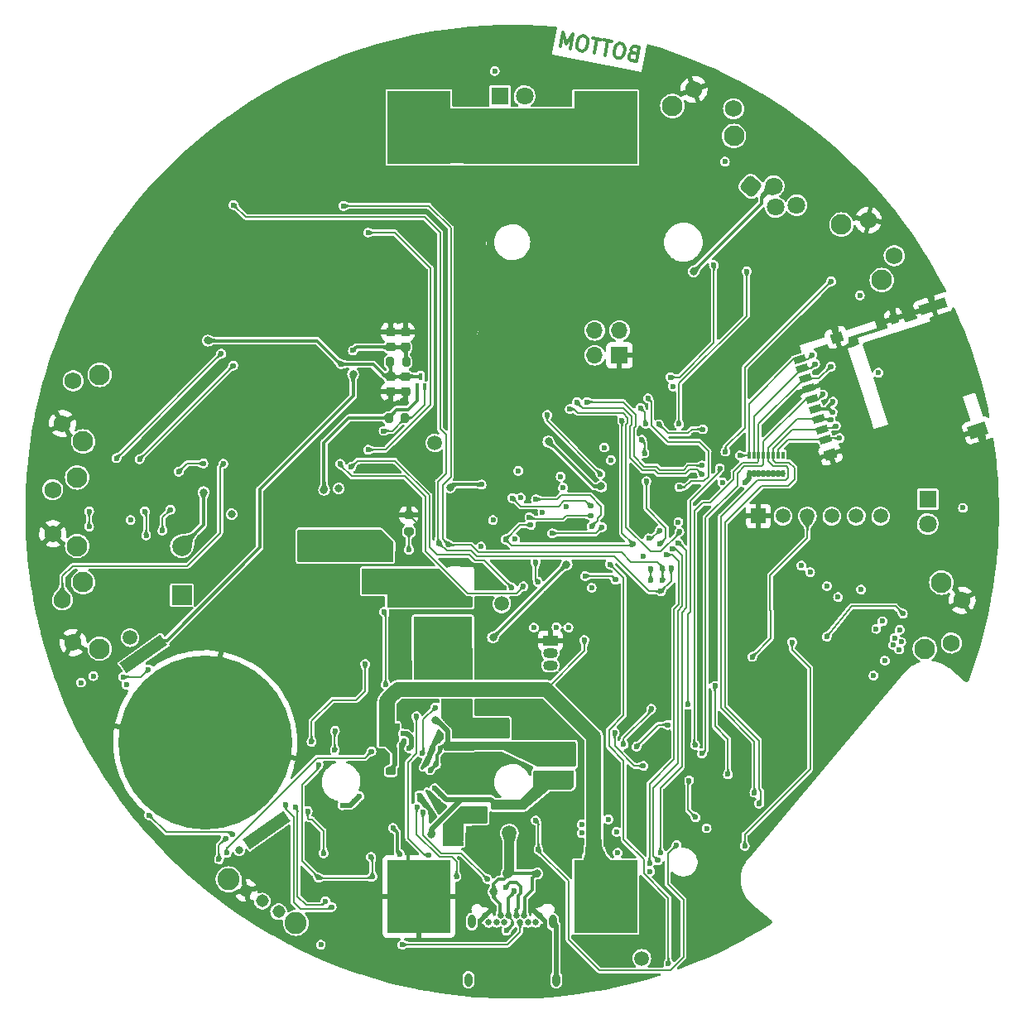
<source format=gbl>
G04 #@! TF.GenerationSoftware,KiCad,Pcbnew,6.0.6-1.fc36*
G04 #@! TF.CreationDate,2022-07-28T10:28:11+02:00*
G04 #@! TF.ProjectId,LAITS-HW,4c414954-532d-4485-972e-6b696361645f,1.0*
G04 #@! TF.SameCoordinates,Original*
G04 #@! TF.FileFunction,Copper,L4,Bot*
G04 #@! TF.FilePolarity,Positive*
%FSLAX46Y46*%
G04 Gerber Fmt 4.6, Leading zero omitted, Abs format (unit mm)*
G04 Created by KiCad (PCBNEW 6.0.6-1.fc36) date 2022-07-28 10:28:11*
%MOMM*%
%LPD*%
G01*
G04 APERTURE LIST*
G04 Aperture macros list*
%AMRoundRect*
0 Rectangle with rounded corners*
0 $1 Rounding radius*
0 $2 $3 $4 $5 $6 $7 $8 $9 X,Y pos of 4 corners*
0 Add a 4 corners polygon primitive as box body*
4,1,4,$2,$3,$4,$5,$6,$7,$8,$9,$2,$3,0*
0 Add four circle primitives for the rounded corners*
1,1,$1+$1,$2,$3*
1,1,$1+$1,$4,$5*
1,1,$1+$1,$6,$7*
1,1,$1+$1,$8,$9*
0 Add four rect primitives between the rounded corners*
20,1,$1+$1,$2,$3,$4,$5,0*
20,1,$1+$1,$4,$5,$6,$7,0*
20,1,$1+$1,$6,$7,$8,$9,0*
20,1,$1+$1,$8,$9,$2,$3,0*%
%AMRotRect*
0 Rectangle, with rotation*
0 The origin of the aperture is its center*
0 $1 length*
0 $2 width*
0 $3 Rotation angle, in degrees counterclockwise*
0 Add horizontal line*
21,1,$1,$2,0,0,$3*%
G04 Aperture macros list end*
%ADD10C,0.300000*%
G04 #@! TA.AperFunction,NonConductor*
%ADD11C,0.300000*%
G04 #@! TD*
G04 #@! TA.AperFunction,ComponentPad*
%ADD12R,2.000000X2.000000*%
G04 #@! TD*
G04 #@! TA.AperFunction,ComponentPad*
%ADD13C,2.000000*%
G04 #@! TD*
G04 #@! TA.AperFunction,ComponentPad*
%ADD14C,0.650000*%
G04 #@! TD*
G04 #@! TA.AperFunction,ComponentPad*
%ADD15O,0.800000X1.400000*%
G04 #@! TD*
G04 #@! TA.AperFunction,ComponentPad*
%ADD16C,1.500000*%
G04 #@! TD*
G04 #@! TA.AperFunction,ComponentPad*
%ADD17R,1.500000X1.050000*%
G04 #@! TD*
G04 #@! TA.AperFunction,ComponentPad*
%ADD18O,1.500000X1.050000*%
G04 #@! TD*
G04 #@! TA.AperFunction,ComponentPad*
%ADD19R,1.508000X1.508000*%
G04 #@! TD*
G04 #@! TA.AperFunction,ComponentPad*
%ADD20C,1.508000*%
G04 #@! TD*
G04 #@! TA.AperFunction,ComponentPad*
%ADD21R,1.700000X1.700000*%
G04 #@! TD*
G04 #@! TA.AperFunction,ComponentPad*
%ADD22O,1.700000X1.700000*%
G04 #@! TD*
G04 #@! TA.AperFunction,WasherPad*
%ADD23C,2.250000*%
G04 #@! TD*
G04 #@! TA.AperFunction,ComponentPad*
%ADD24C,1.308000*%
G04 #@! TD*
G04 #@! TA.AperFunction,ComponentPad*
%ADD25RoundRect,0.450000X-0.633974X-0.055466X0.055466X-0.633974X0.633974X0.055466X-0.055466X0.633974X0*%
G04 #@! TD*
G04 #@! TA.AperFunction,ComponentPad*
%ADD26C,1.800000*%
G04 #@! TD*
G04 #@! TA.AperFunction,SMDPad,CuDef*
%ADD27RoundRect,0.200000X-0.200000X-0.275000X0.200000X-0.275000X0.200000X0.275000X-0.200000X0.275000X0*%
G04 #@! TD*
G04 #@! TA.AperFunction,SMDPad,CuDef*
%ADD28RotRect,0.700000X1.200000X288.000000*%
G04 #@! TD*
G04 #@! TA.AperFunction,SMDPad,CuDef*
%ADD29RotRect,1.000000X0.800000X288.000000*%
G04 #@! TD*
G04 #@! TA.AperFunction,SMDPad,CuDef*
%ADD30RotRect,1.300000X1.900000X288.000000*%
G04 #@! TD*
G04 #@! TA.AperFunction,SMDPad,CuDef*
%ADD31RotRect,1.000000X1.200000X288.000000*%
G04 #@! TD*
G04 #@! TA.AperFunction,SMDPad,CuDef*
%ADD32RotRect,1.000000X2.800000X288.000000*%
G04 #@! TD*
G04 #@! TA.AperFunction,SMDPad,CuDef*
%ADD33RoundRect,0.225000X-0.250000X0.225000X-0.250000X-0.225000X0.250000X-0.225000X0.250000X0.225000X0*%
G04 #@! TD*
G04 #@! TA.AperFunction,SMDPad,CuDef*
%ADD34RoundRect,0.225000X0.250000X-0.225000X0.250000X0.225000X-0.250000X0.225000X-0.250000X-0.225000X0*%
G04 #@! TD*
G04 #@! TA.AperFunction,ComponentPad*
%ADD35C,2.100000*%
G04 #@! TD*
G04 #@! TA.AperFunction,ComponentPad*
%ADD36C,1.750000*%
G04 #@! TD*
G04 #@! TA.AperFunction,SMDPad,CuDef*
%ADD37RotRect,1.270000X5.080000X125.000000*%
G04 #@! TD*
G04 #@! TA.AperFunction,SMDPad,CuDef*
%ADD38C,17.800000*%
G04 #@! TD*
G04 #@! TA.AperFunction,SMDPad,CuDef*
%ADD39R,0.300000X0.800000*%
G04 #@! TD*
G04 #@! TA.AperFunction,ComponentPad*
%ADD40R,1.800000X1.800000*%
G04 #@! TD*
G04 #@! TA.AperFunction,SMDPad,CuDef*
%ADD41RoundRect,0.200000X0.200000X0.275000X-0.200000X0.275000X-0.200000X-0.275000X0.200000X-0.275000X0*%
G04 #@! TD*
G04 #@! TA.AperFunction,SMDPad,CuDef*
%ADD42RoundRect,0.028800X0.131200X-0.301200X0.131200X0.301200X-0.131200X0.301200X-0.131200X-0.301200X0*%
G04 #@! TD*
G04 #@! TA.AperFunction,SMDPad,CuDef*
%ADD43RoundRect,0.046200X0.163800X-0.283800X0.163800X0.283800X-0.163800X0.283800X-0.163800X-0.283800X0*%
G04 #@! TD*
G04 #@! TA.AperFunction,SMDPad,CuDef*
%ADD44RoundRect,0.200000X0.275000X-0.200000X0.275000X0.200000X-0.275000X0.200000X-0.275000X-0.200000X0*%
G04 #@! TD*
G04 #@! TA.AperFunction,SMDPad,CuDef*
%ADD45R,6.450000X7.450000*%
G04 #@! TD*
G04 #@! TA.AperFunction,ViaPad*
%ADD46C,0.600000*%
G04 #@! TD*
G04 #@! TA.AperFunction,ViaPad*
%ADD47C,0.800000*%
G04 #@! TD*
G04 #@! TA.AperFunction,Conductor*
%ADD48C,0.350000*%
G04 #@! TD*
G04 #@! TA.AperFunction,Conductor*
%ADD49C,0.200000*%
G04 #@! TD*
G04 #@! TA.AperFunction,Conductor*
%ADD50C,0.500000*%
G04 #@! TD*
G04 #@! TA.AperFunction,Conductor*
%ADD51C,1.000000*%
G04 #@! TD*
G04 #@! TA.AperFunction,Conductor*
%ADD52C,1.500000*%
G04 #@! TD*
G04 APERTURE END LIST*
D10*
D11*
X96371080Y-67055842D02*
X96147102Y-67085071D01*
X96063357Y-67141558D01*
X95965982Y-67268161D01*
X95925095Y-67478510D01*
X95967953Y-67632371D01*
X96024440Y-67716117D01*
X96151043Y-67813491D01*
X96711973Y-67922525D01*
X96998186Y-66450084D01*
X96507372Y-66354680D01*
X96353511Y-66397538D01*
X96269765Y-66454025D01*
X96172391Y-66580628D01*
X96145132Y-66720860D01*
X96187990Y-66874722D01*
X96244477Y-66958467D01*
X96371080Y-67055842D01*
X96861894Y-67151247D01*
X95245280Y-66109354D02*
X94964815Y-66054837D01*
X94810954Y-66097695D01*
X94643463Y-66210669D01*
X94518830Y-66477505D01*
X94423425Y-66968318D01*
X94439025Y-67262412D01*
X94551999Y-67429903D01*
X94678602Y-67527278D01*
X94959067Y-67581795D01*
X95112929Y-67538937D01*
X95280419Y-67425963D01*
X95405053Y-67159127D01*
X95500457Y-66668314D01*
X95484858Y-66374219D01*
X95371884Y-66206729D01*
X95245280Y-66109354D01*
X94193537Y-65904916D02*
X93352142Y-65741365D01*
X93486626Y-67295581D02*
X93772840Y-65823140D01*
X93071677Y-65686848D02*
X92230283Y-65523298D01*
X92364766Y-67077514D02*
X92650980Y-65605073D01*
X91459004Y-65373376D02*
X91178539Y-65318860D01*
X91024678Y-65361717D01*
X90857187Y-65474691D01*
X90732554Y-65741527D01*
X90637149Y-66232341D01*
X90652748Y-66526435D01*
X90765722Y-66693926D01*
X90892326Y-66791300D01*
X91172791Y-66845817D01*
X91326652Y-66802959D01*
X91494143Y-66689985D01*
X91618776Y-66423150D01*
X91714181Y-65932336D01*
X91698581Y-65638242D01*
X91585607Y-65470751D01*
X91459004Y-65373376D01*
X89910699Y-66600491D02*
X90196912Y-65128051D01*
X89501660Y-66084389D01*
X89215285Y-64937242D01*
X88929071Y-66409682D01*
D12*
X50200000Y-122500000D03*
D13*
X50200000Y-117500000D03*
D14*
X86800000Y-155290000D03*
X86400000Y-155990000D03*
X85600000Y-155990000D03*
X85200000Y-155290000D03*
X84800000Y-155990000D03*
X84400000Y-155290000D03*
X83600000Y-155290000D03*
X83200000Y-155990000D03*
X82800000Y-155290000D03*
X82400000Y-155990000D03*
X81600000Y-155990000D03*
X81200000Y-155290000D03*
D15*
X88490000Y-161840000D03*
X88130000Y-155890000D03*
X79510000Y-161840000D03*
X79870000Y-155890000D03*
D16*
X76070000Y-106940000D03*
X82930000Y-123400000D03*
X97250000Y-159650000D03*
D17*
X87900000Y-127150000D03*
D18*
X87900000Y-128420000D03*
X87900000Y-129690000D03*
D16*
X44900000Y-126850000D03*
X70775000Y-118050000D03*
D19*
X109187500Y-114425000D03*
D20*
X111687500Y-114425000D03*
X114187500Y-114425000D03*
X116687500Y-114425000D03*
X119187500Y-114425000D03*
X121687500Y-114425000D03*
D16*
X73920000Y-154300000D03*
D21*
X94975000Y-97975000D03*
D22*
X94975000Y-95435000D03*
X92435000Y-97975000D03*
X92435000Y-95435000D03*
D16*
X83700000Y-146850000D03*
D23*
X61863356Y-156026653D03*
X54986258Y-151560613D03*
D24*
X60102148Y-154882911D03*
X58424807Y-153793633D03*
X56747466Y-152704355D03*
D25*
X108400000Y-80700000D03*
D26*
X110741635Y-80675425D03*
X110929479Y-82822485D03*
X113076539Y-82634641D03*
D27*
X71485000Y-98660000D03*
X73135000Y-98660000D03*
D28*
X116054789Y-106607077D03*
X115714870Y-105560915D03*
X115374951Y-104514753D03*
X115035032Y-103468591D03*
X114695114Y-102422428D03*
X114355195Y-101376266D03*
X114015276Y-100330104D03*
X113675358Y-99283942D03*
X113381792Y-98380438D03*
D29*
X123074319Y-94232256D03*
D30*
X131620908Y-105650041D03*
D31*
X117177768Y-96148161D03*
X116533765Y-108081215D03*
D32*
X127021203Y-92949836D03*
D33*
X71550000Y-100165000D03*
X71550000Y-101715000D03*
D34*
X71530000Y-97135000D03*
X71530000Y-95585000D03*
D35*
X41800828Y-127978681D03*
X40104956Y-121176908D03*
D36*
X37991322Y-122992163D03*
X39079971Y-127358494D03*
D35*
X126195543Y-128017492D03*
X127891416Y-121215719D03*
D36*
X128913982Y-127407008D03*
X130002631Y-123040677D03*
D37*
X46286595Y-128548886D03*
X58888069Y-146545656D03*
D38*
X52587332Y-137547271D03*
D39*
X108200000Y-108225000D03*
X108700000Y-108225000D03*
X109200000Y-108225000D03*
X109700000Y-108225000D03*
X110200000Y-108225000D03*
X110700000Y-108225000D03*
X111200000Y-108225000D03*
X111700000Y-108225000D03*
X111700000Y-110025000D03*
X111200000Y-110025000D03*
X110700000Y-110025000D03*
X110200000Y-110025000D03*
X109700000Y-110025000D03*
X109200000Y-110025000D03*
X108700000Y-110025000D03*
X108200000Y-110025000D03*
D40*
X82725000Y-71460388D03*
D26*
X85265000Y-71460388D03*
D34*
X73060000Y-97145000D03*
X73060000Y-95595000D03*
D35*
X106669440Y-75539751D03*
X100368894Y-72466769D03*
D36*
X106637492Y-72753790D03*
X102592919Y-70781120D03*
D41*
X73045000Y-104380000D03*
X71395000Y-104380000D03*
D35*
X117666671Y-84596421D03*
X121787045Y-90267631D03*
D36*
X123066766Y-87792774D03*
X120421732Y-84152198D03*
D35*
X40108584Y-106776444D03*
X41804457Y-99974671D03*
D36*
X39086018Y-100585155D03*
X37997369Y-104951486D03*
D35*
X39490000Y-117485000D03*
X39490000Y-110475000D03*
D36*
X37000000Y-111725000D03*
X37000000Y-116225000D03*
D42*
X75040000Y-101195000D03*
X74240000Y-101195000D03*
D43*
X74640000Y-100125000D03*
D40*
X126500000Y-112700000D03*
D26*
X126500000Y-115240000D03*
D33*
X73070000Y-100165000D03*
X73070000Y-101715000D03*
D44*
X73420000Y-115985000D03*
X73420000Y-114335000D03*
D45*
X74445000Y-74670000D03*
X74445000Y-153330000D03*
X93555000Y-153330000D03*
X93555000Y-74670000D03*
D46*
X88200000Y-143350000D03*
X83400077Y-156820799D03*
X67700000Y-97490000D03*
X46286595Y-128548886D03*
D47*
X67720000Y-99920000D03*
D46*
X57450000Y-147425000D03*
X99560584Y-89713142D03*
X49704859Y-79938462D03*
D47*
X65075000Y-124550000D03*
D46*
X107575000Y-131825000D03*
X131530000Y-119050000D03*
X69774033Y-80354783D03*
X69282624Y-90720418D03*
X90525000Y-145100000D03*
X66550000Y-134125000D03*
D47*
X122000000Y-131750000D03*
X76890000Y-155520000D03*
D46*
X64412262Y-89770758D03*
X121690000Y-116150000D03*
X89675000Y-115025000D03*
X51289674Y-90771392D03*
X99219544Y-78736495D03*
D47*
X72850000Y-127125000D03*
D46*
X77975000Y-140250000D03*
X79050000Y-112925000D03*
X68425000Y-134125000D03*
X48973347Y-87864790D03*
X109150000Y-90625000D03*
X41825000Y-104825000D03*
X87000000Y-124050000D03*
X104250000Y-86100000D03*
X68825000Y-135525000D03*
X92050000Y-159175000D03*
X52210000Y-101140000D03*
X50840000Y-82450000D03*
X41665833Y-97581164D03*
X65096038Y-77522075D03*
X86716020Y-157596881D03*
X58930981Y-134231140D03*
X37090000Y-125950000D03*
X41533481Y-90397201D03*
X79100000Y-142150000D03*
X93621942Y-147955328D03*
X103620000Y-112370000D03*
X79450000Y-141125000D03*
X99726495Y-83781812D03*
X41860000Y-139390000D03*
X61320156Y-111888676D03*
X67720000Y-106610000D03*
X122050000Y-126725000D03*
X83280000Y-65770000D03*
X108450000Y-130750000D03*
X119190723Y-93717021D03*
D47*
X72116668Y-151550000D03*
D46*
X67574030Y-90681628D03*
X123670000Y-98080000D03*
D47*
X70150000Y-86390000D03*
D46*
X96436794Y-126787494D03*
X106580000Y-117480000D03*
X85083791Y-160597302D03*
X102550000Y-106200000D03*
X99650000Y-108300000D03*
X42100000Y-123370000D03*
D47*
X73060000Y-94440000D03*
D46*
X49095155Y-89617572D03*
X93870000Y-101890000D03*
X79150000Y-96490000D03*
X41063533Y-93179705D03*
X43856012Y-85583954D03*
X87498954Y-122329934D03*
X66925462Y-74876162D03*
X74525500Y-115079500D03*
X62202971Y-71829886D03*
X102493519Y-110249500D03*
X81060000Y-130400000D03*
X96580015Y-130649637D03*
X59596471Y-74600430D03*
X56870000Y-106750000D03*
X45450000Y-103190000D03*
X100475000Y-107450000D03*
X98440000Y-110480000D03*
X93900000Y-143450000D03*
X88610000Y-135830000D03*
X44597646Y-89600203D03*
X36450000Y-108490000D03*
X65760000Y-145470000D03*
X101325000Y-109075000D03*
X81725000Y-140250000D03*
X82940000Y-89730000D03*
X126475000Y-91500000D03*
X69596521Y-77817736D03*
X106500000Y-133125000D03*
D47*
X72116668Y-152650000D03*
D46*
X100670000Y-156710000D03*
X113360000Y-116190000D03*
D47*
X73333334Y-151550000D03*
X74550000Y-151550000D03*
X48650000Y-143075000D03*
X65350000Y-102650000D03*
D46*
X109250000Y-100290000D03*
X45350000Y-138380000D03*
X94260000Y-69770000D03*
X62615765Y-85576577D03*
X108091120Y-156510584D03*
X117600000Y-100150000D03*
X75750000Y-141300000D03*
X67500000Y-134125000D03*
X49273893Y-84878243D03*
X98770200Y-67917694D03*
X77950000Y-141125000D03*
X59579072Y-152545714D03*
X113444662Y-111736417D03*
X54226644Y-82316934D03*
X93180000Y-104670000D03*
X59075336Y-72124774D03*
D47*
X74533332Y-150450000D03*
D46*
X63077746Y-79013821D03*
X56770000Y-131060000D03*
X82775000Y-119174500D03*
X129310000Y-103970000D03*
X41366720Y-135550703D03*
X118425000Y-99300000D03*
D47*
X72800000Y-102725500D03*
D46*
X92580000Y-87300000D03*
X126161622Y-98747648D03*
X105000000Y-155990000D03*
X113723328Y-87346428D03*
X80225000Y-140250000D03*
D47*
X62175000Y-123000000D03*
D46*
X96885390Y-111062135D03*
X111450000Y-135025000D03*
D47*
X65180000Y-100340000D03*
D46*
X57780000Y-104830000D03*
X51901227Y-85288981D03*
X86770000Y-79630000D03*
X121650000Y-122390000D03*
X52916061Y-126878439D03*
X81725000Y-142175000D03*
D47*
X55625000Y-111650000D03*
D46*
X99950000Y-145200000D03*
X120800000Y-120025000D03*
X103070000Y-158490000D03*
X89000000Y-90190000D03*
D47*
X73316666Y-150450000D03*
D46*
X79830000Y-93390000D03*
X107510431Y-139359501D03*
D47*
X56875000Y-81300000D03*
D46*
X47024738Y-89845899D03*
X64050000Y-141900000D03*
X45783859Y-118046798D03*
X74900000Y-81670000D03*
X94070000Y-110250000D03*
X70749500Y-148300000D03*
X52264770Y-121560892D03*
X67325000Y-153200000D03*
X83975000Y-119350000D03*
X115940000Y-132760000D03*
X128235514Y-101153363D03*
X58479116Y-95160058D03*
X80790000Y-87980000D03*
X72575000Y-135075000D03*
X96180000Y-101350000D03*
D47*
X76050000Y-156200000D03*
D46*
X83075000Y-107850000D03*
X103250000Y-102725000D03*
X61529702Y-77537921D03*
X69430000Y-160890000D03*
X67081016Y-77667498D03*
X46680000Y-86490000D03*
X77565521Y-82708848D03*
X98450000Y-106250000D03*
X86499676Y-92666133D03*
X99650000Y-109100000D03*
X79241055Y-69818761D03*
X81750000Y-160360000D03*
X108325000Y-120275000D03*
D47*
X76950000Y-154500000D03*
X124570000Y-128560000D03*
X74550000Y-152650000D03*
X73890000Y-106820000D03*
D46*
X50769833Y-135623335D03*
X42250000Y-132925000D03*
X113880000Y-108040000D03*
X86780000Y-102210000D03*
X51388842Y-77483459D03*
X98750000Y-111450000D03*
X56846938Y-75280667D03*
D47*
X71190000Y-102860000D03*
D46*
X101325000Y-107450000D03*
X81915345Y-157428857D03*
D47*
X71530000Y-94460000D03*
X75900000Y-160725000D03*
X51600000Y-95000000D03*
X62150000Y-121350000D03*
D46*
X110610000Y-92370000D03*
X48480000Y-97050000D03*
X99650000Y-107450000D03*
X111370000Y-144690000D03*
X69000000Y-158820000D03*
D47*
X51475000Y-86600000D03*
D46*
X117411102Y-135790584D03*
X70220805Y-72477675D03*
X59500000Y-150225000D03*
D47*
X88475000Y-152300000D03*
X75766668Y-151550000D03*
D46*
X44450000Y-99780000D03*
X76425000Y-140850000D03*
X126010000Y-120650000D03*
X98663123Y-131228022D03*
X62383363Y-100430295D03*
X52330000Y-151300000D03*
D47*
X65075000Y-123450000D03*
X71880000Y-156170000D03*
D46*
X132250000Y-107325000D03*
X81971679Y-98956937D03*
X118650000Y-100075000D03*
X65046696Y-92306085D03*
D47*
X72850000Y-128400000D03*
D46*
X68300000Y-134925000D03*
X83590000Y-130400000D03*
X122650000Y-92800000D03*
X54005603Y-77113074D03*
X104640000Y-129890000D03*
X99460000Y-133660000D03*
X86225000Y-109100000D03*
X83379551Y-159589161D03*
X46288212Y-95053756D03*
X47529378Y-138695767D03*
D47*
X70650000Y-109475000D03*
D46*
X40376373Y-124293743D03*
X66552512Y-69406402D03*
X126830000Y-118470000D03*
X89525000Y-150300000D03*
X69300000Y-134925000D03*
X116260000Y-138150000D03*
X54107911Y-105083151D03*
D47*
X75766668Y-153750000D03*
D46*
X101190000Y-81220000D03*
X109375000Y-129650000D03*
X117600000Y-86675000D03*
X79475000Y-140250000D03*
X103598589Y-113878589D03*
D47*
X74300000Y-160725000D03*
D46*
X80950000Y-141125000D03*
X91000000Y-148650000D03*
X59384702Y-77342296D03*
X92120000Y-162520000D03*
X71620000Y-161490000D03*
X100500000Y-109100000D03*
X41000000Y-133700000D03*
X90370940Y-69749632D03*
D47*
X62150000Y-119900000D03*
D46*
X95375000Y-158200000D03*
D47*
X76950000Y-153283334D03*
D46*
X97326499Y-152457686D03*
X113150000Y-102275000D03*
X117147183Y-80753930D03*
X66680000Y-145400500D03*
X104560000Y-120810000D03*
X44740000Y-97390000D03*
X111479773Y-140353145D03*
X57640000Y-89440000D03*
X98925000Y-156150000D03*
X114428451Y-90457266D03*
X64601046Y-87758739D03*
X72550000Y-133975000D03*
D47*
X75750000Y-150450000D03*
D46*
X103040000Y-93350000D03*
X110250000Y-136300000D03*
D47*
X75766668Y-152650000D03*
D46*
X47570000Y-100170000D03*
X79100000Y-111925000D03*
X85662002Y-111725000D03*
X95790000Y-82930000D03*
X95210000Y-90890000D03*
X93140000Y-130010000D03*
X44900000Y-116350000D03*
X78826277Y-66431405D03*
X72690218Y-137852460D03*
X77200000Y-141125000D03*
X113225000Y-132900000D03*
D47*
X72116668Y-153750000D03*
D46*
X103275000Y-104275000D03*
D47*
X46425000Y-132975000D03*
X72300000Y-112500000D03*
D46*
X81290000Y-121010000D03*
X99125000Y-75050000D03*
X115450000Y-93370000D03*
X97000000Y-145450000D03*
X38724388Y-94996789D03*
D47*
X73333334Y-152650000D03*
D46*
X41426610Y-94936480D03*
X61370000Y-103860000D03*
X79475000Y-147699500D03*
X80275000Y-148150000D03*
X82960000Y-128580000D03*
X78670000Y-115030000D03*
X116610000Y-116150000D03*
D47*
X65325000Y-81300000D03*
D46*
X108925000Y-147200000D03*
X88810000Y-97460000D03*
X79800000Y-139250000D03*
X78700000Y-141125000D03*
X77225000Y-140250000D03*
X61538848Y-87302648D03*
X104540000Y-99020000D03*
X112350000Y-133900000D03*
X79544584Y-90583341D03*
X107850000Y-134350000D03*
X61721480Y-90478859D03*
X109100000Y-116190000D03*
X113350000Y-138980000D03*
X80200000Y-141125000D03*
X78725000Y-140250000D03*
X115400000Y-108525000D03*
X62825000Y-153250000D03*
X86500000Y-136180000D03*
X114450000Y-78060000D03*
X70120000Y-67680000D03*
X57212185Y-125475362D03*
X80975000Y-140250000D03*
X98760000Y-112330000D03*
X87882270Y-85545772D03*
X81000000Y-127900000D03*
X88125000Y-119325000D03*
D47*
X77500000Y-160725000D03*
X54225000Y-139250000D03*
D46*
X53010000Y-119140000D03*
X71399249Y-147976458D03*
X100500000Y-108275000D03*
X48820000Y-101170000D03*
D47*
X63800000Y-124550000D03*
D46*
X92900000Y-127125000D03*
X127820000Y-95970000D03*
X106120000Y-152710000D03*
X51441928Y-140063959D03*
X53580000Y-107550000D03*
X50160000Y-93010000D03*
X64194799Y-72972014D03*
X85200000Y-116725000D03*
X55440000Y-80000000D03*
X45870271Y-122252189D03*
X108925000Y-135250000D03*
X72022623Y-80140036D03*
X119980000Y-107580000D03*
D47*
X76950000Y-152066666D03*
X56869622Y-100544622D03*
D46*
X101325000Y-108275000D03*
X73537854Y-69265724D03*
X92930000Y-119540000D03*
D47*
X70170000Y-95120000D03*
D46*
X128488669Y-109755116D03*
X64504967Y-69759673D03*
X86619946Y-134196692D03*
X48811372Y-94756153D03*
X124502509Y-103600555D03*
X103439130Y-96053316D03*
D47*
X66425000Y-113050500D03*
D46*
X55090441Y-136751494D03*
X47207389Y-92798658D03*
X61490000Y-81920000D03*
X103032417Y-100820578D03*
X98940000Y-127510000D03*
X100180000Y-93280000D03*
X57298950Y-92039620D03*
X59481866Y-99768621D03*
X52179865Y-97355771D03*
X66531237Y-72708982D03*
X46930000Y-82860000D03*
D47*
X72100000Y-150450000D03*
D46*
X110300000Y-74860000D03*
X118628280Y-124685103D03*
X58739152Y-86898897D03*
X81700000Y-141125000D03*
X112210000Y-128820000D03*
X87925000Y-146400000D03*
X69300000Y-134125000D03*
X79100000Y-110400000D03*
X56790440Y-77956269D03*
D47*
X75766668Y-154850000D03*
D46*
X62235615Y-75257209D03*
X80623650Y-102240598D03*
X62235352Y-93198144D03*
D47*
X62525000Y-124525000D03*
D46*
X120669677Y-111784424D03*
X106000000Y-89925000D03*
X61780000Y-105820000D03*
X69618732Y-74771612D03*
X123258174Y-106794347D03*
X44454967Y-93044260D03*
X90575000Y-147900000D03*
D47*
X73640000Y-92180000D03*
D46*
X51250000Y-105570000D03*
X64690000Y-156478750D03*
X61836754Y-94831957D03*
X99125764Y-158965073D03*
X116750000Y-94700000D03*
X79636427Y-85253019D03*
X52410000Y-79840000D03*
X103602737Y-73487856D03*
X67043272Y-79504107D03*
X106800000Y-103200000D03*
D47*
X72116668Y-154850000D03*
X56075000Y-148600000D03*
D46*
X64415000Y-158253750D03*
X44950000Y-114825000D03*
X122100000Y-129200000D03*
D47*
X66125000Y-117450000D03*
D46*
X116762500Y-103825000D03*
D47*
X69725000Y-116375000D03*
D46*
X94080000Y-108700000D03*
D47*
X64950000Y-118500000D03*
D46*
X119675000Y-121925000D03*
D47*
X67400000Y-116375000D03*
D46*
X80800000Y-117550000D03*
X103875000Y-146350000D03*
X116180000Y-121580000D03*
D47*
X64925000Y-117450000D03*
D46*
X120950000Y-130725000D03*
X130100000Y-113575000D03*
D47*
X67325000Y-117450000D03*
D46*
X84876247Y-112529938D03*
X121875000Y-125175000D03*
D47*
X67350000Y-118500000D03*
D46*
X94775000Y-148850000D03*
X117325000Y-122700000D03*
D47*
X66237500Y-116375000D03*
D46*
X114460000Y-120160000D03*
D47*
X65075000Y-116375000D03*
D46*
X89550000Y-113475000D03*
X84300000Y-116775000D03*
D47*
X68550000Y-118500000D03*
D46*
X41150000Y-130775000D03*
X89200000Y-111500000D03*
D47*
X68562500Y-116375000D03*
D46*
X121225000Y-125950000D03*
D47*
X64750000Y-111725000D03*
D46*
X89750000Y-125820000D03*
X123100000Y-126880000D03*
X82025000Y-114825000D03*
X86210000Y-125820000D03*
X122970000Y-127600000D03*
X39900000Y-131450000D03*
D47*
X66250000Y-111600000D03*
D46*
X98100000Y-150750000D03*
X105488589Y-110988589D03*
X121450000Y-99750000D03*
D47*
X66150000Y-118500000D03*
X63912500Y-116375000D03*
D46*
X82200000Y-68900000D03*
X105750000Y-78175000D03*
X107800000Y-111000000D03*
X123640000Y-126050000D03*
D47*
X55300000Y-114225000D03*
D46*
X123570000Y-128060000D03*
X84625000Y-109800000D03*
X94676328Y-146718491D03*
X88950000Y-110375000D03*
X44525500Y-131675000D03*
X100425500Y-101150000D03*
X91100498Y-146850000D03*
X88530000Y-125780000D03*
X91100498Y-145950000D03*
X97350000Y-118500500D03*
X93825000Y-145450000D03*
D47*
X62750000Y-116375000D03*
D46*
X116812500Y-102725000D03*
D47*
X68525000Y-117450000D03*
D46*
X123770000Y-127290000D03*
X100990000Y-115020000D03*
X92120000Y-121750000D03*
X119550000Y-91850000D03*
X93413708Y-107406742D03*
X87100500Y-114025000D03*
X113580000Y-119490000D03*
D47*
X52425000Y-111975000D03*
X82100000Y-152850000D03*
X86561598Y-150967921D03*
X83500000Y-150950000D03*
X87700000Y-106800000D03*
X93100000Y-111375000D03*
D46*
X80850000Y-111200000D03*
D47*
X77625000Y-111475000D03*
D46*
X86380000Y-119150000D03*
X86610000Y-121149500D03*
X54683922Y-147400500D03*
X54000000Y-149525000D03*
X95370000Y-137790000D03*
X83940000Y-121720500D03*
X98210000Y-134130000D03*
X67525000Y-109400000D03*
X96700000Y-138000000D03*
X85150000Y-121600000D03*
X66400000Y-109067657D03*
X99900000Y-135780000D03*
X54450000Y-109067657D03*
X116625000Y-90400000D03*
X105800000Y-107825000D03*
X116150000Y-126750000D03*
X123950000Y-124400000D03*
X97875000Y-102375000D03*
X101088942Y-111461058D03*
X91450000Y-120550000D03*
X94560000Y-120940000D03*
X70875000Y-124225000D03*
X71050000Y-131650000D03*
X81450000Y-151550000D03*
X74862448Y-144724751D03*
X74269211Y-144152996D03*
X78300000Y-151300000D03*
X77300000Y-147750000D03*
X76275000Y-143700000D03*
X75750000Y-143100000D03*
X77350000Y-145975000D03*
X79100000Y-145450000D03*
X79100000Y-144475000D03*
X76800000Y-144300000D03*
X65860000Y-136390000D03*
X65852465Y-138352465D03*
X64186436Y-139846436D03*
X69694597Y-151284596D03*
X64175000Y-151400500D03*
X69550500Y-149275000D03*
X71800000Y-146325000D03*
X75450000Y-149105498D03*
X72500000Y-148975000D03*
X74200000Y-134900000D03*
X77550000Y-143400000D03*
X78690000Y-143400000D03*
D47*
X86425000Y-142625000D03*
X85575000Y-143475000D03*
D46*
X76062500Y-142262500D03*
X80280000Y-143400000D03*
X76637500Y-142837500D03*
X88275000Y-140800000D03*
X81070000Y-143400000D03*
D47*
X82800000Y-143950000D03*
D46*
X79530000Y-143400000D03*
X89125000Y-140800000D03*
X87375000Y-140800000D03*
X86525000Y-140800000D03*
D47*
X75750000Y-146950000D03*
D46*
X89975000Y-140800000D03*
D47*
X84300000Y-143950000D03*
D46*
X75200000Y-144000000D03*
X74650000Y-143450000D03*
X75815394Y-144921376D03*
X73450000Y-138175000D03*
X72825000Y-136675000D03*
D47*
X85450000Y-138900000D03*
X82200000Y-137900000D03*
D46*
X76626695Y-138151119D03*
D47*
X77400000Y-137900000D03*
X85450000Y-138000000D03*
D46*
X76200000Y-139825000D03*
D47*
X79100000Y-137900000D03*
X86800000Y-138000000D03*
X84150000Y-138000000D03*
D46*
X75600000Y-140425000D03*
D47*
X76100000Y-135300000D03*
X88150000Y-138000000D03*
X89550000Y-138000000D03*
X80600000Y-137900000D03*
D46*
X70725000Y-136850000D03*
X70700000Y-137625000D03*
D47*
X83776666Y-132120000D03*
X96000000Y-156100000D03*
D46*
X70725000Y-133725000D03*
D47*
X82743333Y-132120000D03*
D46*
X70725000Y-135291666D03*
D47*
X84810000Y-132120000D03*
X71825000Y-138150000D03*
X81710000Y-132120000D03*
D46*
X71575000Y-135300000D03*
X71400000Y-140500000D03*
X71575000Y-134500000D03*
X70725000Y-134508333D03*
X70725000Y-136075000D03*
X71575000Y-133725000D03*
X91375000Y-127100000D03*
X75773540Y-138156943D03*
X77475000Y-130850000D03*
X75475000Y-130825000D03*
D47*
X76925000Y-125300000D03*
D46*
X75475000Y-129875000D03*
D47*
X76950000Y-126300000D03*
D46*
X79500000Y-129900000D03*
D47*
X79200000Y-125300000D03*
X89550000Y-119375000D03*
X78050000Y-125300000D03*
D46*
X83350000Y-135425000D03*
X79450000Y-133374500D03*
X75575000Y-138900000D03*
X82568750Y-135400000D03*
D47*
X74625000Y-126300000D03*
D46*
X78500000Y-130850000D03*
X79800000Y-136800000D03*
D47*
X75775000Y-125300000D03*
D46*
X79443750Y-135400000D03*
X81006250Y-135400000D03*
X79800000Y-136100000D03*
X77475000Y-129900000D03*
D47*
X74600000Y-125300000D03*
X82025000Y-126850000D03*
D46*
X78675000Y-133374500D03*
X83375000Y-136825000D03*
X76200000Y-137475000D03*
X83375000Y-136125000D03*
X66628563Y-143994652D03*
X75225000Y-139625000D03*
D47*
X75775000Y-126300000D03*
D46*
X79500000Y-130850000D03*
X77881250Y-135400000D03*
X76475000Y-129875000D03*
X76475000Y-130825000D03*
D47*
X102550000Y-89400000D03*
D46*
X78500000Y-129900000D03*
X74425000Y-130825000D03*
D47*
X79225000Y-126350000D03*
D46*
X68350500Y-143061635D03*
X80225000Y-135400000D03*
X78662500Y-135400000D03*
X74425000Y-129875000D03*
X81787500Y-135400000D03*
X67850000Y-143600000D03*
D47*
X78050000Y-126325000D03*
D46*
X76500000Y-136800000D03*
X83369103Y-152361526D03*
X84200500Y-152715170D03*
X99000000Y-105025000D03*
X103510000Y-105540000D03*
X117475000Y-106450000D03*
X109240000Y-143820000D03*
X117100000Y-105200000D03*
X116570384Y-104601075D03*
X108760000Y-142710000D03*
X103410000Y-138710000D03*
X115775500Y-101975000D03*
X102700000Y-137840000D03*
X116588589Y-99113589D03*
X114975000Y-98850000D03*
X72750000Y-158250000D03*
X107275000Y-108225000D03*
X114675000Y-97925000D03*
X98150000Y-120974500D03*
X98150000Y-119775500D03*
X93170000Y-115540000D03*
X88075000Y-116175000D03*
X76506292Y-117194114D03*
X69600000Y-138475000D03*
X55500000Y-82600000D03*
X99210000Y-122120000D03*
X100250000Y-119750000D03*
X54775000Y-148875000D03*
X99370000Y-119760000D03*
X66750000Y-82700000D03*
X77470000Y-117310000D03*
X99375000Y-121000000D03*
X108550000Y-128825000D03*
X63080000Y-144600000D03*
X64700000Y-148900000D03*
X102750000Y-145225000D03*
X94480000Y-136570000D03*
X102090000Y-141450000D03*
X97420000Y-139970000D03*
X66470000Y-98880000D03*
D47*
X52875000Y-96475000D03*
D46*
X95225000Y-104625000D03*
X96350000Y-117300000D03*
X83300000Y-116800000D03*
X85900000Y-115325000D03*
X107975000Y-89400000D03*
X101050500Y-105025000D03*
X100175000Y-100225000D03*
X104625000Y-88750000D03*
X104720000Y-131780000D03*
X106060000Y-140840000D03*
X86412595Y-112699500D03*
X92130000Y-115450000D03*
X99101583Y-115878037D03*
X97950000Y-116700500D03*
X85750000Y-114525000D03*
X92100000Y-114375000D03*
X84019307Y-112578537D03*
X92025000Y-113400000D03*
X93010000Y-110110000D03*
X87575000Y-104075500D03*
X70840000Y-105710000D03*
X97520000Y-108000000D03*
X97240000Y-106620000D03*
X97625500Y-104990980D03*
X97100000Y-103350000D03*
X64890000Y-153800000D03*
X112617975Y-127305232D03*
X107780000Y-148160000D03*
X61800000Y-144150000D03*
X73433246Y-117866754D03*
X76150000Y-134000000D03*
X74799500Y-138675000D03*
X99750000Y-118380000D03*
X97729134Y-110845887D03*
X98040000Y-149940000D03*
X99111123Y-117280000D03*
X99137759Y-148876669D03*
X100980000Y-117140000D03*
X100390000Y-117760000D03*
X98900000Y-149640000D03*
X100817685Y-148064454D03*
X86678603Y-148528103D03*
X86400000Y-145550000D03*
X49900000Y-109875000D03*
X69250000Y-85425000D03*
X52410000Y-109040000D03*
X69270000Y-107630000D03*
X43510000Y-108500000D03*
X54220000Y-97810000D03*
X55460000Y-99030000D03*
X45880000Y-108599500D03*
X105225000Y-109525000D03*
X101970000Y-133710000D03*
X63475000Y-137500000D03*
X68950000Y-129550000D03*
X60820000Y-143950000D03*
X93990000Y-119360000D03*
X99973911Y-160203911D03*
X65520000Y-154399500D03*
D47*
X75225000Y-123150000D03*
X73750000Y-121650000D03*
X70950000Y-120650000D03*
X76775000Y-123150000D03*
X73750000Y-120650000D03*
X73675000Y-123150000D03*
X72125000Y-123150000D03*
X78325000Y-123150000D03*
X70950000Y-121775000D03*
D46*
X46800000Y-130100000D03*
X40725000Y-113925000D03*
X44199661Y-130860930D03*
X40725000Y-115500000D03*
X55381364Y-146955864D03*
X46864513Y-145003811D03*
X49050000Y-113750000D03*
X48225000Y-115900000D03*
X46550000Y-116400000D03*
X46425000Y-113925000D03*
X91650000Y-102750000D03*
X103425500Y-109249500D03*
X90600000Y-102775000D03*
X103400000Y-110150000D03*
X101080000Y-116030000D03*
X89875000Y-103475000D03*
D48*
X84200500Y-152715170D02*
X84200500Y-152896682D01*
X84200500Y-152896682D02*
X83600000Y-153497182D01*
X83600000Y-153497182D02*
X83600000Y-155290000D01*
D49*
X96050000Y-105214214D02*
X96225000Y-105039214D01*
X96050000Y-108460000D02*
X96050000Y-105214214D01*
X97340000Y-109750000D02*
X96050000Y-108460000D01*
X98948529Y-110100000D02*
X98598529Y-109750000D01*
X102164215Y-109650000D02*
X101714215Y-110100000D01*
X98598529Y-109750000D02*
X97340000Y-109750000D01*
X102900000Y-109650000D02*
X102164215Y-109650000D01*
X101714215Y-110100000D02*
X98948529Y-110100000D01*
X103400000Y-110150000D02*
X102900000Y-109650000D01*
X96225000Y-104210786D02*
X95364215Y-103350000D01*
X95364215Y-103350000D02*
X91175000Y-103350000D01*
X96225000Y-105039214D02*
X96225000Y-104210786D01*
X91175000Y-103350000D02*
X90600000Y-102775000D01*
D48*
X84600000Y-154475000D02*
X84400000Y-154675000D01*
X84400000Y-154675000D02*
X84400000Y-155290000D01*
X84600000Y-153275000D02*
X84600000Y-154475000D01*
X83750000Y-151925000D02*
X84479595Y-151925000D01*
X84875000Y-153000000D02*
X84600000Y-153275000D01*
X83369103Y-152305897D02*
X83750000Y-151925000D01*
X84875000Y-152320405D02*
X84875000Y-153000000D01*
X84479595Y-151925000D02*
X84875000Y-152320405D01*
X83369103Y-152361526D02*
X83369103Y-152305897D01*
D49*
X99925000Y-152100000D02*
X99925000Y-148957139D01*
X101500000Y-153675000D02*
X99925000Y-152100000D01*
X86678603Y-148678603D02*
X89750000Y-151750000D01*
X99925000Y-148957139D02*
X100817685Y-148064454D01*
X101500000Y-159525000D02*
X101500000Y-153675000D01*
X92901471Y-160875000D02*
X100151351Y-160875000D01*
X100573911Y-160451089D02*
X101500000Y-159525000D01*
X100573911Y-160452440D02*
X100573911Y-160451089D01*
X89750000Y-157723529D02*
X92901471Y-160875000D01*
X89750000Y-151750000D02*
X89750000Y-157723529D01*
X100151351Y-160875000D02*
X100573911Y-160452440D01*
X86678603Y-148528103D02*
X86678603Y-148678603D01*
X86678603Y-148528103D02*
X86678603Y-145828603D01*
X86678603Y-145828603D02*
X86400000Y-145550000D01*
D48*
X86561598Y-150967921D02*
X86025000Y-151504519D01*
X86025000Y-151504519D02*
X86025000Y-152650000D01*
X86543677Y-150950000D02*
X83500000Y-150950000D01*
X85250000Y-155240000D02*
X85200000Y-155290000D01*
X86561598Y-150967921D02*
X86543677Y-150950000D01*
X86025000Y-152650000D02*
X85250000Y-153425000D01*
X85250000Y-153425000D02*
X85250000Y-155240000D01*
X83975000Y-156245876D02*
X83975000Y-155925000D01*
X83400077Y-156820799D02*
X83975000Y-156245876D01*
D49*
X83975000Y-155925000D02*
X83975000Y-155750000D01*
X83975000Y-155750000D02*
X83600000Y-155375000D01*
X83600000Y-155375000D02*
X83600000Y-155290000D01*
D48*
X58175000Y-117635000D02*
X48680000Y-127130000D01*
X71540000Y-97145000D02*
X71530000Y-97135000D01*
X67720000Y-102140000D02*
X58175000Y-111685000D01*
X48680000Y-127130000D02*
X47705481Y-127130000D01*
X73135000Y-97220000D02*
X73060000Y-97145000D01*
X73135000Y-98660000D02*
X73135000Y-97220000D01*
X71530000Y-97135000D02*
X68055000Y-97135000D01*
X46291114Y-128548886D02*
X46286595Y-128548886D01*
X58175000Y-111685000D02*
X58175000Y-117635000D01*
X47705481Y-127130000D02*
X46286595Y-128548886D01*
X68055000Y-97135000D02*
X67700000Y-97490000D01*
X73060000Y-97145000D02*
X71540000Y-97145000D01*
X67720000Y-99920000D02*
X67720000Y-102140000D01*
X73070000Y-102455500D02*
X73070000Y-101715000D01*
X132250000Y-106279133D02*
X132250000Y-107325000D01*
X123074319Y-93224319D02*
X122650000Y-92800000D01*
D50*
X76550000Y-140650000D02*
X76325000Y-140875000D01*
X76275000Y-140875000D02*
X75839000Y-141311000D01*
D48*
X131620908Y-105650041D02*
X132250000Y-106279133D01*
X71550000Y-101715000D02*
X71550000Y-102500000D01*
X116533765Y-108081215D02*
X116043785Y-108081215D01*
X123074319Y-94232256D02*
X123074319Y-93224319D01*
X72800000Y-140313505D02*
X72617512Y-140131017D01*
X114048734Y-101376266D02*
X113150000Y-102275000D01*
X71530000Y-95585000D02*
X71530000Y-94460000D01*
D49*
X74525500Y-115079500D02*
X74164500Y-115079500D01*
D48*
X73060000Y-95595000D02*
X73060000Y-94440000D01*
X73316666Y-148591666D02*
X72800000Y-148075000D01*
X72800000Y-148075000D02*
X72800000Y-140313505D01*
X72617512Y-137925166D02*
X72690218Y-137852460D01*
D49*
X74164500Y-115079500D02*
X73420000Y-114335000D01*
D48*
X127021203Y-92046203D02*
X126475000Y-91500000D01*
X116043785Y-108081215D02*
X115600000Y-108525000D01*
X73316666Y-150450000D02*
X73316666Y-148591666D01*
X72617512Y-140131017D02*
X72617512Y-137925166D01*
X117177768Y-95127768D02*
X116750000Y-94700000D01*
X114355195Y-101376266D02*
X114048734Y-101376266D01*
X71550000Y-102500000D02*
X71190000Y-102860000D01*
D50*
X77242858Y-140650000D02*
X76550000Y-140650000D01*
D48*
X115600000Y-108525000D02*
X115400000Y-108525000D01*
X127021203Y-92949836D02*
X127021203Y-92046203D01*
X117177768Y-96148161D02*
X117177768Y-95127768D01*
D50*
X76325000Y-140875000D02*
X76275000Y-140875000D01*
D48*
X72800000Y-102725500D02*
X73070000Y-102455500D01*
D50*
X109700000Y-110025000D02*
X109200000Y-110025000D01*
X111200000Y-110025000D02*
X110700000Y-110025000D01*
D48*
X116406091Y-103468591D02*
X116762500Y-103825000D01*
X72170000Y-103530000D02*
X73320000Y-103530000D01*
D50*
X111700000Y-110025000D02*
X111200000Y-110025000D01*
D48*
X67280000Y-104380000D02*
X71395000Y-104380000D01*
D50*
X109200000Y-110025000D02*
X108700000Y-110025000D01*
X108200000Y-110600000D02*
X107800000Y-111000000D01*
D48*
X115035032Y-103468591D02*
X116068909Y-103468591D01*
X116068909Y-103468591D02*
X116812500Y-102725000D01*
D50*
X110700000Y-110025000D02*
X110200000Y-110025000D01*
D48*
X64750000Y-106910000D02*
X67280000Y-104380000D01*
X64750000Y-111725000D02*
X64750000Y-106910000D01*
D50*
X108200000Y-110025000D02*
X108700000Y-110025000D01*
D48*
X116068909Y-103468591D02*
X116406091Y-103468591D01*
D50*
X108200000Y-110025000D02*
X108200000Y-110600000D01*
D48*
X74240000Y-102610000D02*
X74240000Y-101195000D01*
D50*
X110200000Y-110025000D02*
X109700000Y-110025000D01*
D48*
X73320000Y-103530000D02*
X74240000Y-102610000D01*
X71395000Y-104305000D02*
X72170000Y-103530000D01*
X71395000Y-104380000D02*
X71395000Y-104305000D01*
X52425000Y-115275000D02*
X52425000Y-111975000D01*
X50200000Y-117500000D02*
X52425000Y-115275000D01*
X82100000Y-152050000D02*
X82600000Y-151550000D01*
X82750000Y-155240000D02*
X82750000Y-154075000D01*
X82100000Y-153425000D02*
X82100000Y-152850000D01*
X83175000Y-151550000D02*
X83500000Y-151225000D01*
X82100000Y-152850000D02*
X82100000Y-152050000D01*
X82800000Y-155290000D02*
X82750000Y-155240000D01*
X83500000Y-151225000D02*
X83500000Y-150950000D01*
D51*
X83700000Y-146850000D02*
X83700000Y-150750000D01*
X83700000Y-150750000D02*
X83500000Y-150950000D01*
D48*
X82750000Y-154075000D02*
X82100000Y-153425000D01*
X82600000Y-151550000D02*
X83175000Y-151550000D01*
X92300000Y-111375000D02*
X93100000Y-111375000D01*
X77900000Y-111200000D02*
X80850000Y-111200000D01*
X77625000Y-111475000D02*
X77900000Y-111200000D01*
X87725000Y-106800000D02*
X92300000Y-111375000D01*
X87700000Y-106800000D02*
X87725000Y-106800000D01*
D49*
X86380000Y-120919500D02*
X86380000Y-119150000D01*
X86610000Y-121149500D02*
X86380000Y-120919500D01*
X54683922Y-147400500D02*
X54000000Y-148084422D01*
X54000000Y-148084422D02*
X54000000Y-149525000D01*
X68150000Y-108775000D02*
X67525000Y-109400000D01*
X81175000Y-118950000D02*
X80220101Y-118950000D01*
X72000000Y-108775000D02*
X68150000Y-108775000D01*
X79645101Y-118375000D02*
X76335785Y-118375000D01*
X75525000Y-112300000D02*
X72000000Y-108775000D01*
X80220101Y-118950000D02*
X79645101Y-118375000D01*
X76335785Y-118375000D02*
X75525000Y-117564215D01*
X83940000Y-121720500D02*
X83940000Y-121715000D01*
X95370000Y-137180000D02*
X98210000Y-134340000D01*
X75525000Y-117564215D02*
X75525000Y-112300000D01*
X83940000Y-121715000D02*
X81175000Y-118950000D01*
X98210000Y-134340000D02*
X98210000Y-134130000D01*
X95370000Y-137790000D02*
X95370000Y-137180000D01*
X37991322Y-120583678D02*
X37991322Y-122992163D01*
X75125000Y-118000000D02*
X75125000Y-112465686D01*
X54125000Y-116125000D02*
X50725000Y-119525000D01*
X39050000Y-119525000D02*
X37991322Y-120583678D01*
X67550000Y-110350000D02*
X66400000Y-109200000D01*
X50725000Y-119525000D02*
X39050000Y-119525000D01*
X54125000Y-109392657D02*
X54125000Y-116125000D01*
X73009314Y-110350000D02*
X67550000Y-110350000D01*
X98920000Y-135780000D02*
X96700000Y-138000000D01*
X85150000Y-121600000D02*
X84429500Y-122320500D01*
X79445500Y-122320500D02*
X75125000Y-118000000D01*
X84429500Y-122320500D02*
X79445500Y-122320500D01*
X99900000Y-135780000D02*
X98920000Y-135780000D01*
X75125000Y-112465686D02*
X73009314Y-110350000D01*
X54450000Y-109067657D02*
X54125000Y-109392657D01*
X66400000Y-109200000D02*
X66400000Y-109067657D01*
X107800000Y-99225000D02*
X116625000Y-90400000D01*
X107800000Y-105398529D02*
X107800000Y-99225000D01*
X105800000Y-107825000D02*
X105800000Y-107398529D01*
X105800000Y-107398529D02*
X107800000Y-105398529D01*
X118725000Y-123625000D02*
X116150000Y-126750000D01*
X123950000Y-124400000D02*
X123175000Y-123625000D01*
X123175000Y-123625000D02*
X118725000Y-123625000D01*
X99950000Y-106850000D02*
X98225000Y-105125000D01*
X104075000Y-107775000D02*
X103150000Y-106850000D01*
X101663942Y-111461058D02*
X102275000Y-110850000D01*
X102275000Y-110850000D02*
X103600000Y-110850000D01*
X98225000Y-102725000D02*
X97875000Y-102375000D01*
X103600000Y-110850000D02*
X104075000Y-110375000D01*
X103150000Y-106850000D02*
X99950000Y-106850000D01*
X98225000Y-105125000D02*
X98225000Y-102725000D01*
X101088942Y-111461058D02*
X101663942Y-111461058D01*
X104075000Y-110375000D02*
X104075000Y-107775000D01*
X94560000Y-120940000D02*
X94170000Y-120550000D01*
X94170000Y-120550000D02*
X91450000Y-120550000D01*
X71050000Y-124400000D02*
X70875000Y-124225000D01*
X71050000Y-131650000D02*
X71050000Y-124400000D01*
X74862448Y-144724751D02*
X74862448Y-147062448D01*
X78805000Y-148905000D02*
X81450000Y-151550000D01*
X74862448Y-147062448D02*
X76705000Y-148905000D01*
X76705000Y-148905000D02*
X78805000Y-148905000D01*
X78300000Y-149800000D02*
X78300000Y-151300000D01*
X74269211Y-144152996D02*
X74211791Y-144210416D01*
X74211791Y-146977477D02*
X76539314Y-149305000D01*
X74211791Y-144210416D02*
X74211791Y-146977477D01*
X76539314Y-149305000D02*
X77805000Y-149305000D01*
X77805000Y-149305000D02*
X78300000Y-149800000D01*
X65852465Y-136397535D02*
X65860000Y-136390000D01*
X64175000Y-151400500D02*
X62480000Y-149705500D01*
X62480000Y-141895000D02*
X64186436Y-140188564D01*
X65852465Y-138352465D02*
X65852465Y-136397535D01*
X69694597Y-149419097D02*
X69694597Y-151284596D01*
X64225000Y-151450500D02*
X69528693Y-151450500D01*
X64186436Y-140188564D02*
X64186436Y-139846436D01*
X69550500Y-149275000D02*
X69694597Y-149419097D01*
X62480000Y-149705500D02*
X62480000Y-141895000D01*
X69528693Y-151450500D02*
X69694597Y-151284596D01*
X64175000Y-151400500D02*
X64225000Y-151450500D01*
D48*
X72250000Y-146775000D02*
X72250000Y-148725000D01*
D49*
X73350000Y-147400000D02*
X75055498Y-149105498D01*
D48*
X72250000Y-148725000D02*
X72500000Y-148975000D01*
X71800000Y-146325000D02*
X72250000Y-146775000D01*
D49*
X74200000Y-134900000D02*
X74200000Y-138725000D01*
X74200000Y-138725000D02*
X73350000Y-139575000D01*
X73350000Y-139575000D02*
X73350000Y-147400000D01*
X75055498Y-149105498D02*
X75450000Y-149105498D01*
D50*
X78690000Y-143500000D02*
X75750000Y-146440000D01*
X81790000Y-143400000D02*
X82340000Y-143950000D01*
X82340000Y-143950000D02*
X82800000Y-143950000D01*
X78690000Y-143400000D02*
X78690000Y-143500000D01*
X78690000Y-143400000D02*
X77550000Y-143400000D01*
X78690000Y-143400000D02*
X79530000Y-143400000D01*
X77550000Y-143400000D02*
X77200000Y-143400000D01*
X81070000Y-143400000D02*
X81790000Y-143400000D01*
X80280000Y-143400000D02*
X81070000Y-143400000D01*
X79530000Y-143400000D02*
X80280000Y-143400000D01*
X75750000Y-146440000D02*
X75750000Y-146950000D01*
X77200000Y-143400000D02*
X76062500Y-142262500D01*
X73650000Y-137975000D02*
X73650000Y-137100000D01*
X73450000Y-138175000D02*
X73650000Y-137975000D01*
X73650000Y-137100000D02*
X73225000Y-136675000D01*
X73225000Y-136675000D02*
X72825000Y-136675000D01*
X76100000Y-135300000D02*
X76290000Y-135300000D01*
D48*
X76200000Y-139825000D02*
X75600000Y-140425000D01*
X76626695Y-138151119D02*
X76877814Y-137900000D01*
X76877814Y-137900000D02*
X77400000Y-137900000D01*
X76626695Y-138151119D02*
X76626695Y-138498305D01*
X76626695Y-138498305D02*
X76300000Y-138825000D01*
X76300000Y-139725000D02*
X76200000Y-139825000D01*
X76300000Y-138825000D02*
X76300000Y-139725000D01*
D50*
X76290000Y-135300000D02*
X77400000Y-136410000D01*
X77400000Y-136410000D02*
X77400000Y-137900000D01*
D52*
X83795000Y-132125000D02*
X82765000Y-132125000D01*
X82765000Y-132125000D02*
X81765000Y-132125000D01*
X71150000Y-133317767D02*
X71150000Y-134825000D01*
X72375000Y-132125000D02*
X72342767Y-132125000D01*
D50*
X70725000Y-133725000D02*
X70725000Y-134400000D01*
D49*
X91375000Y-128225000D02*
X87475000Y-132125000D01*
X91375000Y-127100000D02*
X91375000Y-128225000D01*
D52*
X72342767Y-132125000D02*
X71683883Y-132783884D01*
X81765000Y-132125000D02*
X72375000Y-132125000D01*
X92349998Y-150550000D02*
X92349998Y-136999998D01*
X92349998Y-136999998D02*
X87475000Y-132125000D01*
X84715000Y-132125000D02*
X83795000Y-132125000D01*
D50*
X70725000Y-134400000D02*
X71150000Y-134825000D01*
D52*
X87475000Y-132125000D02*
X84715000Y-132125000D01*
X71683883Y-132783884D02*
X71150000Y-133317767D01*
D48*
X109525000Y-81875000D02*
X109542060Y-81875000D01*
D50*
X66628563Y-143994652D02*
X67455348Y-143994652D01*
D48*
X89500000Y-119375000D02*
X89550000Y-119375000D01*
D50*
X68350500Y-143061635D02*
X68350500Y-143099500D01*
X67455348Y-143994652D02*
X67850000Y-143600000D01*
D48*
X109542060Y-81875000D02*
X110741635Y-80675425D01*
X102550000Y-89400000D02*
X109525000Y-82425000D01*
X82025000Y-126850000D02*
X89500000Y-119375000D01*
D50*
X68350500Y-143099500D02*
X67850000Y-143600000D01*
D48*
X109525000Y-82425000D02*
X109525000Y-81875000D01*
D49*
X99926471Y-105951471D02*
X99000000Y-105025000D01*
X102351471Y-105550000D02*
X101950000Y-105951471D01*
X101950000Y-105951471D02*
X99926471Y-105951471D01*
X103510000Y-105540000D02*
X103500000Y-105550000D01*
X103500000Y-105550000D02*
X102351471Y-105550000D01*
X111200000Y-108225000D02*
X111200000Y-107575000D01*
X111200000Y-107575000D02*
X112167923Y-106607077D01*
X112167923Y-106607077D02*
X116054789Y-106607077D01*
X116211866Y-106450000D02*
X116054789Y-106607077D01*
X117475000Y-106450000D02*
X116211866Y-106450000D01*
X112325000Y-108925000D02*
X112875000Y-109475000D01*
X109500000Y-111325000D02*
X105750000Y-115075000D01*
X109430000Y-142540000D02*
X109430000Y-143630000D01*
X110700000Y-108700000D02*
X110925000Y-108925000D01*
X109430000Y-143630000D02*
X109240000Y-143820000D01*
X117100000Y-105200000D02*
X116900000Y-105400000D01*
X112200000Y-111325000D02*
X109500000Y-111325000D01*
X110700000Y-108225000D02*
X110700000Y-107509314D01*
X105750000Y-133900000D02*
X109240000Y-137390000D01*
X109240000Y-142350000D02*
X109430000Y-142540000D01*
X110700000Y-108225000D02*
X110700000Y-108700000D01*
X112648399Y-105560915D02*
X115714870Y-105560915D01*
X115875785Y-105400000D02*
X115714870Y-105560915D01*
X112875000Y-110650000D02*
X112200000Y-111325000D01*
X112875000Y-109475000D02*
X112875000Y-110650000D01*
X105750000Y-115075000D02*
X105750000Y-133900000D01*
X116900000Y-105400000D02*
X115875785Y-105400000D01*
X110925000Y-108925000D02*
X112325000Y-108925000D01*
X109240000Y-137390000D02*
X109240000Y-142350000D01*
X110700000Y-107509314D02*
X112648399Y-105560915D01*
X110725000Y-109325000D02*
X112000000Y-109325000D01*
X105350000Y-114450000D02*
X105350000Y-134065686D01*
X105350000Y-134065686D02*
X108760000Y-137475686D01*
X113128875Y-104514753D02*
X115374951Y-104514753D01*
X111975000Y-110725000D02*
X109075000Y-110725000D01*
X116570384Y-104601075D02*
X116484062Y-104514753D01*
X112000000Y-109325000D02*
X112250000Y-109575000D01*
X110200000Y-108225000D02*
X110200000Y-107443628D01*
X110200000Y-108225000D02*
X110200000Y-108800000D01*
X112250000Y-109575000D02*
X112250000Y-110450000D01*
X110200000Y-107443628D02*
X113128875Y-104514753D01*
X112250000Y-110450000D02*
X111975000Y-110725000D01*
X116484062Y-104514753D02*
X115374951Y-104514753D01*
X108760000Y-137475686D02*
X108760000Y-142710000D01*
X109075000Y-110725000D02*
X105350000Y-114450000D01*
X110200000Y-108800000D02*
X110725000Y-109325000D01*
X109700000Y-108225000D02*
X109700000Y-109125000D01*
X109700000Y-109125000D02*
X109500000Y-109325000D01*
X103760000Y-114565000D02*
X103760000Y-138360000D01*
X107025000Y-111300000D02*
X103760000Y-114565000D01*
X114695114Y-102422428D02*
X115328072Y-102422428D01*
X107025000Y-110050000D02*
X107025000Y-111300000D01*
X103760000Y-138360000D02*
X103410000Y-138710000D01*
X109700000Y-106786665D02*
X114064237Y-102422428D01*
X107750000Y-109325000D02*
X107025000Y-110050000D01*
X115328072Y-102422428D02*
X115775500Y-101975000D01*
X114064237Y-102422428D02*
X114695114Y-102422428D01*
X109700000Y-108225000D02*
X109700000Y-106786665D01*
X109500000Y-109325000D02*
X107750000Y-109325000D01*
X106625000Y-109884314D02*
X107584315Y-108925000D01*
X109200000Y-108225000D02*
X109200000Y-105000000D01*
X102700000Y-137840000D02*
X102610000Y-137750000D01*
X102610000Y-113916471D02*
X103476471Y-113050000D01*
X109200000Y-108800000D02*
X109200000Y-108225000D01*
X102610000Y-137750000D02*
X102610000Y-113916471D01*
X103476471Y-113050000D02*
X104275000Y-113050000D01*
X115372074Y-100330104D02*
X114015276Y-100330104D01*
X107584315Y-108925000D02*
X109075000Y-108925000D01*
X106625000Y-110700000D02*
X106625000Y-109884314D01*
X109075000Y-108925000D02*
X109200000Y-108800000D01*
X104275000Y-113050000D02*
X106625000Y-110700000D01*
X116588589Y-99113589D02*
X115372074Y-100330104D01*
X109200000Y-105000000D02*
X113869896Y-100330104D01*
X108700000Y-104259300D02*
X113675358Y-99283942D01*
X108700000Y-108225000D02*
X108700000Y-104259300D01*
X113675358Y-99283942D02*
X114541058Y-99283942D01*
X114541058Y-99283942D02*
X114975000Y-98850000D01*
X84800000Y-156950000D02*
X84800000Y-155990000D01*
X72750000Y-158250000D02*
X83500000Y-158250000D01*
X83500000Y-158250000D02*
X84800000Y-156950000D01*
D50*
X88130000Y-155890000D02*
X88500000Y-156260000D01*
X88500000Y-156260000D02*
X88500000Y-161830000D01*
X88500000Y-161830000D02*
X88490000Y-161840000D01*
D49*
X112750915Y-98380438D02*
X113381792Y-98380438D01*
X108200000Y-102931353D02*
X112750915Y-98380438D01*
X108200000Y-108225000D02*
X108200000Y-102931353D01*
X114219562Y-98380438D02*
X114675000Y-97925000D01*
X108200000Y-108225000D02*
X107275000Y-108225000D01*
X113381792Y-98380438D02*
X114219562Y-98380438D01*
X93170000Y-115540000D02*
X92535000Y-116175000D01*
X98150000Y-120974500D02*
X98150000Y-119775500D01*
X92535000Y-116175000D02*
X88075000Y-116175000D01*
X100250000Y-121080000D02*
X100250000Y-119750000D01*
X77287178Y-117975000D02*
X79810786Y-117975000D01*
X77230000Y-110050000D02*
X77230000Y-106120000D01*
X54775000Y-148410050D02*
X64015050Y-139170000D01*
X76506292Y-117194114D02*
X77287178Y-117975000D01*
X68905000Y-139170000D02*
X69600000Y-138475000D01*
X76620000Y-85410686D02*
X75039314Y-83830000D01*
X56730000Y-83830000D02*
X55500000Y-82600000D01*
X76400000Y-117087822D02*
X76400000Y-110880000D01*
X76506292Y-117194114D02*
X76400000Y-117087822D01*
X75039314Y-83830000D02*
X56730000Y-83830000D01*
X54775000Y-148875000D02*
X54775000Y-148410050D01*
X76400000Y-110880000D02*
X77230000Y-110050000D01*
X98010000Y-122120000D02*
X99210000Y-122120000D01*
X77230000Y-106120000D02*
X76620000Y-105510000D01*
X80385786Y-118550000D02*
X94440000Y-118550000D01*
X99210000Y-122120000D02*
X100250000Y-121080000D01*
X76620000Y-105510000D02*
X76620000Y-85410686D01*
X79810786Y-117975000D02*
X80385786Y-118550000D01*
X64015050Y-139170000D02*
X68905000Y-139170000D01*
X94440000Y-118550000D02*
X98010000Y-122120000D01*
X75470000Y-82700000D02*
X66750000Y-82700000D01*
X76899714Y-116739714D02*
X76899714Y-111210336D01*
X79776471Y-117375000D02*
X80551471Y-118150000D01*
X77470000Y-117310000D02*
X76899714Y-116739714D01*
X99370000Y-119760000D02*
X99370000Y-120995000D01*
X96125000Y-119100000D02*
X98850000Y-119100000D01*
X77470000Y-117310000D02*
X77535000Y-117375000D01*
X95175000Y-118150000D02*
X96125000Y-119100000D01*
X77720000Y-84950000D02*
X75470000Y-82700000D01*
X76899714Y-111210336D02*
X77720000Y-110390050D01*
X80551471Y-118150000D02*
X95175000Y-118150000D01*
X99370000Y-119620000D02*
X99370000Y-119760000D01*
X77720000Y-110390050D02*
X77720000Y-84950000D01*
X99375000Y-121000000D02*
X99370000Y-120995000D01*
X98850000Y-119100000D02*
X99370000Y-119620000D01*
X77535000Y-117375000D02*
X79776471Y-117375000D01*
X110375000Y-120500000D02*
X114187500Y-116687500D01*
X110430000Y-124080000D02*
X110375000Y-124025000D01*
X114187500Y-116687500D02*
X114187500Y-114425000D01*
X110375000Y-124025000D02*
X110375000Y-120500000D01*
X108550000Y-128825000D02*
X110430000Y-126945000D01*
X110430000Y-126945000D02*
X110430000Y-124080000D01*
X63200000Y-145450000D02*
X63550000Y-145450000D01*
X63550000Y-145450000D02*
X64700000Y-146600000D01*
X64700000Y-146600000D02*
X64700000Y-148900000D01*
X63080000Y-144600000D02*
X63080000Y-145330000D01*
X63080000Y-145330000D02*
X63200000Y-145450000D01*
X101980000Y-144455000D02*
X101980000Y-141560000D01*
X102750000Y-145225000D02*
X101980000Y-144455000D01*
X101980000Y-141560000D02*
X102090000Y-141450000D01*
X94480000Y-137960000D02*
X94480000Y-136570000D01*
X96490000Y-139970000D02*
X94480000Y-137960000D01*
X97420000Y-139970000D02*
X96490000Y-139970000D01*
D48*
X73070000Y-100165000D02*
X71550000Y-100165000D01*
X69760000Y-98890000D02*
X71035000Y-100165000D01*
X71550000Y-98725000D02*
X71485000Y-98660000D01*
X66430000Y-98880000D02*
X64030000Y-96480000D01*
X73110000Y-100125000D02*
X73070000Y-100165000D01*
X66480000Y-98890000D02*
X69760000Y-98890000D01*
X66470000Y-98880000D02*
X66430000Y-98880000D01*
X71550000Y-100165000D02*
X71550000Y-98725000D01*
X71035000Y-100165000D02*
X71550000Y-100165000D01*
X74640000Y-100125000D02*
X73110000Y-100125000D01*
X64030000Y-96480000D02*
X52880000Y-96480000D01*
X66470000Y-98880000D02*
X66480000Y-98890000D01*
X52880000Y-96480000D02*
X52875000Y-96475000D01*
D49*
X84775000Y-115325000D02*
X85900000Y-115325000D01*
X83300000Y-116800000D02*
X83925000Y-117425000D01*
X96225000Y-117425000D02*
X96350000Y-117300000D01*
X95220000Y-104630000D02*
X95220000Y-116170000D01*
X95220000Y-116170000D02*
X96350000Y-117300000D01*
X83925000Y-117425000D02*
X96225000Y-117425000D01*
X95225000Y-104625000D02*
X95220000Y-104630000D01*
X83300000Y-116800000D02*
X84775000Y-115325000D01*
X101050500Y-105025000D02*
X101050000Y-105024500D01*
X101050000Y-100865686D02*
X107975000Y-93940686D01*
X107975000Y-93940686D02*
X107975000Y-89400000D01*
X101050000Y-105024500D02*
X101050000Y-100865686D01*
X100175000Y-100225000D02*
X101125000Y-100225000D01*
X104625000Y-96725000D02*
X104625000Y-88750000D01*
X101125000Y-100225000D02*
X104625000Y-96725000D01*
X106060000Y-137235000D02*
X104720000Y-135895000D01*
X106060000Y-140840000D02*
X106060000Y-137235000D01*
X104720000Y-135895000D02*
X104720000Y-131780000D01*
X92130000Y-115450000D02*
X92700500Y-114879500D01*
X89000000Y-112275000D02*
X88575000Y-112700000D01*
X93100000Y-114275000D02*
X93100000Y-113425000D01*
X92700500Y-114879500D02*
X92700500Y-114674500D01*
X86413095Y-112700000D02*
X86412595Y-112699500D01*
X92700500Y-114674500D02*
X93100000Y-114275000D01*
X91950000Y-112275000D02*
X89000000Y-112275000D01*
X88575000Y-112700000D02*
X86413095Y-112700000D01*
X93100000Y-113425000D02*
X91950000Y-112275000D01*
X98279120Y-116700500D02*
X97950000Y-116700500D01*
X99101583Y-115878037D02*
X98279120Y-116700500D01*
X89157790Y-114693681D02*
X89476471Y-114375000D01*
X85918681Y-114693681D02*
X89157790Y-114693681D01*
X85750000Y-114525000D02*
X85918681Y-114693681D01*
X89476471Y-114375000D02*
X92100000Y-114375000D01*
X92025000Y-113400000D02*
X91500000Y-112875000D01*
X84865770Y-113425000D02*
X84019307Y-112578537D01*
X91500000Y-112875000D02*
X89301471Y-112875000D01*
X88751471Y-113425000D02*
X84865770Y-113425000D01*
X89301471Y-112875000D02*
X88751471Y-113425000D01*
X71715000Y-105710000D02*
X73045000Y-104380000D01*
X93010000Y-110110000D02*
X93000000Y-110110000D01*
X73670000Y-104380000D02*
X75040000Y-103010000D01*
X87575000Y-104685000D02*
X87575000Y-104075500D01*
X75040000Y-103010000D02*
X75040000Y-101195000D01*
X70840000Y-105710000D02*
X71715000Y-105710000D01*
X93000000Y-110110000D02*
X87575000Y-104685000D01*
X73045000Y-104380000D02*
X73670000Y-104380000D01*
X97520000Y-108000000D02*
X97520000Y-106900000D01*
X97520000Y-106900000D02*
X97240000Y-106620000D01*
X97625500Y-104990980D02*
X97570000Y-104935480D01*
X97570000Y-103820000D02*
X97100000Y-103350000D01*
X97570000Y-104935480D02*
X97570000Y-103820000D01*
X114475000Y-140275000D02*
X114475000Y-129955000D01*
X112617975Y-128097975D02*
X112617975Y-127305232D01*
X62032936Y-153306465D02*
X62032936Y-144382936D01*
X64490000Y-154200000D02*
X62926471Y-154200000D01*
X62926471Y-154200000D02*
X62032936Y-153306465D01*
X107780000Y-146970000D02*
X114475000Y-140275000D01*
X62032936Y-144382936D02*
X61800000Y-144150000D01*
X114475000Y-129955000D02*
X112617975Y-128097975D01*
X107780000Y-148160000D02*
X107780000Y-146970000D01*
X64890000Y-153800000D02*
X64490000Y-154200000D01*
X73420000Y-117853508D02*
X73420000Y-115985000D01*
X73433246Y-117866754D02*
X73420000Y-117853508D01*
X74799500Y-138675000D02*
X74900000Y-138574500D01*
X74900000Y-135250000D02*
X76150000Y-134000000D01*
X74900000Y-138574500D02*
X74900000Y-135250000D01*
X99701583Y-116689540D02*
X99701583Y-115629508D01*
X99701583Y-115629508D02*
X97729134Y-113657059D01*
X101010000Y-119020000D02*
X101010000Y-123469314D01*
X99111123Y-117280000D02*
X99701583Y-116689540D01*
X99750000Y-118380000D02*
X100370000Y-118380000D01*
X101010000Y-123469314D02*
X100540000Y-123939315D01*
X98040000Y-141800000D02*
X98040000Y-149940000D01*
X100540000Y-123939315D02*
X100540000Y-139300000D01*
X100540000Y-139300000D02*
X98040000Y-141800000D01*
X100370000Y-118380000D02*
X101010000Y-119020000D01*
X97729134Y-113657059D02*
X97729134Y-110845887D01*
X99137759Y-148876669D02*
X99140000Y-148874428D01*
X99140000Y-142240000D02*
X101340000Y-140040000D01*
X101030000Y-117140000D02*
X100980000Y-117140000D01*
X101340000Y-124270686D02*
X101810000Y-123800686D01*
X101810000Y-123800686D02*
X101810000Y-117920000D01*
X101810000Y-117920000D02*
X101030000Y-117140000D01*
X101340000Y-140040000D02*
X101340000Y-124270686D01*
X99140000Y-148874428D02*
X99140000Y-142240000D01*
X98440000Y-142220000D02*
X100940000Y-139720000D01*
X100940000Y-139720000D02*
X100940000Y-124105000D01*
X98440000Y-149180000D02*
X98440000Y-142220000D01*
X100700000Y-117760000D02*
X100390000Y-117760000D01*
X98900000Y-149640000D02*
X98440000Y-149180000D01*
X101410000Y-118470000D02*
X100700000Y-117760000D01*
X101410000Y-123635000D02*
X101410000Y-118470000D01*
X100940000Y-124105000D02*
X101410000Y-123635000D01*
X69270000Y-107630000D02*
X71030000Y-107630000D01*
X75640000Y-89040000D02*
X72025000Y-85425000D01*
X50735000Y-109040000D02*
X49900000Y-109875000D01*
X72025000Y-85425000D02*
X69250000Y-85425000D01*
X71030000Y-107630000D02*
X75640000Y-103020000D01*
X75640000Y-103020000D02*
X75640000Y-89040000D01*
X52410000Y-109040000D02*
X50735000Y-109040000D01*
X43510000Y-108500000D02*
X43530000Y-108500000D01*
X43530000Y-108500000D02*
X54220000Y-97810000D01*
X45880500Y-108599500D02*
X55450000Y-99030000D01*
X45880000Y-108599500D02*
X45880500Y-108599500D01*
X55450000Y-99030000D02*
X55460000Y-99030000D01*
X102210000Y-124230000D02*
X102210000Y-112865000D01*
X101970000Y-133710000D02*
X101970000Y-124470000D01*
X101970000Y-124470000D02*
X102210000Y-124230000D01*
X105225000Y-109850000D02*
X105225000Y-109525000D01*
X102210000Y-112865000D02*
X105225000Y-109850000D01*
X68950000Y-129550000D02*
X68950000Y-132300000D01*
X68025000Y-133225000D02*
X65600000Y-133225000D01*
X68950000Y-132300000D02*
X68025000Y-133225000D01*
X63475000Y-135350000D02*
X63475000Y-137500000D01*
X65600000Y-133225000D02*
X63475000Y-135350000D01*
X61632936Y-145172788D02*
X60820000Y-144359852D01*
X95390000Y-139435686D02*
X93880000Y-137925686D01*
X65520000Y-154399500D02*
X65319500Y-154600000D01*
X95390000Y-134811471D02*
X95390000Y-120760000D01*
X97440000Y-149540000D02*
X95390000Y-147490000D01*
X61632936Y-145733198D02*
X61632936Y-145172788D01*
X65319500Y-154600000D02*
X62340000Y-154600000D01*
X60820000Y-144359852D02*
X60820000Y-143950000D01*
X95390000Y-147490000D02*
X95390000Y-139435686D01*
X99973911Y-153523911D02*
X97440000Y-150990000D01*
X62340000Y-154600000D02*
X61630000Y-153890000D01*
X93880000Y-136321471D02*
X95390000Y-134811471D01*
X97440000Y-150990000D02*
X97440000Y-149540000D01*
X93880000Y-137925686D02*
X93880000Y-136321471D01*
X61630000Y-153890000D02*
X61630000Y-145736134D01*
X99973911Y-160203911D02*
X99973911Y-153523911D01*
X61630000Y-145736134D02*
X61632936Y-145733198D01*
X95390000Y-120760000D02*
X93990000Y-119360000D01*
X46039070Y-130860930D02*
X44199661Y-130860930D01*
X40725000Y-113925000D02*
X40725000Y-115500000D01*
X46800000Y-130100000D02*
X46039070Y-130860930D01*
X55172771Y-146747271D02*
X55381364Y-146955864D01*
X46864513Y-145003811D02*
X48607973Y-146747271D01*
X48225000Y-114575000D02*
X48225000Y-115900000D01*
X49050000Y-113750000D02*
X48225000Y-114575000D01*
X48607973Y-146747271D02*
X55172771Y-146747271D01*
X46425000Y-113925000D02*
X46550000Y-114050000D01*
X46550000Y-114050000D02*
X46550000Y-116400000D01*
X101548529Y-109700000D02*
X101999029Y-109249500D01*
X91650000Y-102750000D02*
X95329901Y-102750000D01*
X96625000Y-105204900D02*
X96450000Y-105379900D01*
X95329901Y-102750000D02*
X96625000Y-104045101D01*
X99114215Y-109700000D02*
X101548529Y-109700000D01*
X98764215Y-109350000D02*
X99114215Y-109700000D01*
X97505686Y-109350000D02*
X98764215Y-109350000D01*
X96450000Y-108294314D02*
X97505686Y-109350000D01*
X96450000Y-105379900D02*
X96450000Y-108294314D01*
X101999029Y-109249500D02*
X103425500Y-109249500D01*
X96625000Y-104045101D02*
X96625000Y-105204900D01*
X95650000Y-105048529D02*
X95825000Y-104873529D01*
X95825000Y-104376471D02*
X95323529Y-103875000D01*
X99189652Y-118050000D02*
X98150000Y-118050000D01*
X95650000Y-115550000D02*
X95650000Y-105048529D01*
X101080000Y-116030000D02*
X101080000Y-116159652D01*
X95825000Y-104873529D02*
X95825000Y-104376471D01*
X90300000Y-103475000D02*
X89875000Y-103475000D01*
X101080000Y-116159652D02*
X99189652Y-118050000D01*
X95323529Y-103875000D02*
X90700000Y-103875000D01*
X90700000Y-103875000D02*
X90300000Y-103475000D01*
X98150000Y-118050000D02*
X95650000Y-115550000D01*
G04 #@! TA.AperFunction,Conductor*
G36*
X66888210Y-82433854D02*
G01*
X66920572Y-82450612D01*
X66932293Y-82456681D01*
X66932774Y-82456945D01*
X66976815Y-82482438D01*
X66977077Y-82482595D01*
X67016286Y-82506725D01*
X67052817Y-82529029D01*
X67052903Y-82529077D01*
X67052912Y-82529082D01*
X67088602Y-82548905D01*
X67088608Y-82548908D01*
X67088806Y-82549018D01*
X67126520Y-82566286D01*
X67168229Y-82580425D01*
X67216200Y-82591028D01*
X67272701Y-82597689D01*
X67328702Y-82599612D01*
X67336852Y-82603321D01*
X67340000Y-82611305D01*
X67340000Y-82788695D01*
X67336573Y-82796968D01*
X67328701Y-82800388D01*
X67272701Y-82802310D01*
X67216200Y-82808971D01*
X67168229Y-82819574D01*
X67126520Y-82833713D01*
X67088806Y-82850981D01*
X67088608Y-82851091D01*
X67088602Y-82851094D01*
X67052912Y-82870917D01*
X67052817Y-82870970D01*
X67052734Y-82871021D01*
X67052730Y-82871023D01*
X67016286Y-82893274D01*
X66977086Y-82917399D01*
X66976815Y-82917561D01*
X66932774Y-82943054D01*
X66932293Y-82943318D01*
X66888212Y-82966144D01*
X66879290Y-82966905D01*
X66874722Y-82964187D01*
X66608769Y-82708433D01*
X66605181Y-82700229D01*
X66608769Y-82691567D01*
X66692232Y-82611305D01*
X66874722Y-82435812D01*
X66883061Y-82432547D01*
X66888210Y-82433854D01*
G37*
G04 #@! TD.AperFunction*
G04 #@! TA.AperFunction,Conductor*
G36*
X69702240Y-138372437D02*
G01*
X69705828Y-138381099D01*
X69702985Y-138526540D01*
X69699050Y-138727827D01*
X69698616Y-138750002D01*
X69695028Y-138758206D01*
X69690461Y-138760923D01*
X69659950Y-138770615D01*
X69643160Y-138775949D01*
X69642633Y-138776103D01*
X69593461Y-138789219D01*
X69593156Y-138789296D01*
X69548371Y-138799958D01*
X69506770Y-138810018D01*
X69467187Y-138821331D01*
X69466970Y-138821412D01*
X69466966Y-138821413D01*
X69449291Y-138827986D01*
X69428309Y-138835789D01*
X69428035Y-138835924D01*
X69428031Y-138835926D01*
X69389116Y-138855137D01*
X69389111Y-138855140D01*
X69388819Y-138855284D01*
X69388546Y-138855458D01*
X69388541Y-138855461D01*
X69371492Y-138866338D01*
X69347401Y-138881706D01*
X69347172Y-138881887D01*
X69302926Y-138916800D01*
X69302920Y-138916805D01*
X69302739Y-138916948D01*
X69261782Y-138955187D01*
X69253397Y-138958328D01*
X69245525Y-138954908D01*
X69120092Y-138829475D01*
X69116665Y-138821202D01*
X69119813Y-138813218D01*
X69154463Y-138776103D01*
X69158051Y-138772260D01*
X69193293Y-138727598D01*
X69219715Y-138686180D01*
X69239210Y-138646690D01*
X69253668Y-138607812D01*
X69264981Y-138568229D01*
X69275041Y-138526628D01*
X69285703Y-138481843D01*
X69285780Y-138481538D01*
X69298896Y-138432366D01*
X69299050Y-138431839D01*
X69314076Y-138384540D01*
X69319847Y-138377692D01*
X69324998Y-138376384D01*
X69469348Y-138373562D01*
X69693901Y-138369172D01*
X69702240Y-138372437D01*
G37*
G04 #@! TD.AperFunction*
G04 #@! TA.AperFunction,Conductor*
G36*
X55630652Y-82498562D02*
G01*
X55775002Y-82501384D01*
X55783206Y-82504972D01*
X55785924Y-82509540D01*
X55800949Y-82556839D01*
X55801103Y-82557366D01*
X55814219Y-82606538D01*
X55814296Y-82606843D01*
X55824958Y-82651628D01*
X55835018Y-82693229D01*
X55846331Y-82732812D01*
X55860789Y-82771690D01*
X55880284Y-82811180D01*
X55906706Y-82852598D01*
X55941948Y-82897260D01*
X55942122Y-82897446D01*
X55980187Y-82938218D01*
X55983328Y-82946603D01*
X55979908Y-82954475D01*
X55854475Y-83079908D01*
X55846202Y-83083335D01*
X55838218Y-83080187D01*
X55797446Y-83042122D01*
X55797260Y-83041948D01*
X55752598Y-83006706D01*
X55728507Y-82991338D01*
X55711458Y-82980461D01*
X55711453Y-82980458D01*
X55711180Y-82980284D01*
X55710888Y-82980140D01*
X55710883Y-82980137D01*
X55671968Y-82960926D01*
X55671964Y-82960924D01*
X55671690Y-82960789D01*
X55650708Y-82952986D01*
X55633033Y-82946413D01*
X55633029Y-82946412D01*
X55632812Y-82946331D01*
X55593229Y-82935018D01*
X55551628Y-82924958D01*
X55551540Y-82924937D01*
X55506843Y-82914296D01*
X55506538Y-82914219D01*
X55457366Y-82901103D01*
X55456839Y-82900949D01*
X55437926Y-82894941D01*
X55409540Y-82885924D01*
X55402692Y-82880153D01*
X55401384Y-82875002D01*
X55400951Y-82852827D01*
X55397015Y-82651540D01*
X55394172Y-82506099D01*
X55397437Y-82497760D01*
X55406099Y-82494172D01*
X55630652Y-82498562D01*
G37*
G04 #@! TD.AperFunction*
G04 #@! TA.AperFunction,Conductor*
G36*
X76497050Y-116611249D02*
G01*
X76500467Y-116619034D01*
X76502450Y-116666680D01*
X76509664Y-116716224D01*
X76521433Y-116758124D01*
X76537549Y-116794048D01*
X76557804Y-116825665D01*
X76581991Y-116854643D01*
X76609901Y-116882652D01*
X76641327Y-116911360D01*
X76664911Y-116932460D01*
X76667067Y-116935037D01*
X76673246Y-116945062D01*
X76694792Y-116961446D01*
X76701186Y-116966308D01*
X76702377Y-116967348D01*
X76707861Y-116972832D01*
X76711288Y-116981105D01*
X76710317Y-116985773D01*
X76558500Y-117334735D01*
X76403588Y-117260010D01*
X76403588Y-117260009D01*
X76215216Y-117169144D01*
X76209253Y-117162463D01*
X76208687Y-117157174D01*
X76215772Y-117099736D01*
X76215871Y-117099083D01*
X76226009Y-117043094D01*
X76226129Y-117042515D01*
X76237666Y-116993184D01*
X76237764Y-116992796D01*
X76241884Y-116977549D01*
X76250062Y-116947285D01*
X76262423Y-116902969D01*
X76274095Y-116857349D01*
X76284385Y-116807724D01*
X76286379Y-116794048D01*
X76292569Y-116751578D01*
X76292596Y-116751394D01*
X76294809Y-116724642D01*
X76298019Y-116685833D01*
X76298020Y-116685823D01*
X76298033Y-116685660D01*
X76299712Y-116619226D01*
X76303347Y-116611042D01*
X76311408Y-116607822D01*
X76488777Y-116607822D01*
X76497050Y-116611249D01*
G37*
G04 #@! TD.AperFunction*
G04 #@! TA.AperFunction,Conductor*
G36*
X54808521Y-148252582D02*
G01*
X54933749Y-148377810D01*
X54937176Y-148386083D01*
X54934562Y-148393454D01*
X54910138Y-148423561D01*
X54894622Y-148459608D01*
X54892279Y-148494051D01*
X54900731Y-148527531D01*
X54901028Y-148528114D01*
X54901028Y-148528115D01*
X54917430Y-148560358D01*
X54917434Y-148560365D01*
X54917601Y-148560693D01*
X54940510Y-148594180D01*
X54940606Y-148594304D01*
X54940610Y-148594310D01*
X54967083Y-148628634D01*
X54994759Y-148664465D01*
X54995092Y-148664917D01*
X55021385Y-148702559D01*
X55021979Y-148703502D01*
X55040713Y-148736648D01*
X55041800Y-148745537D01*
X55038960Y-148750515D01*
X54785715Y-149013858D01*
X54777511Y-149017446D01*
X54769172Y-149014181D01*
X54767187Y-149011662D01*
X54567140Y-148670161D01*
X54565915Y-148661290D01*
X54568448Y-148656523D01*
X54600058Y-148620578D01*
X54626718Y-148580078D01*
X54645671Y-148540729D01*
X54659741Y-148501893D01*
X54671752Y-148462929D01*
X54684408Y-148423580D01*
X54684675Y-148422837D01*
X54700667Y-148382646D01*
X54701190Y-148381512D01*
X54723342Y-148339529D01*
X54724097Y-148338291D01*
X54755295Y-148293607D01*
X54756176Y-148292496D01*
X54758049Y-148290406D01*
X54791537Y-148253045D01*
X54799609Y-148249172D01*
X54808521Y-148252582D01*
G37*
G04 #@! TD.AperFunction*
G04 #@! TA.AperFunction,Conductor*
G36*
X99085277Y-121855812D02*
G01*
X99360000Y-122120000D01*
X99133843Y-122337485D01*
X99107107Y-122363196D01*
X99085278Y-122384188D01*
X99076939Y-122387453D01*
X99071790Y-122386146D01*
X99027706Y-122363318D01*
X99027225Y-122363054D01*
X98983184Y-122337561D01*
X98982913Y-122337399D01*
X98943713Y-122313274D01*
X98907269Y-122291023D01*
X98907265Y-122291021D01*
X98907182Y-122290970D01*
X98907087Y-122290917D01*
X98871397Y-122271094D01*
X98871391Y-122271091D01*
X98871193Y-122270981D01*
X98833479Y-122253713D01*
X98791770Y-122239574D01*
X98743799Y-122228971D01*
X98687298Y-122222310D01*
X98631299Y-122220388D01*
X98623148Y-122216679D01*
X98620000Y-122208695D01*
X98620000Y-122031305D01*
X98623427Y-122023032D01*
X98631298Y-122019612D01*
X98687298Y-122017689D01*
X98743799Y-122011028D01*
X98791770Y-122000425D01*
X98833479Y-121986286D01*
X98871193Y-121969018D01*
X98871391Y-121968908D01*
X98871397Y-121968905D01*
X98907087Y-121949082D01*
X98907096Y-121949077D01*
X98907182Y-121949029D01*
X98943713Y-121926725D01*
X98982922Y-121902595D01*
X98983184Y-121902438D01*
X99027225Y-121876945D01*
X99027706Y-121876681D01*
X99040598Y-121870005D01*
X99071789Y-121853855D01*
X99080711Y-121853094D01*
X99085277Y-121855812D01*
G37*
G04 #@! TD.AperFunction*
G04 #@! TA.AperFunction,Conductor*
G36*
X99564475Y-121640092D02*
G01*
X99689908Y-121765525D01*
X99693335Y-121773798D01*
X99690187Y-121781782D01*
X99677808Y-121795041D01*
X99655471Y-121818966D01*
X99651948Y-121822739D01*
X99651805Y-121822920D01*
X99651800Y-121822926D01*
X99640857Y-121836794D01*
X99616706Y-121867401D01*
X99590284Y-121908819D01*
X99570789Y-121948309D01*
X99556331Y-121987187D01*
X99545018Y-122026770D01*
X99544989Y-122026890D01*
X99534958Y-122068371D01*
X99524296Y-122113156D01*
X99524219Y-122113461D01*
X99511103Y-122162633D01*
X99510949Y-122163160D01*
X99495924Y-122210460D01*
X99490153Y-122217308D01*
X99485002Y-122218616D01*
X99103934Y-122226066D01*
X99110695Y-121880254D01*
X99111384Y-121844998D01*
X99114972Y-121836794D01*
X99119540Y-121834076D01*
X99166839Y-121819050D01*
X99167366Y-121818896D01*
X99216538Y-121805780D01*
X99216843Y-121805703D01*
X99261628Y-121795041D01*
X99303109Y-121785010D01*
X99303108Y-121785010D01*
X99303229Y-121784981D01*
X99342812Y-121773668D01*
X99381690Y-121759210D01*
X99381968Y-121759073D01*
X99420883Y-121739862D01*
X99420888Y-121739859D01*
X99421180Y-121739715D01*
X99421453Y-121739541D01*
X99421458Y-121739538D01*
X99438507Y-121728661D01*
X99462598Y-121713293D01*
X99507260Y-121678051D01*
X99522184Y-121664118D01*
X99548218Y-121639813D01*
X99556604Y-121636672D01*
X99564475Y-121640092D01*
G37*
G04 #@! TD.AperFunction*
G04 #@! TA.AperFunction,Conductor*
G36*
X76663582Y-117093197D02*
G01*
X76664844Y-117093222D01*
X76749675Y-117094880D01*
X76781294Y-117095498D01*
X76789498Y-117099086D01*
X76792216Y-117103654D01*
X76807241Y-117150953D01*
X76807395Y-117151480D01*
X76820511Y-117200652D01*
X76820588Y-117200957D01*
X76831250Y-117245742D01*
X76841310Y-117287343D01*
X76852623Y-117326926D01*
X76867081Y-117365804D01*
X76886576Y-117405294D01*
X76912998Y-117446712D01*
X76948240Y-117491374D01*
X76948414Y-117491560D01*
X76986479Y-117532332D01*
X76989620Y-117540717D01*
X76986200Y-117548589D01*
X76860767Y-117674022D01*
X76852494Y-117677449D01*
X76844510Y-117674301D01*
X76803738Y-117636236D01*
X76803552Y-117636062D01*
X76758890Y-117600820D01*
X76734799Y-117585452D01*
X76717750Y-117574575D01*
X76717745Y-117574572D01*
X76717472Y-117574398D01*
X76717180Y-117574254D01*
X76717175Y-117574251D01*
X76678260Y-117555040D01*
X76678256Y-117555038D01*
X76677982Y-117554903D01*
X76657000Y-117547100D01*
X76639325Y-117540527D01*
X76639321Y-117540526D01*
X76639104Y-117540445D01*
X76599521Y-117529132D01*
X76557920Y-117519072D01*
X76557832Y-117519051D01*
X76513135Y-117508410D01*
X76512830Y-117508333D01*
X76463658Y-117495217D01*
X76463131Y-117495063D01*
X76444218Y-117489055D01*
X76415832Y-117480038D01*
X76408984Y-117474267D01*
X76407676Y-117469116D01*
X76400226Y-117088048D01*
X76663582Y-117093197D01*
G37*
G04 #@! TD.AperFunction*
G04 #@! TA.AperFunction,Conductor*
G36*
X77131783Y-116829813D02*
G01*
X77172739Y-116868051D01*
X77217401Y-116903293D01*
X77241492Y-116918661D01*
X77258541Y-116929538D01*
X77258546Y-116929541D01*
X77258819Y-116929715D01*
X77259111Y-116929859D01*
X77259116Y-116929862D01*
X77298031Y-116949073D01*
X77298309Y-116949210D01*
X77337187Y-116963668D01*
X77376770Y-116974981D01*
X77376891Y-116975010D01*
X77376890Y-116975010D01*
X77418371Y-116985041D01*
X77463156Y-116995703D01*
X77463461Y-116995780D01*
X77512633Y-117008896D01*
X77513160Y-117009050D01*
X77560460Y-117024076D01*
X77567308Y-117029847D01*
X77568616Y-117034998D01*
X77576066Y-117416066D01*
X77413638Y-117412890D01*
X77194998Y-117408616D01*
X77186794Y-117405028D01*
X77184076Y-117400460D01*
X77169050Y-117353160D01*
X77168896Y-117352633D01*
X77155780Y-117303461D01*
X77155703Y-117303156D01*
X77145041Y-117258371D01*
X77135010Y-117216890D01*
X77134981Y-117216770D01*
X77123668Y-117177187D01*
X77109210Y-117138309D01*
X77103077Y-117125886D01*
X77089862Y-117099116D01*
X77089859Y-117099111D01*
X77089715Y-117098819D01*
X77063293Y-117057401D01*
X77028051Y-117012739D01*
X77011549Y-116995064D01*
X76989813Y-116971782D01*
X76986672Y-116963397D01*
X76990092Y-116955525D01*
X77115525Y-116830092D01*
X77123798Y-116826665D01*
X77131783Y-116829813D01*
G37*
G04 #@! TD.AperFunction*
G04 #@! TA.AperFunction,Conductor*
G36*
X99488940Y-119733683D02*
G01*
X99634187Y-119884722D01*
X99637452Y-119893061D01*
X99636144Y-119898212D01*
X99613318Y-119942293D01*
X99613054Y-119942774D01*
X99587561Y-119986815D01*
X99587404Y-119987077D01*
X99563274Y-120026286D01*
X99540970Y-120062817D01*
X99520981Y-120098806D01*
X99503713Y-120136520D01*
X99489574Y-120178229D01*
X99478971Y-120226200D01*
X99472310Y-120282701D01*
X99472302Y-120282945D01*
X99470388Y-120338701D01*
X99466680Y-120346852D01*
X99458695Y-120350000D01*
X99281305Y-120350000D01*
X99273032Y-120346573D01*
X99269612Y-120338702D01*
X99267697Y-120282946D01*
X99267697Y-120282945D01*
X99267689Y-120282701D01*
X99261028Y-120226200D01*
X99250425Y-120178229D01*
X99236286Y-120136520D01*
X99219018Y-120098806D01*
X99199029Y-120062817D01*
X99176725Y-120026286D01*
X99152595Y-119987077D01*
X99152438Y-119986815D01*
X99126945Y-119942774D01*
X99126681Y-119942293D01*
X99120612Y-119930572D01*
X99103855Y-119898211D01*
X99103094Y-119889290D01*
X99105812Y-119884722D01*
X99182782Y-119804683D01*
X99370000Y-119610000D01*
X99488940Y-119733683D01*
G37*
G04 #@! TD.AperFunction*
G04 #@! TA.AperFunction,Conductor*
G36*
X99466964Y-120408427D02*
G01*
X99470384Y-120416302D01*
X99472115Y-120467201D01*
X99472295Y-120472506D01*
X99478927Y-120529209D01*
X99478986Y-120529478D01*
X99478987Y-120529483D01*
X99479299Y-120530900D01*
X99489520Y-120577366D01*
X99503693Y-120619232D01*
X99521069Y-120657064D01*
X99541269Y-120693118D01*
X99541328Y-120693212D01*
X99541332Y-120693220D01*
X99563916Y-120729650D01*
X99588552Y-120768794D01*
X99588698Y-120769032D01*
X99614900Y-120812953D01*
X99615155Y-120813403D01*
X99638776Y-120857302D01*
X99639679Y-120866211D01*
X99637042Y-120870812D01*
X99385825Y-121141067D01*
X99377683Y-121144793D01*
X99368962Y-121141353D01*
X99108733Y-120879769D01*
X99105328Y-120871487D01*
X99106546Y-120866320D01*
X99129004Y-120821023D01*
X99129255Y-120820545D01*
X99154293Y-120775408D01*
X99154449Y-120775135D01*
X99178168Y-120734960D01*
X99200046Y-120697662D01*
X99200103Y-120697565D01*
X99219774Y-120660770D01*
X99221317Y-120657276D01*
X99236661Y-120622527D01*
X99236663Y-120622523D01*
X99236776Y-120622266D01*
X99237864Y-120618946D01*
X99250612Y-120580026D01*
X99250612Y-120580025D01*
X99250704Y-120579745D01*
X99261154Y-120530900D01*
X99267721Y-120473421D01*
X99267752Y-120472506D01*
X99269623Y-120416311D01*
X99273324Y-120408156D01*
X99281317Y-120405000D01*
X99458691Y-120405000D01*
X99466964Y-120408427D01*
G37*
G04 #@! TD.AperFunction*
G04 #@! TA.AperFunction,Conductor*
G36*
X99102496Y-119210661D02*
G01*
X99150300Y-119256067D01*
X99150425Y-119256172D01*
X99150440Y-119256186D01*
X99200203Y-119298183D01*
X99200215Y-119298192D01*
X99200346Y-119298303D01*
X99226159Y-119317378D01*
X99245660Y-119331790D01*
X99245670Y-119331797D01*
X99245792Y-119331887D01*
X99288065Y-119359189D01*
X99328593Y-119382579D01*
X99368756Y-119404404D01*
X99368790Y-119404446D01*
X99368800Y-119404428D01*
X99409983Y-119427032D01*
X99410299Y-119427213D01*
X99453718Y-119452836D01*
X99454201Y-119453137D01*
X99501502Y-119484247D01*
X99502035Y-119484619D01*
X99548233Y-119518822D01*
X99552843Y-119526499D01*
X99552412Y-119531799D01*
X99495506Y-119709159D01*
X99435970Y-119894714D01*
X99183239Y-119802583D01*
X99077800Y-119764146D01*
X99071201Y-119758093D01*
X99070108Y-119753007D01*
X99070660Y-119709159D01*
X99070665Y-119708921D01*
X99072211Y-119661930D01*
X99073280Y-119619111D01*
X99073284Y-119618967D01*
X99072517Y-119579066D01*
X99068543Y-119541159D01*
X99059999Y-119504181D01*
X99045518Y-119467066D01*
X99023736Y-119428746D01*
X99023517Y-119428454D01*
X99023513Y-119428448D01*
X98993459Y-119388384D01*
X98993457Y-119388381D01*
X98993287Y-119388155D01*
X98960418Y-119352488D01*
X98957333Y-119344083D01*
X98960750Y-119336287D01*
X99086166Y-119210871D01*
X99094439Y-119207444D01*
X99102496Y-119210661D01*
G37*
G04 #@! TD.AperFunction*
G04 #@! TA.AperFunction,Conductor*
G36*
X77662233Y-117079755D02*
G01*
X77694776Y-117106526D01*
X77697924Y-117109116D01*
X77698171Y-117109325D01*
X77734873Y-117141378D01*
X77768181Y-117170675D01*
X77768254Y-117170735D01*
X77768263Y-117170743D01*
X77799737Y-117196730D01*
X77799746Y-117196737D01*
X77799906Y-117196869D01*
X77831978Y-117219711D01*
X77866323Y-117238955D01*
X77866685Y-117239100D01*
X77866690Y-117239102D01*
X77904504Y-117254208D01*
X77904507Y-117254209D01*
X77904870Y-117254354D01*
X77949546Y-117265659D01*
X77977752Y-117269384D01*
X78001997Y-117272586D01*
X78002005Y-117272587D01*
X78002280Y-117272623D01*
X78002548Y-117272633D01*
X78002558Y-117272634D01*
X78030854Y-117273706D01*
X78053744Y-117274573D01*
X78061880Y-117278311D01*
X78065000Y-117286265D01*
X78065000Y-117463628D01*
X78061573Y-117471901D01*
X78053633Y-117475323D01*
X77990653Y-117477111D01*
X77990443Y-117477131D01*
X77928253Y-117483051D01*
X77928244Y-117483052D01*
X77928036Y-117483072D01*
X77927831Y-117483108D01*
X77927827Y-117483108D01*
X77898980Y-117488096D01*
X77874567Y-117492318D01*
X77827666Y-117504289D01*
X77784750Y-117518420D01*
X77767455Y-117524974D01*
X77743291Y-117534131D01*
X77743270Y-117534139D01*
X77743239Y-117534151D01*
X77704750Y-117549268D01*
X77700667Y-117550872D01*
X77700461Y-117550951D01*
X77654322Y-117568077D01*
X77653867Y-117568235D01*
X77630804Y-117575729D01*
X77601601Y-117585218D01*
X77601039Y-117585384D01*
X77547709Y-117599646D01*
X77538831Y-117598473D01*
X77534953Y-117594836D01*
X77484002Y-117518420D01*
X77413638Y-117412890D01*
X77323514Y-117277724D01*
X77570409Y-117126698D01*
X77648696Y-117078809D01*
X77657541Y-117077415D01*
X77662233Y-117079755D01*
G37*
G04 #@! TD.AperFunction*
G04 #@! TA.AperFunction,Conductor*
G36*
X114195933Y-114056769D02*
G01*
X114860149Y-114747472D01*
X114863414Y-114755811D01*
X114861983Y-114761193D01*
X114788780Y-114895140D01*
X114788204Y-114896084D01*
X114709170Y-115012930D01*
X114708667Y-115013619D01*
X114629845Y-115113588D01*
X114629588Y-115113902D01*
X114553310Y-115204044D01*
X114482075Y-115291279D01*
X114481951Y-115291457D01*
X114481944Y-115291466D01*
X114448761Y-115339028D01*
X114418418Y-115382518D01*
X114364736Y-115484836D01*
X114323424Y-115605306D01*
X114296880Y-115751002D01*
X114296861Y-115751369D01*
X114288084Y-115917916D01*
X114284226Y-115925997D01*
X114276400Y-115929000D01*
X114098600Y-115929000D01*
X114090327Y-115925573D01*
X114086916Y-115917916D01*
X114078138Y-115751369D01*
X114078119Y-115751002D01*
X114051575Y-115605306D01*
X114010263Y-115484836D01*
X113956581Y-115382518D01*
X113926238Y-115339028D01*
X113893055Y-115291466D01*
X113893048Y-115291457D01*
X113892924Y-115291279D01*
X113821689Y-115204044D01*
X113745411Y-115113902D01*
X113745154Y-115113588D01*
X113666332Y-115013619D01*
X113665829Y-115012930D01*
X113586795Y-114896084D01*
X113586219Y-114895140D01*
X113513017Y-114761193D01*
X113512057Y-114752290D01*
X113514851Y-114747472D01*
X114179067Y-114056769D01*
X114187271Y-114053181D01*
X114195933Y-114056769D01*
G37*
G04 #@! TD.AperFunction*
G04 #@! TA.AperFunction,Conductor*
G36*
X98158433Y-119634269D02*
G01*
X98414187Y-119900222D01*
X98417452Y-119908561D01*
X98416144Y-119913712D01*
X98393318Y-119957793D01*
X98393054Y-119958274D01*
X98367561Y-120002315D01*
X98367404Y-120002577D01*
X98343274Y-120041786D01*
X98320970Y-120078317D01*
X98300981Y-120114306D01*
X98283713Y-120152020D01*
X98269574Y-120193729D01*
X98258971Y-120241700D01*
X98252310Y-120298201D01*
X98252302Y-120298445D01*
X98250388Y-120354201D01*
X98246680Y-120362352D01*
X98238695Y-120365500D01*
X98061305Y-120365500D01*
X98053032Y-120362073D01*
X98049612Y-120354202D01*
X98047697Y-120298446D01*
X98047697Y-120298445D01*
X98047689Y-120298201D01*
X98041028Y-120241700D01*
X98030425Y-120193729D01*
X98016286Y-120152020D01*
X97999018Y-120114306D01*
X97979029Y-120078317D01*
X97956725Y-120041786D01*
X97932595Y-120002577D01*
X97932438Y-120002315D01*
X97906945Y-119958274D01*
X97906681Y-119957793D01*
X97900612Y-119946072D01*
X97883855Y-119913711D01*
X97883094Y-119904790D01*
X97885812Y-119900222D01*
X98141567Y-119634269D01*
X98149771Y-119630681D01*
X98158433Y-119634269D01*
G37*
G04 #@! TD.AperFunction*
G04 #@! TA.AperFunction,Conductor*
G36*
X93272240Y-115437437D02*
G01*
X93275828Y-115446099D01*
X93272985Y-115591540D01*
X93269050Y-115792827D01*
X93268616Y-115815002D01*
X93265028Y-115823206D01*
X93260461Y-115825923D01*
X93229950Y-115835615D01*
X93213160Y-115840949D01*
X93212633Y-115841103D01*
X93163461Y-115854219D01*
X93163156Y-115854296D01*
X93118371Y-115864958D01*
X93076770Y-115875018D01*
X93037187Y-115886331D01*
X93036970Y-115886412D01*
X93036966Y-115886413D01*
X93019291Y-115892986D01*
X92998309Y-115900789D01*
X92998035Y-115900924D01*
X92998031Y-115900926D01*
X92959116Y-115920137D01*
X92959111Y-115920140D01*
X92958819Y-115920284D01*
X92958546Y-115920458D01*
X92958541Y-115920461D01*
X92941492Y-115931338D01*
X92917401Y-115946706D01*
X92917172Y-115946887D01*
X92872926Y-115981800D01*
X92872920Y-115981805D01*
X92872739Y-115981948D01*
X92831782Y-116020187D01*
X92823397Y-116023328D01*
X92815525Y-116019908D01*
X92690092Y-115894475D01*
X92686665Y-115886202D01*
X92689813Y-115878218D01*
X92724463Y-115841103D01*
X92728051Y-115837260D01*
X92763293Y-115792598D01*
X92789715Y-115751180D01*
X92809210Y-115711690D01*
X92823668Y-115672812D01*
X92834981Y-115633229D01*
X92845041Y-115591628D01*
X92855703Y-115546843D01*
X92855780Y-115546538D01*
X92868896Y-115497366D01*
X92869050Y-115496839D01*
X92884076Y-115449540D01*
X92889847Y-115442692D01*
X92894998Y-115441384D01*
X93039348Y-115438562D01*
X93263901Y-115434172D01*
X93272240Y-115437437D01*
G37*
G04 #@! TD.AperFunction*
G04 #@! TA.AperFunction,Conductor*
G36*
X98246968Y-120387927D02*
G01*
X98250388Y-120395798D01*
X98252310Y-120451798D01*
X98258971Y-120508299D01*
X98269574Y-120556270D01*
X98283713Y-120597979D01*
X98300981Y-120635693D01*
X98320970Y-120671682D01*
X98321021Y-120671765D01*
X98321023Y-120671769D01*
X98343274Y-120708213D01*
X98367399Y-120747413D01*
X98367561Y-120747684D01*
X98393054Y-120791725D01*
X98393318Y-120792206D01*
X98416145Y-120836289D01*
X98416906Y-120845210D01*
X98414188Y-120849778D01*
X98158433Y-121115731D01*
X98150229Y-121119319D01*
X98141567Y-121115731D01*
X97885812Y-120849778D01*
X97882547Y-120841439D01*
X97883855Y-120836288D01*
X97906681Y-120792206D01*
X97906945Y-120791725D01*
X97932438Y-120747684D01*
X97932600Y-120747413D01*
X97956725Y-120708213D01*
X97978976Y-120671769D01*
X97978978Y-120671765D01*
X97979029Y-120671682D01*
X97999018Y-120635693D01*
X98016286Y-120597979D01*
X98030425Y-120556270D01*
X98041028Y-120508299D01*
X98047689Y-120451798D01*
X98049612Y-120395798D01*
X98053321Y-120387648D01*
X98061305Y-120384500D01*
X98238695Y-120384500D01*
X98246968Y-120387927D01*
G37*
G04 #@! TD.AperFunction*
G04 #@! TA.AperFunction,Conductor*
G36*
X108904475Y-128345092D02*
G01*
X109029908Y-128470525D01*
X109033335Y-128478798D01*
X109030187Y-128486782D01*
X109017808Y-128500041D01*
X108995471Y-128523966D01*
X108991948Y-128527739D01*
X108991805Y-128527920D01*
X108991800Y-128527926D01*
X108980857Y-128541794D01*
X108956706Y-128572401D01*
X108930284Y-128613819D01*
X108910789Y-128653309D01*
X108896331Y-128692187D01*
X108885018Y-128731770D01*
X108884989Y-128731890D01*
X108874958Y-128773371D01*
X108864296Y-128818156D01*
X108864219Y-128818461D01*
X108851103Y-128867633D01*
X108850949Y-128868160D01*
X108835924Y-128915460D01*
X108830153Y-128922308D01*
X108825002Y-128923616D01*
X108680652Y-128926438D01*
X108456099Y-128930828D01*
X108447760Y-128927563D01*
X108444172Y-128918901D01*
X108451384Y-128549998D01*
X108454972Y-128541794D01*
X108459540Y-128539076D01*
X108506839Y-128524050D01*
X108507366Y-128523896D01*
X108556538Y-128510780D01*
X108556843Y-128510703D01*
X108601628Y-128500041D01*
X108643109Y-128490010D01*
X108643108Y-128490010D01*
X108643229Y-128489981D01*
X108682812Y-128478668D01*
X108721690Y-128464210D01*
X108721968Y-128464073D01*
X108760883Y-128444862D01*
X108760888Y-128444859D01*
X108761180Y-128444715D01*
X108761453Y-128444541D01*
X108761458Y-128444538D01*
X108778507Y-128433661D01*
X108802598Y-128418293D01*
X108847260Y-128383051D01*
X108862184Y-128369118D01*
X108888218Y-128344813D01*
X108896604Y-128341672D01*
X108904475Y-128345092D01*
G37*
G04 #@! TD.AperFunction*
G04 #@! TA.AperFunction,Conductor*
G36*
X88213210Y-115908854D02*
G01*
X88245572Y-115925612D01*
X88257293Y-115931681D01*
X88257774Y-115931945D01*
X88301815Y-115957438D01*
X88302077Y-115957595D01*
X88341286Y-115981725D01*
X88377817Y-116004029D01*
X88377903Y-116004077D01*
X88377912Y-116004082D01*
X88413602Y-116023905D01*
X88413608Y-116023908D01*
X88413806Y-116024018D01*
X88451520Y-116041286D01*
X88493229Y-116055425D01*
X88541200Y-116066028D01*
X88597701Y-116072689D01*
X88653702Y-116074612D01*
X88661852Y-116078321D01*
X88665000Y-116086305D01*
X88665000Y-116263695D01*
X88661573Y-116271968D01*
X88653701Y-116275388D01*
X88597701Y-116277310D01*
X88541200Y-116283971D01*
X88493229Y-116294574D01*
X88451520Y-116308713D01*
X88413806Y-116325981D01*
X88413608Y-116326091D01*
X88413602Y-116326094D01*
X88377912Y-116345917D01*
X88377817Y-116345970D01*
X88377734Y-116346021D01*
X88377730Y-116346023D01*
X88341286Y-116368274D01*
X88302086Y-116392399D01*
X88301815Y-116392561D01*
X88257774Y-116418054D01*
X88257293Y-116418318D01*
X88213212Y-116441144D01*
X88204290Y-116441905D01*
X88199722Y-116439187D01*
X87933769Y-116183433D01*
X87930181Y-116175229D01*
X87933769Y-116166567D01*
X88017232Y-116086305D01*
X88199722Y-115910812D01*
X88208061Y-115907547D01*
X88213210Y-115908854D01*
G37*
G04 #@! TD.AperFunction*
G04 #@! TA.AperFunction,Conductor*
G36*
X100258433Y-119608769D02*
G01*
X100514187Y-119874722D01*
X100517452Y-119883061D01*
X100516144Y-119888212D01*
X100493318Y-119932293D01*
X100493054Y-119932774D01*
X100467561Y-119976815D01*
X100467404Y-119977077D01*
X100443274Y-120016286D01*
X100420970Y-120052817D01*
X100400981Y-120088806D01*
X100383713Y-120126520D01*
X100369574Y-120168229D01*
X100358971Y-120216200D01*
X100352310Y-120272701D01*
X100352302Y-120272945D01*
X100350388Y-120328701D01*
X100346680Y-120336852D01*
X100338695Y-120340000D01*
X100161305Y-120340000D01*
X100153032Y-120336573D01*
X100149612Y-120328702D01*
X100147697Y-120272946D01*
X100147697Y-120272945D01*
X100147689Y-120272701D01*
X100141028Y-120216200D01*
X100130425Y-120168229D01*
X100116286Y-120126520D01*
X100099018Y-120088806D01*
X100079029Y-120052817D01*
X100056725Y-120016286D01*
X100032595Y-119977077D01*
X100032438Y-119976815D01*
X100006945Y-119932774D01*
X100006681Y-119932293D01*
X100000612Y-119920572D01*
X99983855Y-119888211D01*
X99983094Y-119879290D01*
X99985812Y-119874722D01*
X100241567Y-119608769D01*
X100249771Y-119605181D01*
X100258433Y-119608769D01*
G37*
G04 #@! TD.AperFunction*
G04 #@! TA.AperFunction,Conductor*
G36*
X53061235Y-96121014D02*
G01*
X53119910Y-96151222D01*
X53120023Y-96151280D01*
X53177999Y-96182238D01*
X53230552Y-96210018D01*
X53252855Y-96220982D01*
X53280195Y-96234423D01*
X53280205Y-96234428D01*
X53280328Y-96234488D01*
X53329995Y-96255527D01*
X53382217Y-96273013D01*
X53382457Y-96273071D01*
X53382465Y-96273073D01*
X53410940Y-96279919D01*
X53439663Y-96286825D01*
X53439907Y-96286862D01*
X53439915Y-96286864D01*
X53470208Y-96291508D01*
X53504997Y-96296841D01*
X53541620Y-96299784D01*
X53580708Y-96302926D01*
X53580721Y-96302927D01*
X53580887Y-96302940D01*
X53581055Y-96302944D01*
X53581057Y-96302944D01*
X53658570Y-96304736D01*
X53666762Y-96308353D01*
X53670000Y-96316433D01*
X53670000Y-96643561D01*
X53666573Y-96651834D01*
X53658564Y-96655258D01*
X53644425Y-96655577D01*
X53580085Y-96657028D01*
X53580079Y-96657028D01*
X53579916Y-96657032D01*
X53503215Y-96663037D01*
X53503021Y-96663066D01*
X53503011Y-96663067D01*
X53437429Y-96672834D01*
X53437425Y-96672835D01*
X53437175Y-96672872D01*
X53379075Y-96686398D01*
X53326192Y-96703474D01*
X53275805Y-96723959D01*
X53275679Y-96724018D01*
X53275661Y-96724026D01*
X53225261Y-96747681D01*
X53225193Y-96747713D01*
X53225139Y-96747740D01*
X53171633Y-96774594D01*
X53171597Y-96774612D01*
X53112491Y-96804418D01*
X53112319Y-96804503D01*
X53052217Y-96833582D01*
X53043278Y-96834101D01*
X53038908Y-96831381D01*
X52683679Y-96481012D01*
X52680195Y-96472763D01*
X52683893Y-96464147D01*
X53047878Y-96122881D01*
X53056257Y-96119722D01*
X53061235Y-96121014D01*
G37*
G04 #@! TD.AperFunction*
G04 #@! TA.AperFunction,Conductor*
G36*
X94488433Y-136428769D02*
G01*
X94744187Y-136694722D01*
X94747452Y-136703061D01*
X94746144Y-136708212D01*
X94723318Y-136752293D01*
X94723054Y-136752774D01*
X94697561Y-136796815D01*
X94697404Y-136797077D01*
X94673274Y-136836286D01*
X94650970Y-136872817D01*
X94630981Y-136908806D01*
X94613713Y-136946520D01*
X94599574Y-136988229D01*
X94588971Y-137036200D01*
X94582310Y-137092701D01*
X94582302Y-137092945D01*
X94580388Y-137148701D01*
X94576680Y-137156852D01*
X94568695Y-137160000D01*
X94391305Y-137160000D01*
X94383032Y-137156573D01*
X94379612Y-137148702D01*
X94377697Y-137092946D01*
X94377697Y-137092945D01*
X94377689Y-137092701D01*
X94371028Y-137036200D01*
X94360425Y-136988229D01*
X94346286Y-136946520D01*
X94329018Y-136908806D01*
X94309029Y-136872817D01*
X94286725Y-136836286D01*
X94262595Y-136797077D01*
X94262438Y-136796815D01*
X94236945Y-136752774D01*
X94236681Y-136752293D01*
X94230612Y-136740572D01*
X94213855Y-136708211D01*
X94213094Y-136699290D01*
X94215812Y-136694722D01*
X94471567Y-136428769D01*
X94479771Y-136425181D01*
X94488433Y-136428769D01*
G37*
G04 #@! TD.AperFunction*
G04 #@! TA.AperFunction,Conductor*
G36*
X97295277Y-139705812D02*
G01*
X97477769Y-139881305D01*
X97561231Y-139961567D01*
X97564819Y-139969771D01*
X97561231Y-139978433D01*
X97317107Y-140213196D01*
X97295278Y-140234188D01*
X97286939Y-140237453D01*
X97281790Y-140236146D01*
X97237706Y-140213318D01*
X97237225Y-140213054D01*
X97193184Y-140187561D01*
X97192913Y-140187399D01*
X97153713Y-140163274D01*
X97117269Y-140141023D01*
X97117265Y-140141021D01*
X97117182Y-140140970D01*
X97117087Y-140140917D01*
X97081397Y-140121094D01*
X97081391Y-140121091D01*
X97081193Y-140120981D01*
X97043479Y-140103713D01*
X97001770Y-140089574D01*
X96953799Y-140078971D01*
X96897298Y-140072310D01*
X96841299Y-140070388D01*
X96833148Y-140066679D01*
X96830000Y-140058695D01*
X96830000Y-139881305D01*
X96833427Y-139873032D01*
X96841298Y-139869612D01*
X96897298Y-139867689D01*
X96953799Y-139861028D01*
X97001770Y-139850425D01*
X97043479Y-139836286D01*
X97081193Y-139819018D01*
X97081391Y-139818908D01*
X97081397Y-139818905D01*
X97117087Y-139799082D01*
X97117096Y-139799077D01*
X97117182Y-139799029D01*
X97153713Y-139776725D01*
X97192922Y-139752595D01*
X97193184Y-139752438D01*
X97237225Y-139726945D01*
X97237706Y-139726681D01*
X97278009Y-139705812D01*
X97281789Y-139703855D01*
X97290711Y-139703094D01*
X97295277Y-139705812D01*
G37*
G04 #@! TD.AperFunction*
G04 #@! TA.AperFunction,Conductor*
G36*
X71822562Y-99798818D02*
G01*
X71883079Y-99831919D01*
X71883079Y-99831920D01*
X71884551Y-99832725D01*
X71888797Y-99835047D01*
X71888911Y-99835110D01*
X71948258Y-99868434D01*
X71948269Y-99868440D01*
X72003852Y-99898456D01*
X72003863Y-99898461D01*
X72003973Y-99898521D01*
X72059184Y-99924966D01*
X72117106Y-99947414D01*
X72117360Y-99947486D01*
X72117363Y-99947487D01*
X72164086Y-99960725D01*
X72180944Y-99965502D01*
X72214594Y-99971668D01*
X72253649Y-99978825D01*
X72253657Y-99978826D01*
X72253902Y-99978871D01*
X72254148Y-99978895D01*
X72254156Y-99978896D01*
X72280132Y-99981419D01*
X72339186Y-99987157D01*
X72440000Y-99990000D01*
X72440000Y-100340000D01*
X72339186Y-100342842D01*
X72284424Y-100348163D01*
X72254156Y-100351103D01*
X72254148Y-100351104D01*
X72253902Y-100351128D01*
X72253657Y-100351173D01*
X72253649Y-100351174D01*
X72224367Y-100356540D01*
X72180944Y-100364497D01*
X72180675Y-100364573D01*
X72180676Y-100364573D01*
X72117363Y-100382512D01*
X72117360Y-100382513D01*
X72117106Y-100382585D01*
X72059184Y-100405033D01*
X72003973Y-100431478D01*
X72003863Y-100431538D01*
X72003852Y-100431543D01*
X71948269Y-100461559D01*
X71888948Y-100494868D01*
X71888835Y-100494931D01*
X71822702Y-100531104D01*
X71822386Y-100531270D01*
X71753564Y-100566233D01*
X71744636Y-100566925D01*
X71740155Y-100564235D01*
X71602172Y-100431543D01*
X71554311Y-100385517D01*
X71325000Y-100165000D01*
X71746150Y-99760000D01*
X71822562Y-99798818D01*
G37*
G04 #@! TD.AperFunction*
G04 #@! TA.AperFunction,Conductor*
G36*
X72879844Y-99765765D02*
G01*
X72986608Y-99868434D01*
X73295000Y-100165000D01*
X73054411Y-100396363D01*
X72951913Y-100494931D01*
X72879845Y-100564235D01*
X72871506Y-100567500D01*
X72866436Y-100566233D01*
X72797613Y-100531270D01*
X72797297Y-100531104D01*
X72731164Y-100494931D01*
X72731051Y-100494868D01*
X72671730Y-100461559D01*
X72616147Y-100431543D01*
X72616136Y-100431538D01*
X72616026Y-100431478D01*
X72560815Y-100405033D01*
X72502893Y-100382585D01*
X72502639Y-100382513D01*
X72502636Y-100382512D01*
X72439323Y-100364573D01*
X72439324Y-100364573D01*
X72439055Y-100364497D01*
X72405405Y-100358331D01*
X72366350Y-100351174D01*
X72366342Y-100351173D01*
X72366097Y-100351128D01*
X72365851Y-100351104D01*
X72365843Y-100351103D01*
X72339867Y-100348580D01*
X72280813Y-100342842D01*
X72180000Y-100340000D01*
X72180000Y-99990000D01*
X72280813Y-99987157D01*
X72335575Y-99981836D01*
X72365843Y-99978896D01*
X72365851Y-99978895D01*
X72366097Y-99978871D01*
X72366342Y-99978826D01*
X72366350Y-99978825D01*
X72410404Y-99970752D01*
X72439055Y-99965502D01*
X72455913Y-99960725D01*
X72502636Y-99947487D01*
X72502639Y-99947486D01*
X72502893Y-99947414D01*
X72560815Y-99924966D01*
X72616026Y-99898521D01*
X72616136Y-99898461D01*
X72616147Y-99898456D01*
X72671730Y-99868440D01*
X72671741Y-99868434D01*
X72731051Y-99835131D01*
X72731164Y-99835068D01*
X72797297Y-99798895D01*
X72797613Y-99798729D01*
X72866435Y-99763767D01*
X72875363Y-99763075D01*
X72879844Y-99765765D01*
G37*
G04 #@! TD.AperFunction*
G04 #@! TA.AperFunction,Conductor*
G36*
X66151895Y-98354254D02*
G01*
X66151975Y-98354332D01*
X66190221Y-98391866D01*
X66231895Y-98430627D01*
X66231972Y-98430693D01*
X66231992Y-98430711D01*
X66269796Y-98463131D01*
X66269927Y-98463243D01*
X66305604Y-98490540D01*
X66321804Y-98501214D01*
X66340001Y-98513205D01*
X66340013Y-98513212D01*
X66340210Y-98513342D01*
X66375030Y-98532475D01*
X66411349Y-98548763D01*
X66411555Y-98548838D01*
X66450286Y-98562970D01*
X66450292Y-98562972D01*
X66450451Y-98563030D01*
X66493623Y-98576103D01*
X66529096Y-98585389D01*
X66534375Y-98586771D01*
X66541511Y-98592182D01*
X66543039Y-98596792D01*
X66585313Y-98975931D01*
X66429214Y-98987181D01*
X66427285Y-98987320D01*
X66400118Y-98989278D01*
X66204845Y-99003352D01*
X66196347Y-99000528D01*
X66193394Y-98996614D01*
X66192975Y-98995711D01*
X66173829Y-98954523D01*
X66152129Y-98910928D01*
X66130629Y-98871665D01*
X66130552Y-98871540D01*
X66130543Y-98871524D01*
X66108350Y-98835396D01*
X66108262Y-98835252D01*
X66083962Y-98800207D01*
X66076244Y-98790266D01*
X66056759Y-98765170D01*
X66056748Y-98765156D01*
X66056663Y-98765047D01*
X66025297Y-98728290D01*
X66025220Y-98728206D01*
X66025205Y-98728189D01*
X65988843Y-98688505D01*
X65988839Y-98688501D01*
X65988798Y-98688456D01*
X65946100Y-98644060D01*
X65904331Y-98601895D01*
X65900943Y-98593607D01*
X65904370Y-98585389D01*
X66135427Y-98354332D01*
X66143700Y-98350905D01*
X66151895Y-98354254D01*
G37*
G04 #@! TD.AperFunction*
G04 #@! TA.AperFunction,Conductor*
G36*
X66616857Y-98618179D02*
G01*
X66654719Y-98637578D01*
X66654789Y-98637611D01*
X66654803Y-98637618D01*
X66677023Y-98648109D01*
X66695788Y-98656970D01*
X66695894Y-98657014D01*
X66695910Y-98657021D01*
X66720937Y-98667378D01*
X66734466Y-98672977D01*
X66734644Y-98673038D01*
X66734650Y-98673040D01*
X66772108Y-98685822D01*
X66772116Y-98685824D01*
X66772320Y-98685894D01*
X66772540Y-98685952D01*
X66772541Y-98685952D01*
X66810716Y-98695962D01*
X66810728Y-98695965D01*
X66810920Y-98696015D01*
X66851833Y-98703635D01*
X66868818Y-98705688D01*
X66896469Y-98709030D01*
X66896482Y-98709031D01*
X66896629Y-98709049D01*
X66946876Y-98712551D01*
X66946977Y-98712554D01*
X66946990Y-98712555D01*
X67004138Y-98714437D01*
X67004144Y-98714437D01*
X67016846Y-98714546D01*
X67058400Y-98714901D01*
X67066644Y-98718399D01*
X67070000Y-98726601D01*
X67070000Y-99053381D01*
X67066573Y-99061654D01*
X67058382Y-99065081D01*
X67002054Y-99065472D01*
X66943162Y-99067074D01*
X66943147Y-99067075D01*
X66943062Y-99067077D01*
X66931751Y-99067737D01*
X66891489Y-99070084D01*
X66891471Y-99070085D01*
X66891342Y-99070093D01*
X66845213Y-99074799D01*
X66802993Y-99081477D01*
X66802821Y-99081515D01*
X66802823Y-99081515D01*
X66763188Y-99090362D01*
X66763174Y-99090366D01*
X66763002Y-99090404D01*
X66723558Y-99101861D01*
X66696168Y-99111490D01*
X66683079Y-99116092D01*
X66683071Y-99116095D01*
X66682980Y-99116127D01*
X66682886Y-99116165D01*
X66682869Y-99116171D01*
X66639718Y-99133430D01*
X66639588Y-99133482D01*
X66605067Y-99148421D01*
X66599105Y-99151001D01*
X66590151Y-99151141D01*
X66586072Y-99148421D01*
X66430837Y-98988849D01*
X66430836Y-98988849D01*
X66429214Y-98987181D01*
X66429213Y-98987181D01*
X66320084Y-98875003D01*
X66550910Y-98667378D01*
X66553481Y-98665066D01*
X66603700Y-98619894D01*
X66612142Y-98616909D01*
X66616857Y-98618179D01*
G37*
G04 #@! TD.AperFunction*
G04 #@! TA.AperFunction,Conductor*
G36*
X71462271Y-98469939D02*
G01*
X71861909Y-98768636D01*
X71866484Y-98776334D01*
X71866075Y-98781485D01*
X71844806Y-98849817D01*
X71844724Y-98850072D01*
X71822388Y-98916435D01*
X71801678Y-98976019D01*
X71782889Y-99031750D01*
X71782872Y-99031806D01*
X71782866Y-99031825D01*
X71778885Y-99044987D01*
X71766280Y-99086661D01*
X71752110Y-99143783D01*
X71740638Y-99206146D01*
X71732123Y-99276782D01*
X71732114Y-99276926D01*
X71732112Y-99276944D01*
X71730626Y-99299927D01*
X71726823Y-99358723D01*
X71725000Y-99455000D01*
X71375000Y-99455000D01*
X71372794Y-99371203D01*
X71371643Y-99358723D01*
X71366194Y-99299686D01*
X71362142Y-99276944D01*
X71355274Y-99238407D01*
X71355272Y-99238400D01*
X71355223Y-99238123D01*
X71339907Y-99184188D01*
X71323523Y-99143613D01*
X71320379Y-99135828D01*
X71320376Y-99135822D01*
X71320268Y-99135554D01*
X71307558Y-99111310D01*
X71296439Y-99090100D01*
X71296433Y-99090090D01*
X71296331Y-99089895D01*
X71268120Y-99044886D01*
X71235660Y-98998201D01*
X71198975Y-98947513D01*
X71162879Y-98897176D01*
X71160843Y-98888456D01*
X71162749Y-98883725D01*
X71445628Y-98472678D01*
X71453141Y-98467806D01*
X71462271Y-98469939D01*
G37*
G04 #@! TD.AperFunction*
G04 #@! TA.AperFunction,Conductor*
G36*
X71727205Y-99353209D02*
G01*
X71727604Y-99367353D01*
X71727842Y-99375813D01*
X71736128Y-99461097D01*
X71749497Y-99534055D01*
X71767585Y-99597893D01*
X71790033Y-99655815D01*
X71816478Y-99711026D01*
X71816538Y-99711136D01*
X71816543Y-99711147D01*
X71846552Y-99766718D01*
X71846559Y-99766730D01*
X71879914Y-99826133D01*
X71916181Y-99892437D01*
X71955000Y-99968850D01*
X71554311Y-100385517D01*
X71553643Y-100386212D01*
X71552256Y-100385669D01*
X71547416Y-100385764D01*
X71543248Y-100382979D01*
X71145000Y-99968850D01*
X71183818Y-99892437D01*
X71220085Y-99826133D01*
X71253440Y-99766730D01*
X71253447Y-99766718D01*
X71283456Y-99711147D01*
X71283461Y-99711136D01*
X71283521Y-99711026D01*
X71309966Y-99655815D01*
X71332414Y-99597893D01*
X71350502Y-99534055D01*
X71363871Y-99461097D01*
X71372157Y-99375813D01*
X71375000Y-99275000D01*
X71725000Y-99275000D01*
X71727205Y-99353209D01*
G37*
G04 #@! TD.AperFunction*
G04 #@! TA.AperFunction,Conductor*
G36*
X71775000Y-100165000D02*
G01*
X71492671Y-100330384D01*
X71485776Y-100334423D01*
X71239372Y-100478763D01*
X71230501Y-100479988D01*
X71225424Y-100477174D01*
X71168316Y-100423235D01*
X71168311Y-100423231D01*
X71168195Y-100423121D01*
X71110093Y-100374602D01*
X71055792Y-100334423D01*
X71003588Y-100299368D01*
X70951779Y-100266220D01*
X70898810Y-100231860D01*
X70898510Y-100231659D01*
X70842761Y-100192942D01*
X70842309Y-100192612D01*
X70835051Y-100187038D01*
X70781917Y-100146236D01*
X70781427Y-100145837D01*
X70714649Y-100088571D01*
X70714193Y-100088159D01*
X70647696Y-100024776D01*
X70644071Y-100016587D01*
X70647495Y-100008034D01*
X70878788Y-99776741D01*
X70887061Y-99773314D01*
X70894742Y-99776188D01*
X70934628Y-99810902D01*
X70934632Y-99810905D01*
X70935002Y-99811227D01*
X70981683Y-99839722D01*
X70982243Y-99839923D01*
X70982242Y-99839923D01*
X71026480Y-99855839D01*
X71026483Y-99855840D01*
X71027084Y-99856056D01*
X71027717Y-99856137D01*
X71027721Y-99856138D01*
X71048902Y-99858851D01*
X71071739Y-99861776D01*
X71116180Y-99858434D01*
X71131809Y-99854644D01*
X71160609Y-99847659D01*
X71160617Y-99847657D01*
X71160941Y-99847578D01*
X71182245Y-99839722D01*
X71206351Y-99830833D01*
X71206361Y-99830829D01*
X71206556Y-99830757D01*
X71206735Y-99830676D01*
X71206750Y-99830670D01*
X71214525Y-99827156D01*
X71253556Y-99809521D01*
X71302477Y-99785419D01*
X71353850Y-99760000D01*
X71775000Y-100165000D01*
G37*
G04 #@! TD.AperFunction*
G04 #@! TA.AperFunction,Conductor*
G36*
X74550468Y-99938900D02*
G01*
X74553829Y-99941159D01*
X74736231Y-100116567D01*
X74739819Y-100124771D01*
X74736231Y-100133433D01*
X74563118Y-100299908D01*
X74553831Y-100308839D01*
X74545492Y-100312104D01*
X74541517Y-100311325D01*
X74530278Y-100306998D01*
X74529907Y-100306855D01*
X74508611Y-100301872D01*
X74508330Y-100301835D01*
X74508323Y-100301834D01*
X74484696Y-100298746D01*
X74484688Y-100298745D01*
X74484495Y-100298720D01*
X74457480Y-100297066D01*
X74457320Y-100297063D01*
X74457310Y-100297063D01*
X74437256Y-100296737D01*
X74427484Y-100296578D01*
X74427384Y-100296579D01*
X74427374Y-100296579D01*
X74417129Y-100296686D01*
X74394428Y-100296924D01*
X74358232Y-100297771D01*
X74318884Y-100298786D01*
X74318816Y-100298788D01*
X74276098Y-100299641D01*
X74251286Y-100299834D01*
X74241791Y-100299908D01*
X74233491Y-100296545D01*
X74230000Y-100288208D01*
X74230000Y-99961792D01*
X74233427Y-99953519D01*
X74241791Y-99950092D01*
X74258407Y-99950221D01*
X74276098Y-99950358D01*
X74318816Y-99951211D01*
X74318884Y-99951213D01*
X74358232Y-99952228D01*
X74394428Y-99953075D01*
X74417129Y-99953313D01*
X74427374Y-99953420D01*
X74427384Y-99953420D01*
X74427484Y-99953421D01*
X74437256Y-99953262D01*
X74457310Y-99952936D01*
X74457320Y-99952936D01*
X74457480Y-99952933D01*
X74484495Y-99951279D01*
X74484688Y-99951254D01*
X74484696Y-99951253D01*
X74508323Y-99948165D01*
X74508330Y-99948164D01*
X74508611Y-99948127D01*
X74529907Y-99943144D01*
X74541518Y-99938674D01*
X74550468Y-99938900D01*
G37*
G04 #@! TD.AperFunction*
G04 #@! TA.AperFunction,Conductor*
G36*
X73237239Y-99747320D02*
G01*
X73294039Y-99770103D01*
X73312729Y-99777600D01*
X73313081Y-99777748D01*
X73384970Y-99809343D01*
X73385145Y-99809422D01*
X73449361Y-99838912D01*
X73449365Y-99838914D01*
X73509202Y-99865820D01*
X73509219Y-99865827D01*
X73509323Y-99865874D01*
X73509449Y-99865925D01*
X73509451Y-99865926D01*
X73568172Y-99889762D01*
X73568185Y-99889767D01*
X73568353Y-99889835D01*
X73568528Y-99889893D01*
X73568535Y-99889896D01*
X73629670Y-99910303D01*
X73629895Y-99910378D01*
X73648823Y-99915063D01*
X73697163Y-99927029D01*
X73697173Y-99927031D01*
X73697391Y-99927085D01*
X73774280Y-99939536D01*
X73774489Y-99939554D01*
X73774496Y-99939555D01*
X73863806Y-99947297D01*
X73863809Y-99947297D01*
X73864003Y-99947314D01*
X73958596Y-99949711D01*
X73966780Y-99953346D01*
X73970000Y-99961407D01*
X73970000Y-100288637D01*
X73966573Y-100296910D01*
X73958642Y-100300332D01*
X73905594Y-100301884D01*
X73871402Y-100302884D01*
X73871201Y-100302904D01*
X73871192Y-100302905D01*
X73788173Y-100311344D01*
X73787898Y-100311372D01*
X73787629Y-100311424D01*
X73787623Y-100311425D01*
X73716775Y-100325154D01*
X73716471Y-100325213D01*
X73654104Y-100344158D01*
X73653829Y-100344274D01*
X73653824Y-100344276D01*
X73598025Y-100367854D01*
X73598016Y-100367858D01*
X73597780Y-100367958D01*
X73544484Y-100396363D01*
X73491198Y-100429123D01*
X73491142Y-100429160D01*
X73434906Y-100465989D01*
X73434896Y-100465995D01*
X73372702Y-100506639D01*
X73372476Y-100506783D01*
X73308281Y-100546666D01*
X73299446Y-100548121D01*
X73294776Y-100545846D01*
X73149604Y-100429123D01*
X72845884Y-100184921D01*
X73059975Y-99938987D01*
X73061601Y-99937120D01*
X73061602Y-99937119D01*
X73193575Y-99785516D01*
X73224060Y-99750497D01*
X73232077Y-99746507D01*
X73237239Y-99747320D01*
G37*
G04 #@! TD.AperFunction*
G04 #@! TA.AperFunction,Conductor*
G36*
X102411783Y-144744813D02*
G01*
X102452739Y-144783051D01*
X102497401Y-144818293D01*
X102521492Y-144833661D01*
X102538541Y-144844538D01*
X102538546Y-144844541D01*
X102538819Y-144844715D01*
X102539111Y-144844859D01*
X102539116Y-144844862D01*
X102578031Y-144864073D01*
X102578309Y-144864210D01*
X102617187Y-144878668D01*
X102656770Y-144889981D01*
X102656891Y-144890010D01*
X102656890Y-144890010D01*
X102698371Y-144900041D01*
X102743156Y-144910703D01*
X102743461Y-144910780D01*
X102792633Y-144923896D01*
X102793160Y-144924050D01*
X102840460Y-144939076D01*
X102847308Y-144944847D01*
X102848616Y-144949998D01*
X102855828Y-145318901D01*
X102852563Y-145327240D01*
X102843901Y-145330828D01*
X102619348Y-145326438D01*
X102474998Y-145323616D01*
X102466794Y-145320028D01*
X102464076Y-145315460D01*
X102449050Y-145268160D01*
X102448896Y-145267633D01*
X102435780Y-145218461D01*
X102435703Y-145218156D01*
X102425041Y-145173371D01*
X102415010Y-145131890D01*
X102414981Y-145131770D01*
X102403668Y-145092187D01*
X102389210Y-145053309D01*
X102369715Y-145013819D01*
X102343293Y-144972401D01*
X102308051Y-144927739D01*
X102291549Y-144910064D01*
X102269813Y-144886782D01*
X102266672Y-144878397D01*
X102270092Y-144870525D01*
X102395525Y-144745092D01*
X102403798Y-144741665D01*
X102411783Y-144744813D01*
G37*
G04 #@! TD.AperFunction*
G04 #@! TA.AperFunction,Conductor*
G36*
X85775277Y-115060812D02*
G01*
X85957769Y-115236305D01*
X86041231Y-115316567D01*
X86044819Y-115324771D01*
X86041231Y-115333433D01*
X85797107Y-115568196D01*
X85775278Y-115589188D01*
X85766939Y-115592453D01*
X85761790Y-115591146D01*
X85717706Y-115568318D01*
X85717225Y-115568054D01*
X85673184Y-115542561D01*
X85672913Y-115542399D01*
X85633713Y-115518274D01*
X85597269Y-115496023D01*
X85597265Y-115496021D01*
X85597182Y-115495970D01*
X85597087Y-115495917D01*
X85561397Y-115476094D01*
X85561391Y-115476091D01*
X85561193Y-115475981D01*
X85523479Y-115458713D01*
X85481770Y-115444574D01*
X85433799Y-115433971D01*
X85377298Y-115427310D01*
X85321299Y-115425388D01*
X85313148Y-115421679D01*
X85310000Y-115413695D01*
X85310000Y-115236305D01*
X85313427Y-115228032D01*
X85321298Y-115224612D01*
X85377298Y-115222689D01*
X85433799Y-115216028D01*
X85481770Y-115205425D01*
X85523479Y-115191286D01*
X85561193Y-115174018D01*
X85561391Y-115173908D01*
X85561397Y-115173905D01*
X85597087Y-115154082D01*
X85597096Y-115154077D01*
X85597182Y-115154029D01*
X85633713Y-115131725D01*
X85672922Y-115107595D01*
X85673184Y-115107438D01*
X85717225Y-115081945D01*
X85717706Y-115081681D01*
X85758009Y-115060812D01*
X85761789Y-115058855D01*
X85770711Y-115058094D01*
X85775277Y-115060812D01*
G37*
G04 #@! TD.AperFunction*
G04 #@! TA.AperFunction,Conductor*
G36*
X64796968Y-148313427D02*
G01*
X64800388Y-148321298D01*
X64802310Y-148377298D01*
X64808971Y-148433799D01*
X64819574Y-148481770D01*
X64833713Y-148523479D01*
X64850981Y-148561193D01*
X64870970Y-148597182D01*
X64871021Y-148597265D01*
X64871023Y-148597269D01*
X64893274Y-148633713D01*
X64917399Y-148672913D01*
X64917561Y-148673184D01*
X64943054Y-148717225D01*
X64943318Y-148717706D01*
X64966145Y-148761789D01*
X64966906Y-148770710D01*
X64964188Y-148775278D01*
X64708433Y-149041231D01*
X64700229Y-149044819D01*
X64691567Y-149041231D01*
X64435812Y-148775278D01*
X64432547Y-148766939D01*
X64433855Y-148761788D01*
X64456681Y-148717706D01*
X64456945Y-148717225D01*
X64482438Y-148673184D01*
X64482600Y-148672913D01*
X64506725Y-148633713D01*
X64528976Y-148597269D01*
X64528978Y-148597265D01*
X64529029Y-148597182D01*
X64549018Y-148561193D01*
X64566286Y-148523479D01*
X64580425Y-148481770D01*
X64591028Y-148433799D01*
X64597689Y-148377298D01*
X64599612Y-148321298D01*
X64603321Y-148313148D01*
X64611305Y-148310000D01*
X64788695Y-148310000D01*
X64796968Y-148313427D01*
G37*
G04 #@! TD.AperFunction*
G04 #@! TA.AperFunction,Conductor*
G36*
X63088433Y-144458769D02*
G01*
X63344187Y-144724722D01*
X63347452Y-144733061D01*
X63346144Y-144738212D01*
X63323318Y-144782293D01*
X63323054Y-144782774D01*
X63297561Y-144826815D01*
X63297404Y-144827077D01*
X63273274Y-144866286D01*
X63250970Y-144902817D01*
X63230981Y-144938806D01*
X63213713Y-144976520D01*
X63199574Y-145018229D01*
X63188971Y-145066200D01*
X63182310Y-145122701D01*
X63182302Y-145122945D01*
X63180388Y-145178701D01*
X63176680Y-145186852D01*
X63168695Y-145190000D01*
X62991305Y-145190000D01*
X62983032Y-145186573D01*
X62979612Y-145178702D01*
X62977697Y-145122946D01*
X62977697Y-145122945D01*
X62977689Y-145122701D01*
X62971028Y-145066200D01*
X62960425Y-145018229D01*
X62946286Y-144976520D01*
X62929018Y-144938806D01*
X62909029Y-144902817D01*
X62886725Y-144866286D01*
X62862595Y-144827077D01*
X62862438Y-144826815D01*
X62836945Y-144782774D01*
X62836681Y-144782293D01*
X62830612Y-144770572D01*
X62813855Y-144738211D01*
X62813094Y-144729290D01*
X62815812Y-144724722D01*
X63071567Y-144458769D01*
X63079771Y-144455181D01*
X63088433Y-144458769D01*
G37*
G04 #@! TD.AperFunction*
G04 #@! TA.AperFunction,Conductor*
G36*
X102149490Y-141321634D02*
G01*
X102283154Y-141645408D01*
X102290324Y-141662775D01*
X102290313Y-141671730D01*
X102287307Y-141675962D01*
X102255871Y-141704067D01*
X102255718Y-141704202D01*
X102221138Y-141734049D01*
X102189868Y-141761671D01*
X102189852Y-141761686D01*
X102189784Y-141761746D01*
X102161925Y-141788863D01*
X102137773Y-141817017D01*
X102117538Y-141847827D01*
X102101432Y-141882912D01*
X102089666Y-141923890D01*
X102082451Y-141972379D01*
X102082438Y-141972693D01*
X102080477Y-142018797D01*
X102076702Y-142026917D01*
X102068788Y-142030000D01*
X101891403Y-142030000D01*
X101883130Y-142026573D01*
X101879707Y-142018601D01*
X101878005Y-141952506D01*
X101878005Y-141952500D01*
X101878000Y-141952319D01*
X101872495Y-141886711D01*
X101864222Y-141830478D01*
X101861424Y-141817017D01*
X101853949Y-141781067D01*
X101853948Y-141781063D01*
X101853920Y-141780928D01*
X101849022Y-141761671D01*
X101842329Y-141735362D01*
X101830212Y-141691183D01*
X101830176Y-141691050D01*
X101818286Y-141645620D01*
X101818182Y-141645188D01*
X101807271Y-141595934D01*
X101807151Y-141595314D01*
X101797897Y-141539399D01*
X101797804Y-141538714D01*
X101791762Y-141481336D01*
X101794304Y-141472750D01*
X101798514Y-141469479D01*
X102133791Y-141315467D01*
X102142740Y-141315128D01*
X102149490Y-141321634D01*
G37*
G04 #@! TD.AperFunction*
G04 #@! TA.AperFunction,Conductor*
G36*
X102992952Y-88725725D02*
G01*
X103224275Y-88957048D01*
X103227702Y-88965321D01*
X103224466Y-88973397D01*
X103170943Y-89029470D01*
X103121739Y-89087317D01*
X103121629Y-89087466D01*
X103121621Y-89087477D01*
X103085975Y-89136060D01*
X103082744Y-89140463D01*
X103051963Y-89190698D01*
X103027395Y-89239813D01*
X103007045Y-89289599D01*
X102988912Y-89341847D01*
X102988880Y-89341949D01*
X102971000Y-89398347D01*
X102951339Y-89460801D01*
X102951278Y-89460989D01*
X102930458Y-89523434D01*
X102924591Y-89530198D01*
X102919588Y-89531431D01*
X102420744Y-89541183D01*
X102412405Y-89537918D01*
X102408817Y-89529256D01*
X102418569Y-89030411D01*
X102422157Y-89022207D01*
X102426565Y-89019542D01*
X102454228Y-89010318D01*
X102489010Y-88998721D01*
X102489198Y-88998660D01*
X102551652Y-88978999D01*
X102569313Y-88973400D01*
X102608152Y-88961087D01*
X102619790Y-88957048D01*
X102660237Y-88943011D01*
X102660251Y-88943006D01*
X102660400Y-88942954D01*
X102710186Y-88922604D01*
X102710382Y-88922506D01*
X102759082Y-88898146D01*
X102759090Y-88898141D01*
X102759301Y-88898036D01*
X102809536Y-88867255D01*
X102813939Y-88864024D01*
X102862522Y-88828378D01*
X102862533Y-88828370D01*
X102862682Y-88828260D01*
X102920529Y-88779056D01*
X102976602Y-88725535D01*
X102984951Y-88722301D01*
X102992952Y-88725725D01*
G37*
G04 #@! TD.AperFunction*
G04 #@! TA.AperFunction,Conductor*
G36*
X89691035Y-119245582D02*
G01*
X89699058Y-119249558D01*
X89701880Y-119258499D01*
X89648817Y-119754639D01*
X89644529Y-119762501D01*
X89639945Y-119764765D01*
X89576659Y-119780130D01*
X89513273Y-119794972D01*
X89456024Y-119809166D01*
X89403152Y-119824532D01*
X89402973Y-119824597D01*
X89402965Y-119824600D01*
X89353124Y-119842807D01*
X89352897Y-119842890D01*
X89303498Y-119866058D01*
X89253197Y-119895855D01*
X89200232Y-119934101D01*
X89142843Y-119982614D01*
X89142729Y-119982723D01*
X89087540Y-120035333D01*
X89079187Y-120038561D01*
X89071194Y-120035137D01*
X88839895Y-119803838D01*
X88836468Y-119795565D01*
X88839732Y-119787458D01*
X88846775Y-119780130D01*
X88897235Y-119727622D01*
X88950194Y-119666849D01*
X88950286Y-119666730D01*
X88950298Y-119666715D01*
X88992717Y-119611619D01*
X88992836Y-119611465D01*
X89027332Y-119559527D01*
X89055858Y-119509091D01*
X89055940Y-119508923D01*
X89080518Y-119458353D01*
X89080527Y-119458334D01*
X89080586Y-119458212D01*
X89103690Y-119404947D01*
X89127343Y-119347351D01*
X89153675Y-119283586D01*
X89153750Y-119283408D01*
X89181704Y-119218969D01*
X89188141Y-119212743D01*
X89193227Y-119211952D01*
X89691035Y-119245582D01*
G37*
G04 #@! TD.AperFunction*
G04 #@! TA.AperFunction,Conductor*
G36*
X82467952Y-126175725D02*
G01*
X82699275Y-126407048D01*
X82702702Y-126415321D01*
X82699466Y-126423397D01*
X82645943Y-126479470D01*
X82596739Y-126537317D01*
X82596629Y-126537466D01*
X82596621Y-126537477D01*
X82560975Y-126586060D01*
X82557744Y-126590463D01*
X82526963Y-126640698D01*
X82502395Y-126689813D01*
X82482045Y-126739599D01*
X82463912Y-126791847D01*
X82463880Y-126791949D01*
X82446000Y-126848347D01*
X82426339Y-126910801D01*
X82426278Y-126910989D01*
X82405458Y-126973434D01*
X82399591Y-126980198D01*
X82394588Y-126981431D01*
X81895744Y-126991183D01*
X81887405Y-126987918D01*
X81883817Y-126979256D01*
X81893569Y-126480411D01*
X81897157Y-126472207D01*
X81901565Y-126469542D01*
X81929228Y-126460318D01*
X81964010Y-126448721D01*
X81964198Y-126448660D01*
X82026652Y-126428999D01*
X82044313Y-126423400D01*
X82083152Y-126411087D01*
X82094790Y-126407048D01*
X82135237Y-126393011D01*
X82135251Y-126393006D01*
X82135400Y-126392954D01*
X82185186Y-126372604D01*
X82185382Y-126372506D01*
X82234082Y-126348146D01*
X82234090Y-126348141D01*
X82234301Y-126348036D01*
X82284536Y-126317255D01*
X82288939Y-126314024D01*
X82337522Y-126278378D01*
X82337533Y-126278370D01*
X82337682Y-126278260D01*
X82395529Y-126229056D01*
X82451602Y-126175535D01*
X82459951Y-126172301D01*
X82467952Y-126175725D01*
G37*
G04 #@! TD.AperFunction*
G04 #@! TA.AperFunction,Conductor*
G36*
X68443436Y-142950572D02*
G01*
X68447763Y-142958889D01*
X68471175Y-143305145D01*
X68472715Y-143327928D01*
X68469854Y-143336413D01*
X68466664Y-143338977D01*
X68445848Y-143350381D01*
X68418119Y-143370628D01*
X68389478Y-143395833D01*
X68359376Y-143425702D01*
X68327259Y-143459941D01*
X68292576Y-143498255D01*
X68254776Y-143540352D01*
X68241093Y-143555393D01*
X68241088Y-143555398D01*
X68240970Y-143555528D01*
X68213343Y-143585897D01*
X68213227Y-143586022D01*
X68167617Y-143634717D01*
X68117156Y-143686397D01*
X67763603Y-143332844D01*
X67810323Y-143286539D01*
X67853935Y-143243776D01*
X67894177Y-143204213D01*
X67930789Y-143167508D01*
X67963509Y-143133321D01*
X67992079Y-143101309D01*
X68016235Y-143071132D01*
X68035720Y-143042448D01*
X68050271Y-143014916D01*
X68057184Y-142995175D01*
X68063153Y-142988499D01*
X68066982Y-142987408D01*
X68103891Y-142983458D01*
X68434845Y-142948044D01*
X68443436Y-142950572D01*
G37*
G04 #@! TD.AperFunction*
G04 #@! TA.AperFunction,Conductor*
G36*
X68440261Y-143355878D02*
G01*
X68438997Y-143363985D01*
X68437216Y-143366231D01*
X68396594Y-143406220D01*
X68352157Y-143448896D01*
X68310914Y-143488036D01*
X68273124Y-143524062D01*
X68241088Y-143555398D01*
X68241083Y-143555403D01*
X68239046Y-143557396D01*
X68208938Y-143588459D01*
X68183060Y-143617675D01*
X68180664Y-143620788D01*
X68161669Y-143645464D01*
X68145024Y-143672249D01*
X68144862Y-143672613D01*
X68144857Y-143672623D01*
X68136407Y-143691648D01*
X68129917Y-143697818D01*
X68125943Y-143698597D01*
X68015350Y-143700760D01*
X67901461Y-143702986D01*
X67743934Y-143706066D01*
X67750708Y-143359585D01*
X67751403Y-143324056D01*
X67754991Y-143315852D01*
X67758351Y-143313593D01*
X67777368Y-143305145D01*
X67777371Y-143305143D01*
X67777750Y-143304975D01*
X67786420Y-143299587D01*
X67804270Y-143288495D01*
X67804274Y-143288492D01*
X67804535Y-143288330D01*
X67832324Y-143266939D01*
X67861540Y-143241061D01*
X67892603Y-143210953D01*
X67925937Y-143176875D01*
X67961963Y-143139085D01*
X68001103Y-143097842D01*
X68043779Y-143053405D01*
X68090415Y-143006032D01*
X68440261Y-143355878D01*
G37*
G04 #@! TD.AperFunction*
G04 #@! TA.AperFunction,Conductor*
G36*
X111053747Y-80362359D02*
G01*
X111059153Y-80369497D01*
X111059531Y-80372683D01*
X111037169Y-81516513D01*
X111033581Y-81524717D01*
X111028167Y-81527669D01*
X110859113Y-81567694D01*
X110857250Y-81567979D01*
X110675143Y-81580979D01*
X110673987Y-81581005D01*
X110491875Y-81575977D01*
X110491395Y-81575953D01*
X110453858Y-81573372D01*
X110315060Y-81563826D01*
X110150344Y-81555647D01*
X110150064Y-81555660D01*
X110150059Y-81555660D01*
X110062808Y-81559721D01*
X110003081Y-81562500D01*
X110002480Y-81562659D01*
X110002476Y-81562660D01*
X109879901Y-81595165D01*
X109879900Y-81595165D01*
X109878842Y-81595446D01*
X109844862Y-81620353D01*
X109784288Y-81664752D01*
X109784287Y-81664753D01*
X109783200Y-81665550D01*
X109721728Y-81783875D01*
X109721600Y-81784918D01*
X109721600Y-81784919D01*
X109701257Y-81951205D01*
X109696851Y-81959001D01*
X109689644Y-81961484D01*
X109362592Y-81961484D01*
X109354319Y-81958057D01*
X109350924Y-81948925D01*
X109363694Y-81775436D01*
X109363993Y-81773534D01*
X109400895Y-81622228D01*
X109401525Y-81620353D01*
X109455862Y-81494828D01*
X109456625Y-81493359D01*
X109522800Y-81385463D01*
X109523359Y-81384635D01*
X109595730Y-81286526D01*
X109595818Y-81286407D01*
X109668463Y-81190486D01*
X109668468Y-81190478D01*
X109668580Y-81190331D01*
X109735442Y-81089006D01*
X109790505Y-80974622D01*
X109827870Y-80839365D01*
X109840943Y-80683673D01*
X109845050Y-80675717D01*
X109849645Y-80673333D01*
X111044876Y-80361134D01*
X111053747Y-80362359D01*
G37*
G04 #@! TD.AperFunction*
G04 #@! TA.AperFunction,Conductor*
G36*
X99130652Y-104923562D02*
G01*
X99275002Y-104926384D01*
X99283206Y-104929972D01*
X99285924Y-104934540D01*
X99300949Y-104981839D01*
X99301103Y-104982366D01*
X99314219Y-105031538D01*
X99314296Y-105031843D01*
X99324958Y-105076628D01*
X99335018Y-105118229D01*
X99346331Y-105157812D01*
X99360789Y-105196690D01*
X99380284Y-105236180D01*
X99406706Y-105277598D01*
X99441948Y-105322260D01*
X99442122Y-105322446D01*
X99480187Y-105363218D01*
X99483328Y-105371603D01*
X99479908Y-105379475D01*
X99354475Y-105504908D01*
X99346202Y-105508335D01*
X99338218Y-105505187D01*
X99297446Y-105467122D01*
X99297260Y-105466948D01*
X99252598Y-105431706D01*
X99228507Y-105416338D01*
X99211458Y-105405461D01*
X99211453Y-105405458D01*
X99211180Y-105405284D01*
X99210888Y-105405140D01*
X99210883Y-105405137D01*
X99171968Y-105385926D01*
X99171964Y-105385924D01*
X99171690Y-105385789D01*
X99150708Y-105377986D01*
X99133033Y-105371413D01*
X99133029Y-105371412D01*
X99132812Y-105371331D01*
X99093229Y-105360018D01*
X99051628Y-105349958D01*
X99051540Y-105349937D01*
X99006843Y-105339296D01*
X99006538Y-105339219D01*
X98957366Y-105326103D01*
X98956839Y-105325949D01*
X98937926Y-105319941D01*
X98909540Y-105310924D01*
X98902692Y-105305153D01*
X98901384Y-105300002D01*
X98900951Y-105277827D01*
X98897015Y-105076540D01*
X98894172Y-104931099D01*
X98897437Y-104922760D01*
X98906099Y-104919172D01*
X99130652Y-104923562D01*
G37*
G04 #@! TD.AperFunction*
G04 #@! TA.AperFunction,Conductor*
G36*
X103376530Y-105280101D02*
G01*
X103650870Y-105526867D01*
X103654730Y-105534948D01*
X103651432Y-105543724D01*
X103481173Y-105718740D01*
X103394141Y-105808203D01*
X103385916Y-105811744D01*
X103380736Y-105810614D01*
X103334236Y-105788533D01*
X103333763Y-105788295D01*
X103287528Y-105763718D01*
X103287255Y-105763568D01*
X103246144Y-105740288D01*
X103207953Y-105718772D01*
X103207947Y-105718769D01*
X103207896Y-105718740D01*
X103207860Y-105718721D01*
X103207837Y-105718709D01*
X103189592Y-105709327D01*
X103170303Y-105699407D01*
X103131017Y-105682690D01*
X103130754Y-105682607D01*
X103130749Y-105682605D01*
X103116534Y-105678110D01*
X103087692Y-105668990D01*
X103037979Y-105658707D01*
X103037715Y-105658678D01*
X103037710Y-105658677D01*
X103007319Y-105655316D01*
X102979531Y-105652243D01*
X102955007Y-105651452D01*
X102921323Y-105650365D01*
X102913164Y-105646673D01*
X102910000Y-105638671D01*
X102910000Y-105461312D01*
X102913427Y-105453039D01*
X102921306Y-105449619D01*
X102977740Y-105447718D01*
X102977980Y-105447690D01*
X102977982Y-105447690D01*
X103007109Y-105444307D01*
X103034669Y-105441107D01*
X103034946Y-105441046D01*
X103034954Y-105441045D01*
X103082711Y-105430589D01*
X103082720Y-105430587D01*
X103083033Y-105430518D01*
X103125075Y-105416302D01*
X103125338Y-105416181D01*
X103162840Y-105398904D01*
X103162848Y-105398900D01*
X103163041Y-105398811D01*
X103199176Y-105378395D01*
X103199288Y-105378324D01*
X103199304Y-105378315D01*
X103235726Y-105355405D01*
X103235773Y-105355375D01*
X103274814Y-105330271D01*
X103275021Y-105330141D01*
X103318851Y-105303232D01*
X103319271Y-105302986D01*
X103360285Y-105280101D01*
X103363006Y-105278583D01*
X103371899Y-105277544D01*
X103376530Y-105280101D01*
G37*
G04 #@! TD.AperFunction*
G04 #@! TA.AperFunction,Conductor*
G36*
X111296589Y-107938427D02*
G01*
X111300016Y-107946683D01*
X111300043Y-107966976D01*
X111300310Y-107995132D01*
X111301005Y-108020109D01*
X111302331Y-108042544D01*
X111304494Y-108063079D01*
X111307697Y-108082352D01*
X111312145Y-108101002D01*
X111318042Y-108119671D01*
X111325592Y-108138995D01*
X111325652Y-108139126D01*
X111331700Y-108152383D01*
X111332016Y-108161332D01*
X111329488Y-108165349D01*
X111208433Y-108291231D01*
X111200229Y-108294819D01*
X111191567Y-108291231D01*
X111070512Y-108165349D01*
X111067247Y-108157010D01*
X111068300Y-108152383D01*
X111074347Y-108139126D01*
X111074407Y-108138995D01*
X111081957Y-108119671D01*
X111087854Y-108101002D01*
X111092302Y-108082352D01*
X111095505Y-108063079D01*
X111097668Y-108042544D01*
X111098994Y-108020109D01*
X111099689Y-107995132D01*
X111099956Y-107966976D01*
X111099984Y-107946684D01*
X111103422Y-107938415D01*
X111111684Y-107935000D01*
X111288316Y-107935000D01*
X111296589Y-107938427D01*
G37*
G04 #@! TD.AperFunction*
G04 #@! TA.AperFunction,Conductor*
G36*
X115908309Y-106297925D02*
G01*
X115988711Y-106375243D01*
X116000274Y-106386363D01*
X116229789Y-106607077D01*
X116000275Y-106827790D01*
X115908309Y-106916229D01*
X115899970Y-106919494D01*
X115894759Y-106918155D01*
X115891092Y-106916229D01*
X115876554Y-106908595D01*
X115840854Y-106889847D01*
X115840252Y-106889507D01*
X115788289Y-106858170D01*
X115787905Y-106857928D01*
X115742113Y-106827830D01*
X115742052Y-106827790D01*
X115699629Y-106799527D01*
X115658037Y-106773891D01*
X115614482Y-106751510D01*
X115566173Y-106733011D01*
X115565826Y-106732924D01*
X115510636Y-106719101D01*
X115510633Y-106719101D01*
X115510316Y-106719021D01*
X115444119Y-106710167D01*
X115443855Y-106710157D01*
X115443847Y-106710156D01*
X115376034Y-106707515D01*
X115367900Y-106703769D01*
X115364789Y-106695824D01*
X115364789Y-106518330D01*
X115368216Y-106510057D01*
X115376033Y-106506639D01*
X115443846Y-106503997D01*
X115443854Y-106503996D01*
X115444119Y-106503986D01*
X115510316Y-106495132D01*
X115510633Y-106495052D01*
X115510636Y-106495052D01*
X115565826Y-106481229D01*
X115565827Y-106481229D01*
X115566173Y-106481142D01*
X115614482Y-106462643D01*
X115658037Y-106440262D01*
X115699629Y-106414626D01*
X115742052Y-106386363D01*
X115787912Y-106356220D01*
X115788289Y-106355983D01*
X115840252Y-106324646D01*
X115840854Y-106324306D01*
X115894759Y-106295999D01*
X115903677Y-106295187D01*
X115908309Y-106297925D01*
G37*
G04 #@! TD.AperFunction*
G04 #@! TA.AperFunction,Conductor*
G36*
X117350277Y-106185812D02*
G01*
X117532769Y-106361305D01*
X117616231Y-106441567D01*
X117619819Y-106449771D01*
X117616231Y-106458433D01*
X117372107Y-106693196D01*
X117350278Y-106714188D01*
X117341939Y-106717453D01*
X117336790Y-106716146D01*
X117292706Y-106693318D01*
X117292225Y-106693054D01*
X117248184Y-106667561D01*
X117247913Y-106667399D01*
X117208713Y-106643274D01*
X117172269Y-106621023D01*
X117172265Y-106621021D01*
X117172182Y-106620970D01*
X117172087Y-106620917D01*
X117136397Y-106601094D01*
X117136391Y-106601091D01*
X117136193Y-106600981D01*
X117098479Y-106583713D01*
X117056770Y-106569574D01*
X117008799Y-106558971D01*
X116952298Y-106552310D01*
X116896299Y-106550388D01*
X116888148Y-106546679D01*
X116885000Y-106538695D01*
X116885000Y-106361305D01*
X116888427Y-106353032D01*
X116896298Y-106349612D01*
X116952298Y-106347689D01*
X117008799Y-106341028D01*
X117056770Y-106330425D01*
X117098479Y-106316286D01*
X117136193Y-106299018D01*
X117136391Y-106298908D01*
X117136397Y-106298905D01*
X117172087Y-106279082D01*
X117172096Y-106279077D01*
X117172182Y-106279029D01*
X117208713Y-106256725D01*
X117247922Y-106232595D01*
X117248184Y-106232438D01*
X117292225Y-106206945D01*
X117292706Y-106206681D01*
X117333009Y-106185812D01*
X117336789Y-106183855D01*
X117345711Y-106183094D01*
X117350277Y-106185812D01*
G37*
G04 #@! TD.AperFunction*
G04 #@! TA.AperFunction,Conductor*
G36*
X116134339Y-106259666D02*
G01*
X116135162Y-106259722D01*
X116202649Y-106266700D01*
X116203449Y-106266811D01*
X116230280Y-106271473D01*
X116262629Y-106277093D01*
X116263242Y-106277217D01*
X116282816Y-106281732D01*
X116317576Y-106289752D01*
X116317889Y-106289829D01*
X116349710Y-106298098D01*
X116370647Y-106303539D01*
X116424983Y-106317291D01*
X116463354Y-106325507D01*
X116483857Y-106329897D01*
X116483865Y-106329898D01*
X116484003Y-106329928D01*
X116550977Y-106340336D01*
X116551157Y-106340352D01*
X116551163Y-106340353D01*
X116591397Y-106343986D01*
X116629174Y-106347398D01*
X116629350Y-106347403D01*
X116629351Y-106347403D01*
X116710494Y-106349681D01*
X116718668Y-106353338D01*
X116721866Y-106361376D01*
X116721866Y-106538865D01*
X116718439Y-106547138D01*
X116710746Y-106550551D01*
X116656872Y-106553223D01*
X116656866Y-106553224D01*
X116656517Y-106553241D01*
X116656170Y-106553301D01*
X116656164Y-106553302D01*
X116629341Y-106557968D01*
X116601950Y-106562732D01*
X116601529Y-106562874D01*
X116601525Y-106562875D01*
X116584346Y-106568669D01*
X116556313Y-106578123D01*
X116517753Y-106599062D01*
X116484420Y-106625201D01*
X116454460Y-106656188D01*
X116454296Y-106656393D01*
X116426092Y-106691585D01*
X116426082Y-106691598D01*
X116426022Y-106691673D01*
X116425961Y-106691757D01*
X116425958Y-106691761D01*
X116397255Y-106731307D01*
X116366379Y-106774635D01*
X116366228Y-106774842D01*
X116336297Y-106814953D01*
X116328603Y-106819534D01*
X116323397Y-106819113D01*
X116182886Y-106774738D01*
X115897977Y-106684760D01*
X116005532Y-106391420D01*
X116008029Y-106384612D01*
X116037761Y-106303519D01*
X116051878Y-106265018D01*
X116057942Y-106258432D01*
X116063242Y-106257353D01*
X116134339Y-106259666D01*
G37*
G04 #@! TD.AperFunction*
G04 #@! TA.AperFunction,Conductor*
G36*
X109526617Y-143283427D02*
G01*
X109530044Y-143291655D01*
X109530181Y-143328162D01*
X109530280Y-143354543D01*
X109531040Y-143417821D01*
X109532160Y-143472347D01*
X109533520Y-143520632D01*
X109535000Y-143565190D01*
X109536479Y-143608489D01*
X109536463Y-143608533D01*
X109536480Y-143608532D01*
X109537839Y-143653171D01*
X109537841Y-143653256D01*
X109538960Y-143701621D01*
X109538962Y-143701730D01*
X109539719Y-143756339D01*
X109539720Y-143756450D01*
X109539961Y-143811249D01*
X109536570Y-143819537D01*
X109531614Y-143822509D01*
X109160526Y-143933528D01*
X109151619Y-143932616D01*
X109145965Y-143925672D01*
X109145528Y-143923443D01*
X109134700Y-143811249D01*
X109110261Y-143558019D01*
X109112877Y-143549456D01*
X109116846Y-143546347D01*
X109148058Y-143531371D01*
X109148078Y-143531361D01*
X109183623Y-143513797D01*
X109215924Y-143496103D01*
X109244715Y-143477231D01*
X109269750Y-143456122D01*
X109290785Y-143431719D01*
X109307573Y-143402963D01*
X109319868Y-143368797D01*
X109327426Y-143328162D01*
X109329408Y-143291076D01*
X109333271Y-143282997D01*
X109341091Y-143280000D01*
X109518344Y-143280000D01*
X109526617Y-143283427D01*
G37*
G04 #@! TD.AperFunction*
G04 #@! TA.AperFunction,Conductor*
G36*
X110796589Y-107938427D02*
G01*
X110800016Y-107946683D01*
X110800043Y-107966976D01*
X110800310Y-107995132D01*
X110801005Y-108020109D01*
X110802331Y-108042544D01*
X110804494Y-108063079D01*
X110807697Y-108082352D01*
X110812145Y-108101002D01*
X110818042Y-108119671D01*
X110825592Y-108138995D01*
X110825652Y-108139126D01*
X110831700Y-108152383D01*
X110832016Y-108161332D01*
X110829488Y-108165348D01*
X110700000Y-108300000D01*
X110570512Y-108165349D01*
X110567247Y-108157010D01*
X110568300Y-108152383D01*
X110574347Y-108139126D01*
X110574407Y-108138995D01*
X110581957Y-108119671D01*
X110587854Y-108101002D01*
X110592302Y-108082352D01*
X110595505Y-108063079D01*
X110597668Y-108042544D01*
X110598994Y-108020109D01*
X110599689Y-107995132D01*
X110599956Y-107966976D01*
X110599984Y-107946684D01*
X110603422Y-107938415D01*
X110611684Y-107935000D01*
X110788316Y-107935000D01*
X110796589Y-107938427D01*
G37*
G04 #@! TD.AperFunction*
G04 #@! TA.AperFunction,Conductor*
G36*
X110773655Y-108226592D02*
G01*
X110829488Y-108284651D01*
X110832753Y-108292990D01*
X110831699Y-108297618D01*
X110825592Y-108311004D01*
X110818042Y-108330328D01*
X110812145Y-108348997D01*
X110807697Y-108367647D01*
X110804494Y-108386920D01*
X110802331Y-108407455D01*
X110801005Y-108429890D01*
X110800310Y-108454867D01*
X110800309Y-108454975D01*
X110800043Y-108483023D01*
X110800016Y-108503316D01*
X110796578Y-108511584D01*
X110788316Y-108515000D01*
X110611684Y-108515000D01*
X110603411Y-108511573D01*
X110599984Y-108503316D01*
X110599956Y-108483023D01*
X110599690Y-108454975D01*
X110599689Y-108454867D01*
X110598994Y-108429890D01*
X110597668Y-108407455D01*
X110595505Y-108386920D01*
X110592302Y-108367647D01*
X110587854Y-108348997D01*
X110581957Y-108330328D01*
X110574407Y-108311004D01*
X110568300Y-108297617D01*
X110567984Y-108288668D01*
X110570512Y-108284651D01*
X110626262Y-108226678D01*
X110700000Y-108150000D01*
X110773655Y-108226592D01*
G37*
G04 #@! TD.AperFunction*
G04 #@! TA.AperFunction,Conductor*
G36*
X115568390Y-105251763D02*
G01*
X115660355Y-105340201D01*
X115889870Y-105560915D01*
X115748067Y-105697280D01*
X115747022Y-105698285D01*
X115568390Y-105870067D01*
X115560051Y-105873332D01*
X115554840Y-105871993D01*
X115551173Y-105870067D01*
X115536635Y-105862433D01*
X115500935Y-105843685D01*
X115500333Y-105843345D01*
X115448370Y-105812008D01*
X115447986Y-105811766D01*
X115402194Y-105781668D01*
X115402133Y-105781628D01*
X115359710Y-105753365D01*
X115318118Y-105727729D01*
X115274563Y-105705348D01*
X115226254Y-105686849D01*
X115225907Y-105686762D01*
X115170717Y-105672939D01*
X115170714Y-105672939D01*
X115170397Y-105672859D01*
X115104200Y-105664005D01*
X115103936Y-105663995D01*
X115103928Y-105663994D01*
X115036115Y-105661353D01*
X115027981Y-105657607D01*
X115024870Y-105649662D01*
X115024870Y-105472168D01*
X115028297Y-105463895D01*
X115036114Y-105460477D01*
X115103927Y-105457835D01*
X115103935Y-105457834D01*
X115104200Y-105457824D01*
X115170397Y-105448970D01*
X115170714Y-105448890D01*
X115170717Y-105448890D01*
X115225907Y-105435067D01*
X115225908Y-105435067D01*
X115226254Y-105434980D01*
X115274563Y-105416481D01*
X115318118Y-105394100D01*
X115359710Y-105368464D01*
X115402133Y-105340201D01*
X115407626Y-105336591D01*
X115447986Y-105310063D01*
X115448370Y-105309821D01*
X115500333Y-105278484D01*
X115500935Y-105278144D01*
X115554840Y-105249837D01*
X115563758Y-105249025D01*
X115568390Y-105251763D01*
G37*
G04 #@! TD.AperFunction*
G04 #@! TA.AperFunction,Conductor*
G36*
X93097164Y-147108427D02*
G01*
X93100575Y-147116092D01*
X93133083Y-147740742D01*
X93133151Y-147741113D01*
X93133151Y-147741114D01*
X93142686Y-147793215D01*
X93141768Y-147800293D01*
X93138389Y-147807491D01*
X93116333Y-147949151D01*
X93134922Y-148091307D01*
X93192662Y-148222531D01*
X93227729Y-148264249D01*
X93229796Y-148267857D01*
X93365632Y-148650447D01*
X93384086Y-148702425D01*
X93592880Y-149068904D01*
X93593182Y-149069275D01*
X93850886Y-149385880D01*
X93850891Y-149385885D01*
X93851121Y-149386168D01*
X93851390Y-149386423D01*
X93851391Y-149386425D01*
X94154081Y-149674329D01*
X94154092Y-149674339D01*
X94154249Y-149674488D01*
X94154422Y-149674629D01*
X94154429Y-149674635D01*
X94279218Y-149776240D01*
X94497701Y-149954133D01*
X94497799Y-149954208D01*
X94876846Y-150245318D01*
X94876957Y-150245404D01*
X95287144Y-150568327D01*
X95287528Y-150568643D01*
X95718024Y-150938248D01*
X95722069Y-150946237D01*
X95721251Y-150951507D01*
X94160574Y-154815025D01*
X94154298Y-154821413D01*
X94144924Y-154821312D01*
X92079403Y-153891461D01*
X90345446Y-153110872D01*
X90339309Y-153104351D01*
X90338618Y-153098930D01*
X90417723Y-152376021D01*
X90417874Y-152375036D01*
X90539581Y-151756245D01*
X90539800Y-151755328D01*
X90691448Y-151217405D01*
X90691658Y-151216736D01*
X90861521Y-150728419D01*
X90861618Y-150728152D01*
X90921477Y-150568643D01*
X91037888Y-150258433D01*
X91208691Y-149776385D01*
X91362137Y-149251088D01*
X91434465Y-148902059D01*
X91435393Y-148899332D01*
X91459294Y-148850000D01*
X91481710Y-148803733D01*
X91505496Y-148662354D01*
X91505647Y-148650000D01*
X91495404Y-148578475D01*
X91495367Y-148575456D01*
X91569624Y-147946465D01*
X91599591Y-147116278D01*
X91603314Y-147108134D01*
X91611283Y-147105000D01*
X93088891Y-147105000D01*
X93097164Y-147108427D01*
G37*
G04 #@! TD.AperFunction*
G04 #@! TA.AperFunction,Conductor*
G36*
X76299242Y-140067978D02*
G01*
X76298610Y-140100315D01*
X76295022Y-140108519D01*
X76290852Y-140111102D01*
X76270302Y-140118448D01*
X76258044Y-140122830D01*
X76251050Y-140125330D01*
X76250959Y-140125365D01*
X76250944Y-140125371D01*
X76223108Y-140136207D01*
X76208971Y-140141710D01*
X76208833Y-140141771D01*
X76208830Y-140141772D01*
X76171085Y-140158388D01*
X76171073Y-140158394D01*
X76170902Y-140158469D01*
X76135533Y-140176556D01*
X76101552Y-140196915D01*
X76067646Y-140220494D01*
X76032505Y-140248239D01*
X75994816Y-140281096D01*
X75953269Y-140320013D01*
X75906552Y-140365935D01*
X75659065Y-140118448D01*
X75704986Y-140071730D01*
X75743903Y-140030183D01*
X75776760Y-139992494D01*
X75804505Y-139957353D01*
X75828084Y-139923447D01*
X75848443Y-139889466D01*
X75866530Y-139854097D01*
X75883289Y-139816028D01*
X75899669Y-139773949D01*
X75913898Y-139734149D01*
X75919910Y-139727513D01*
X75924685Y-139726390D01*
X76306066Y-139718934D01*
X76299242Y-140067978D01*
G37*
G04 #@! TD.AperFunction*
G04 #@! TA.AperFunction,Conductor*
G36*
X76140935Y-140131552D02*
G01*
X76095013Y-140178269D01*
X76056096Y-140219816D01*
X76023239Y-140257505D01*
X75995494Y-140292646D01*
X75971915Y-140326552D01*
X75951556Y-140360533D01*
X75933469Y-140395902D01*
X75916710Y-140433971D01*
X75900330Y-140476050D01*
X75900289Y-140476165D01*
X75900277Y-140476197D01*
X75886103Y-140515850D01*
X75880092Y-140522487D01*
X75875316Y-140523610D01*
X75662710Y-140527766D01*
X75506099Y-140530828D01*
X75497760Y-140527563D01*
X75494172Y-140518901D01*
X75499384Y-140252296D01*
X75501390Y-140149686D01*
X75504978Y-140141482D01*
X75509149Y-140138898D01*
X75548907Y-140124684D01*
X75548906Y-140124684D01*
X75548949Y-140124669D01*
X75551606Y-140123635D01*
X75590889Y-140108343D01*
X75591028Y-140108289D01*
X75591169Y-140108227D01*
X75628914Y-140091611D01*
X75628926Y-140091605D01*
X75629097Y-140091530D01*
X75664466Y-140073443D01*
X75698447Y-140053084D01*
X75732353Y-140029505D01*
X75767494Y-140001760D01*
X75805183Y-139968903D01*
X75846730Y-139929986D01*
X75893448Y-139884065D01*
X76140935Y-140131552D01*
G37*
G04 #@! TD.AperFunction*
G04 #@! TA.AperFunction,Conductor*
G36*
X77122678Y-138075000D02*
G01*
X77084228Y-138077221D01*
X77051044Y-138083675D01*
X77022583Y-138094044D01*
X77000000Y-138107034D01*
X76998304Y-138108010D01*
X76977664Y-138125256D01*
X76960121Y-138145464D01*
X76959908Y-138145789D01*
X76945295Y-138168069D01*
X76945290Y-138168078D01*
X76945133Y-138168317D01*
X76932159Y-138193498D01*
X76932072Y-138193704D01*
X76920712Y-138220552D01*
X76920704Y-138220572D01*
X76920655Y-138220688D01*
X76920615Y-138220798D01*
X76920608Y-138220815D01*
X76912833Y-138242052D01*
X76906770Y-138248642D01*
X76902075Y-138249727D01*
X76839738Y-138250946D01*
X76773796Y-138252235D01*
X76520629Y-138257185D01*
X76624561Y-137859288D01*
X76629967Y-137852150D01*
X76635120Y-137850570D01*
X76680930Y-137847587D01*
X76717106Y-137840281D01*
X76728048Y-137838071D01*
X76728050Y-137838070D01*
X76728389Y-137838002D01*
X76771227Y-137823877D01*
X76811598Y-137806725D01*
X76851547Y-137788110D01*
X76851721Y-137788030D01*
X76893231Y-137769539D01*
X76893896Y-137769267D01*
X76938948Y-137752431D01*
X76939980Y-137752099D01*
X76990902Y-137738280D01*
X76992130Y-137738017D01*
X76997702Y-137737132D01*
X77051861Y-137728531D01*
X77122678Y-137725000D01*
X77122678Y-138075000D01*
G37*
G04 #@! TD.AperFunction*
G04 #@! TA.AperFunction,Conductor*
G36*
X76791164Y-138281885D02*
G01*
X76823296Y-138336738D01*
X76834545Y-138355941D01*
X76835770Y-138364812D01*
X76833220Y-138369600D01*
X76803011Y-138403805D01*
X76803007Y-138403810D01*
X76802766Y-138404083D01*
X76775545Y-138444255D01*
X76775390Y-138444551D01*
X76775389Y-138444553D01*
X76761992Y-138470176D01*
X76754629Y-138484257D01*
X76737480Y-138524581D01*
X76726527Y-138552890D01*
X76721580Y-138565675D01*
X76721509Y-138565852D01*
X76704475Y-138607829D01*
X76704198Y-138608460D01*
X76683498Y-138651935D01*
X76683012Y-138652849D01*
X76656137Y-138698418D01*
X76655476Y-138699417D01*
X76619838Y-138747750D01*
X76619078Y-138748678D01*
X76579927Y-138791737D01*
X76571826Y-138795553D01*
X76562997Y-138792139D01*
X76332021Y-138561163D01*
X76328594Y-138552890D01*
X76331584Y-138545078D01*
X76349558Y-138525039D01*
X76349562Y-138525034D01*
X76349805Y-138524763D01*
X76369028Y-138496957D01*
X76382390Y-138469741D01*
X76390116Y-138443979D01*
X76390283Y-138443423D01*
X76390284Y-138443417D01*
X76390424Y-138442951D01*
X76393666Y-138416421D01*
X76392650Y-138389986D01*
X76387910Y-138363480D01*
X76379981Y-138336738D01*
X76369397Y-138309595D01*
X76360015Y-138289127D01*
X76359683Y-138280179D01*
X76362218Y-138276142D01*
X76571863Y-138058137D01*
X76626695Y-138001119D01*
X76791164Y-138281885D01*
G37*
G04 #@! TD.AperFunction*
G04 #@! TA.AperFunction,Conductor*
G36*
X76471568Y-139238427D02*
G01*
X76474995Y-139246705D01*
X76474964Y-139312286D01*
X76474977Y-139379092D01*
X76475212Y-139437528D01*
X76475846Y-139489702D01*
X76477055Y-139537724D01*
X76479014Y-139583705D01*
X76479018Y-139583775D01*
X76479020Y-139583808D01*
X76481893Y-139629629D01*
X76481901Y-139629752D01*
X76481910Y-139629860D01*
X76485884Y-139677912D01*
X76485894Y-139678030D01*
X76491149Y-139730411D01*
X76491157Y-139730488D01*
X76496960Y-139781343D01*
X76494493Y-139789951D01*
X76490664Y-139793085D01*
X76151102Y-139966805D01*
X75990729Y-139620591D01*
X75990361Y-139611643D01*
X75992881Y-139607596D01*
X76017459Y-139581851D01*
X76043137Y-139551697D01*
X76064702Y-139521862D01*
X76082447Y-139491310D01*
X76096663Y-139459007D01*
X76107641Y-139423918D01*
X76115672Y-139385007D01*
X76121048Y-139341241D01*
X76124060Y-139291583D01*
X76124809Y-139246506D01*
X76128372Y-139238291D01*
X76136507Y-139235000D01*
X76463295Y-139235000D01*
X76471568Y-139238427D01*
G37*
G04 #@! TD.AperFunction*
G04 #@! TA.AperFunction,Conductor*
G36*
X76414644Y-135054591D02*
G01*
X76418442Y-135057654D01*
X76461584Y-135110792D01*
X76506288Y-135163080D01*
X76549054Y-135210408D01*
X76591456Y-135254919D01*
X76635069Y-135298757D01*
X76681467Y-135344064D01*
X76732221Y-135392981D01*
X76732224Y-135392983D01*
X76788915Y-135447657D01*
X76788959Y-135447700D01*
X76853113Y-135510229D01*
X76853182Y-135510297D01*
X76918046Y-135574569D01*
X76921511Y-135582826D01*
X76918084Y-135591153D01*
X76581008Y-135928229D01*
X76572735Y-135931656D01*
X76564572Y-135928336D01*
X76519491Y-135884406D01*
X76470651Y-135840096D01*
X76425141Y-135802945D01*
X76424989Y-135802838D01*
X76424981Y-135802832D01*
X76406084Y-135789537D01*
X76381783Y-135772439D01*
X76339397Y-135748060D01*
X76339118Y-135747937D01*
X76339112Y-135747934D01*
X76297100Y-135729423D01*
X76296803Y-135729292D01*
X76252822Y-135715618D01*
X76206274Y-135706523D01*
X76206006Y-135706496D01*
X76206005Y-135706496D01*
X76199639Y-135705859D01*
X76155980Y-135701488D01*
X76108660Y-135700212D01*
X76100482Y-135696563D01*
X76098008Y-135692592D01*
X75924073Y-135224570D01*
X75924403Y-135215622D01*
X75931396Y-135209377D01*
X76394295Y-135057654D01*
X76405715Y-135053911D01*
X76414644Y-135054591D01*
G37*
G04 #@! TD.AperFunction*
G04 #@! TA.AperFunction,Conductor*
G36*
X91383433Y-126958769D02*
G01*
X91639187Y-127224722D01*
X91642452Y-127233061D01*
X91641144Y-127238212D01*
X91618318Y-127282293D01*
X91618054Y-127282774D01*
X91592561Y-127326815D01*
X91592404Y-127327077D01*
X91568274Y-127366286D01*
X91545970Y-127402817D01*
X91525981Y-127438806D01*
X91508713Y-127476520D01*
X91494574Y-127518229D01*
X91483971Y-127566200D01*
X91477310Y-127622701D01*
X91477302Y-127622945D01*
X91475388Y-127678701D01*
X91471680Y-127686852D01*
X91463695Y-127690000D01*
X91286305Y-127690000D01*
X91278032Y-127686573D01*
X91274612Y-127678702D01*
X91272697Y-127622946D01*
X91272697Y-127622945D01*
X91272689Y-127622701D01*
X91266028Y-127566200D01*
X91255425Y-127518229D01*
X91241286Y-127476520D01*
X91224018Y-127438806D01*
X91204029Y-127402817D01*
X91181725Y-127366286D01*
X91157595Y-127327077D01*
X91157438Y-127326815D01*
X91131945Y-127282774D01*
X91131681Y-127282293D01*
X91125612Y-127270572D01*
X91108855Y-127238211D01*
X91108094Y-127229290D01*
X91110812Y-127224722D01*
X91366567Y-126958769D01*
X91374771Y-126955181D01*
X91383433Y-126958769D01*
G37*
G04 #@! TD.AperFunction*
G04 #@! TA.AperFunction,Conductor*
G36*
X117198503Y-105100837D02*
G01*
X117206593Y-105104674D01*
X117209601Y-105113108D01*
X117209171Y-105115719D01*
X117102416Y-105491497D01*
X117096858Y-105498519D01*
X117091161Y-105500000D01*
X116806168Y-105500000D01*
X116758772Y-105499999D01*
X116705256Y-105500000D01*
X116581700Y-105500000D01*
X116573427Y-105496573D01*
X116570000Y-105488300D01*
X116570000Y-105311068D01*
X116573427Y-105302795D01*
X116581050Y-105299386D01*
X116596757Y-105298514D01*
X116615896Y-105297452D01*
X116615903Y-105297451D01*
X116616284Y-105297430D01*
X116655343Y-105289894D01*
X116655791Y-105289727D01*
X116655794Y-105289726D01*
X116687634Y-105277845D01*
X116687636Y-105277844D01*
X116688148Y-105277653D01*
X116715669Y-105260966D01*
X116738876Y-105240094D01*
X116758738Y-105215297D01*
X116776227Y-105186835D01*
X116792313Y-105154969D01*
X116807965Y-105119958D01*
X116820953Y-105089559D01*
X116827353Y-105083299D01*
X116832296Y-105082472D01*
X117198503Y-105100837D01*
G37*
G04 #@! TD.AperFunction*
G04 #@! TA.AperFunction,Conductor*
G36*
X66766274Y-143727325D02*
G01*
X66786087Y-143734949D01*
X66807189Y-143739876D01*
X66816522Y-143742055D01*
X66816526Y-143742056D01*
X66816797Y-143742119D01*
X66851573Y-143746644D01*
X66851767Y-143746656D01*
X66851780Y-143746657D01*
X66870618Y-143747797D01*
X66890530Y-143749003D01*
X66933785Y-143749679D01*
X66981453Y-143749152D01*
X67033649Y-143747905D01*
X67090419Y-143746420D01*
X67090479Y-143746418D01*
X67090489Y-143746418D01*
X67152085Y-143745173D01*
X67152091Y-143745173D01*
X67206772Y-143744744D01*
X67215071Y-143748106D01*
X67218563Y-143756444D01*
X67218563Y-144232859D01*
X67215136Y-144241132D01*
X67206771Y-144244559D01*
X67180015Y-144244349D01*
X67152091Y-144244130D01*
X67152085Y-144244130D01*
X67090489Y-144242885D01*
X67090479Y-144242885D01*
X67090419Y-144242883D01*
X67033649Y-144241398D01*
X66981453Y-144240151D01*
X66933785Y-144239624D01*
X66890530Y-144240300D01*
X66870618Y-144241506D01*
X66851780Y-144242646D01*
X66851767Y-144242647D01*
X66851573Y-144242659D01*
X66816797Y-144247184D01*
X66816526Y-144247247D01*
X66816522Y-144247248D01*
X66807189Y-144249427D01*
X66786087Y-144254354D01*
X66778905Y-144257118D01*
X66766276Y-144261978D01*
X66757324Y-144261752D01*
X66753964Y-144259492D01*
X66487332Y-144003085D01*
X66483744Y-143994881D01*
X66487332Y-143986219D01*
X66735149Y-143747905D01*
X66753964Y-143729811D01*
X66762303Y-143726546D01*
X66766274Y-143727325D01*
G37*
G04 #@! TD.AperFunction*
G04 #@! TA.AperFunction,Conductor*
G36*
X67901461Y-143702986D02*
G01*
X67901460Y-143702986D01*
X67890577Y-143744652D01*
X67851654Y-143893667D01*
X67846248Y-143900805D01*
X67843738Y-143901904D01*
X67818255Y-143909650D01*
X67788582Y-143935843D01*
X67759213Y-143974444D01*
X67759113Y-143974595D01*
X67759108Y-143974603D01*
X67728384Y-144021308D01*
X67728338Y-144021377D01*
X67694516Y-144072011D01*
X67694075Y-144072627D01*
X67655662Y-144122769D01*
X67654738Y-144123836D01*
X67610110Y-144169456D01*
X67608517Y-144170816D01*
X67556091Y-144208018D01*
X67553710Y-144209321D01*
X67491684Y-144234427D01*
X67488753Y-144235191D01*
X67426630Y-144242998D01*
X67417994Y-144240629D01*
X67413562Y-144232848D01*
X67413471Y-144231389D01*
X67413471Y-143754847D01*
X67416898Y-143746574D01*
X67423570Y-143743258D01*
X67442808Y-143740601D01*
X67451255Y-143739435D01*
X67451256Y-143739435D01*
X67452159Y-143739310D01*
X67452978Y-143738915D01*
X67452980Y-143738915D01*
X67481944Y-143724969D01*
X67482752Y-143724580D01*
X67483405Y-143723966D01*
X67483408Y-143723964D01*
X67498228Y-143710027D01*
X67506339Y-143702400D01*
X67524007Y-143674712D01*
X67536843Y-143643455D01*
X67545935Y-143610570D01*
X67552371Y-143577996D01*
X67557237Y-143547674D01*
X67561548Y-143521994D01*
X67561734Y-143521100D01*
X67564446Y-143510237D01*
X67569775Y-143503040D01*
X67575569Y-143501373D01*
X67589835Y-143501094D01*
X67748002Y-143498002D01*
X67956066Y-143493934D01*
X67901461Y-143702986D01*
G37*
G04 #@! TD.AperFunction*
G04 #@! TA.AperFunction,Conductor*
G36*
X108796589Y-107938427D02*
G01*
X108800016Y-107946683D01*
X108800043Y-107966976D01*
X108800310Y-107995132D01*
X108801005Y-108020109D01*
X108802331Y-108042544D01*
X108804494Y-108063079D01*
X108807697Y-108082352D01*
X108812145Y-108101002D01*
X108818042Y-108119671D01*
X108825592Y-108138995D01*
X108825652Y-108139126D01*
X108831700Y-108152383D01*
X108832016Y-108161332D01*
X108829488Y-108165349D01*
X108708433Y-108291231D01*
X108700229Y-108294819D01*
X108691567Y-108291231D01*
X108570512Y-108165349D01*
X108567247Y-108157010D01*
X108568300Y-108152383D01*
X108574347Y-108139126D01*
X108574407Y-108138995D01*
X108581957Y-108119671D01*
X108587854Y-108101002D01*
X108592302Y-108082352D01*
X108595505Y-108063079D01*
X108597668Y-108042544D01*
X108598994Y-108020109D01*
X108599689Y-107995132D01*
X108599956Y-107966976D01*
X108599984Y-107946684D01*
X108603422Y-107938415D01*
X108611684Y-107935000D01*
X108788316Y-107935000D01*
X108796589Y-107938427D01*
G37*
G04 #@! TD.AperFunction*
G04 #@! TA.AperFunction,Conductor*
G36*
X113835387Y-98972864D02*
G01*
X113850262Y-98980675D01*
X113889292Y-99001171D01*
X113889894Y-99001511D01*
X113941857Y-99032848D01*
X113942234Y-99033085D01*
X113988094Y-99063228D01*
X114030517Y-99091491D01*
X114072109Y-99117127D01*
X114115664Y-99139508D01*
X114163973Y-99158007D01*
X114164319Y-99158094D01*
X114164320Y-99158094D01*
X114219510Y-99171917D01*
X114219513Y-99171917D01*
X114219830Y-99171997D01*
X114286027Y-99180851D01*
X114286292Y-99180861D01*
X114286300Y-99180862D01*
X114354114Y-99183504D01*
X114362247Y-99187250D01*
X114365358Y-99195195D01*
X114365358Y-99372689D01*
X114361931Y-99380962D01*
X114354113Y-99384380D01*
X114286299Y-99387021D01*
X114286291Y-99387022D01*
X114286027Y-99387032D01*
X114219830Y-99395886D01*
X114219513Y-99395966D01*
X114219510Y-99395966D01*
X114164320Y-99409789D01*
X114163973Y-99409876D01*
X114115664Y-99428375D01*
X114072109Y-99450756D01*
X114030517Y-99476392D01*
X113988094Y-99504655D01*
X113988033Y-99504695D01*
X113942241Y-99534793D01*
X113941857Y-99535035D01*
X113889894Y-99566372D01*
X113889292Y-99566711D01*
X113835388Y-99595019D01*
X113826470Y-99595832D01*
X113821838Y-99593094D01*
X113792893Y-99565259D01*
X113500358Y-99283942D01*
X113625506Y-99163593D01*
X113625507Y-99163593D01*
X113761465Y-99032848D01*
X113821838Y-98974790D01*
X113830177Y-98971525D01*
X113835387Y-98972864D01*
G37*
G04 #@! TD.AperFunction*
G04 #@! TA.AperFunction,Conductor*
G36*
X115077240Y-98747437D02*
G01*
X115080828Y-98756099D01*
X115077985Y-98901540D01*
X115074050Y-99102827D01*
X115073616Y-99125002D01*
X115070028Y-99133206D01*
X115065461Y-99135923D01*
X115034950Y-99145615D01*
X115018160Y-99150949D01*
X115017633Y-99151103D01*
X114968461Y-99164219D01*
X114968156Y-99164296D01*
X114923371Y-99174958D01*
X114881770Y-99185018D01*
X114842187Y-99196331D01*
X114841970Y-99196412D01*
X114841966Y-99196413D01*
X114824291Y-99202986D01*
X114803309Y-99210789D01*
X114803035Y-99210924D01*
X114803031Y-99210926D01*
X114764116Y-99230137D01*
X114764111Y-99230140D01*
X114763819Y-99230284D01*
X114763546Y-99230458D01*
X114763541Y-99230461D01*
X114746492Y-99241338D01*
X114722401Y-99256706D01*
X114722172Y-99256887D01*
X114677926Y-99291800D01*
X114677920Y-99291805D01*
X114677739Y-99291948D01*
X114636782Y-99330187D01*
X114628397Y-99333328D01*
X114620525Y-99329908D01*
X114495092Y-99204475D01*
X114491665Y-99196202D01*
X114494813Y-99188218D01*
X114529463Y-99151103D01*
X114533051Y-99147260D01*
X114568293Y-99102598D01*
X114594715Y-99061180D01*
X114614210Y-99021690D01*
X114628668Y-98982812D01*
X114639981Y-98943229D01*
X114650041Y-98901628D01*
X114660703Y-98856843D01*
X114660780Y-98856538D01*
X114673896Y-98807366D01*
X114674050Y-98806839D01*
X114689076Y-98759540D01*
X114694847Y-98752692D01*
X114699998Y-98751384D01*
X114844348Y-98748562D01*
X115068901Y-98744172D01*
X115077240Y-98747437D01*
G37*
G04 #@! TD.AperFunction*
G04 #@! TA.AperFunction,Conductor*
G36*
X84808433Y-155836269D02*
G01*
X85086371Y-156125291D01*
X85088750Y-156128931D01*
X85088957Y-156129432D01*
X85088949Y-156138387D01*
X85088521Y-156139304D01*
X85062832Y-156188630D01*
X85062537Y-156189162D01*
X85033990Y-156237650D01*
X85033796Y-156237968D01*
X85006610Y-156280948D01*
X85006604Y-156280952D01*
X85006606Y-156280954D01*
X84981331Y-156320866D01*
X84981289Y-156320939D01*
X84981274Y-156320963D01*
X84968850Y-156342373D01*
X84958568Y-156360092D01*
X84938820Y-156401177D01*
X84922588Y-156446666D01*
X84910373Y-156499103D01*
X84902676Y-156561033D01*
X84902667Y-156561286D01*
X84900408Y-156623723D01*
X84896685Y-156631867D01*
X84888716Y-156635000D01*
X84711284Y-156635000D01*
X84703011Y-156631573D01*
X84699592Y-156623723D01*
X84697332Y-156561286D01*
X84697323Y-156561033D01*
X84689626Y-156499103D01*
X84677411Y-156446666D01*
X84661179Y-156401177D01*
X84641431Y-156360092D01*
X84631149Y-156342373D01*
X84618725Y-156320963D01*
X84618710Y-156320939D01*
X84618668Y-156320866D01*
X84593393Y-156280954D01*
X84593394Y-156280954D01*
X84593389Y-156280948D01*
X84566203Y-156237968D01*
X84566009Y-156237650D01*
X84537462Y-156189162D01*
X84537167Y-156188630D01*
X84511383Y-156139119D01*
X84510601Y-156130199D01*
X84513327Y-156125605D01*
X84791567Y-155836269D01*
X84799771Y-155832681D01*
X84808433Y-155836269D01*
G37*
G04 #@! TD.AperFunction*
G04 #@! TA.AperFunction,Conductor*
G36*
X72888210Y-157983854D02*
G01*
X72920572Y-158000612D01*
X72932293Y-158006681D01*
X72932774Y-158006945D01*
X72976815Y-158032438D01*
X72977077Y-158032595D01*
X73016286Y-158056725D01*
X73052817Y-158079029D01*
X73052903Y-158079077D01*
X73052912Y-158079082D01*
X73088602Y-158098905D01*
X73088608Y-158098908D01*
X73088806Y-158099018D01*
X73126520Y-158116286D01*
X73168229Y-158130425D01*
X73216200Y-158141028D01*
X73272701Y-158147689D01*
X73328702Y-158149612D01*
X73336852Y-158153321D01*
X73340000Y-158161305D01*
X73340000Y-158338695D01*
X73336573Y-158346968D01*
X73328701Y-158350388D01*
X73272701Y-158352310D01*
X73216200Y-158358971D01*
X73168229Y-158369574D01*
X73126520Y-158383713D01*
X73088806Y-158400981D01*
X73088608Y-158401091D01*
X73088602Y-158401094D01*
X73052912Y-158420917D01*
X73052817Y-158420970D01*
X73052734Y-158421021D01*
X73052730Y-158421023D01*
X73016286Y-158443274D01*
X72977086Y-158467399D01*
X72976815Y-158467561D01*
X72932774Y-158493054D01*
X72932293Y-158493318D01*
X72888212Y-158516144D01*
X72879290Y-158516905D01*
X72874722Y-158514187D01*
X72608769Y-158258433D01*
X72605181Y-158250229D01*
X72608769Y-158241567D01*
X72692232Y-158161305D01*
X72874722Y-157985812D01*
X72883061Y-157982547D01*
X72888210Y-157983854D01*
G37*
G04 #@! TD.AperFunction*
G04 #@! TA.AperFunction,Conductor*
G36*
X113791214Y-99563645D02*
G01*
X113791171Y-99565852D01*
X113790384Y-99606123D01*
X113786796Y-99614327D01*
X113782164Y-99617065D01*
X113724044Y-99635161D01*
X113723378Y-99635347D01*
X113664476Y-99649931D01*
X113664033Y-99650032D01*
X113610287Y-99661147D01*
X113610216Y-99661161D01*
X113560409Y-99671138D01*
X113560400Y-99671140D01*
X113560305Y-99671159D01*
X113512768Y-99682442D01*
X113466144Y-99697415D01*
X113465864Y-99697540D01*
X113465856Y-99697543D01*
X113457809Y-99701134D01*
X113418904Y-99718494D01*
X113418602Y-99718675D01*
X113369808Y-99747922D01*
X113369803Y-99747925D01*
X113369515Y-99748098D01*
X113316446Y-99788646D01*
X113316252Y-99788825D01*
X113316243Y-99788833D01*
X113287415Y-99815501D01*
X113266426Y-99834915D01*
X113258027Y-99838017D01*
X113250209Y-99834599D01*
X113124701Y-99709091D01*
X113121274Y-99700818D01*
X113124385Y-99692873D01*
X113170466Y-99643056D01*
X113170474Y-99643047D01*
X113170653Y-99642853D01*
X113176452Y-99635264D01*
X113210995Y-99590053D01*
X113211201Y-99589784D01*
X113225902Y-99565259D01*
X113240624Y-99540697D01*
X113240805Y-99540395D01*
X113251816Y-99515717D01*
X113261756Y-99493443D01*
X113261759Y-99493435D01*
X113261884Y-99493155D01*
X113276857Y-99446531D01*
X113288140Y-99398994D01*
X113298152Y-99349012D01*
X113309267Y-99295266D01*
X113309368Y-99294823D01*
X113323952Y-99235921D01*
X113324138Y-99235255D01*
X113342235Y-99177136D01*
X113347967Y-99170255D01*
X113353176Y-99168916D01*
X113625507Y-99163593D01*
X113625508Y-99163592D01*
X113799101Y-99160199D01*
X113791214Y-99563645D01*
G37*
G04 #@! TD.AperFunction*
G04 #@! TA.AperFunction,Conductor*
G36*
X88003536Y-155752486D02*
G01*
X88047751Y-155764035D01*
X88522027Y-155887918D01*
X88529164Y-155893323D01*
X88530724Y-155898207D01*
X88536159Y-155959753D01*
X88552879Y-156020655D01*
X88577519Y-156075602D01*
X88607439Y-156127489D01*
X88607474Y-156127544D01*
X88607482Y-156127558D01*
X88639938Y-156179116D01*
X88640078Y-156179345D01*
X88672331Y-156233288D01*
X88672762Y-156234077D01*
X88702172Y-156293138D01*
X88702710Y-156294398D01*
X88726842Y-156361593D01*
X88727284Y-156363155D01*
X88743671Y-156441589D01*
X88743893Y-156443220D01*
X88749186Y-156524278D01*
X88746306Y-156532756D01*
X88737511Y-156536740D01*
X88260905Y-156536740D01*
X88252632Y-156533313D01*
X88249234Y-156525862D01*
X88246440Y-156486169D01*
X88246439Y-156486165D01*
X88246406Y-156485691D01*
X88236104Y-156442366D01*
X88219817Y-156405879D01*
X88198263Y-156375350D01*
X88197880Y-156374976D01*
X88197877Y-156374973D01*
X88172491Y-156350213D01*
X88172165Y-156349895D01*
X88142243Y-156328632D01*
X88134073Y-156324190D01*
X88109446Y-156310802D01*
X88109437Y-156310797D01*
X88109217Y-156310678D01*
X88108990Y-156310579D01*
X88108983Y-156310575D01*
X88073940Y-156295208D01*
X88073926Y-156295202D01*
X88073809Y-156295151D01*
X88073684Y-156295104D01*
X88073677Y-156295101D01*
X88036740Y-156281167D01*
X88006398Y-156270533D01*
X87999725Y-156264563D01*
X87998571Y-156259721D01*
X87995988Y-156127558D01*
X87988881Y-155764035D01*
X87992146Y-155755696D01*
X88000350Y-155752108D01*
X88003536Y-155752486D01*
G37*
G04 #@! TD.AperFunction*
G04 #@! TA.AperFunction,Conductor*
G36*
X88746610Y-161043427D02*
G01*
X88750037Y-161051663D01*
X88750287Y-161130075D01*
X88750287Y-161130121D01*
X88751425Y-161204912D01*
X88751485Y-161208885D01*
X88754096Y-161278330D01*
X88758624Y-161340493D01*
X88758643Y-161340648D01*
X88764606Y-161389490D01*
X88765573Y-161397413D01*
X88775446Y-161451127D01*
X88788746Y-161503675D01*
X88805977Y-161557093D01*
X88806038Y-161557251D01*
X88806042Y-161557263D01*
X88827543Y-161613162D01*
X88827642Y-161613421D01*
X88851056Y-161667351D01*
X88851208Y-161676303D01*
X88848552Y-161680327D01*
X88494078Y-162030960D01*
X88493652Y-162031381D01*
X88485360Y-162034763D01*
X88476791Y-162030960D01*
X88139868Y-161662603D01*
X88136813Y-161654185D01*
X88138008Y-161649530D01*
X88163263Y-161598335D01*
X88163266Y-161598328D01*
X88163322Y-161598215D01*
X88186967Y-161544160D01*
X88205915Y-161492610D01*
X88220679Y-161441637D01*
X88231768Y-161389313D01*
X88239695Y-161333713D01*
X88244970Y-161272909D01*
X88248105Y-161204973D01*
X88249611Y-161127979D01*
X88249949Y-161051647D01*
X88253411Y-161043390D01*
X88261648Y-161040000D01*
X88738337Y-161040000D01*
X88746610Y-161043427D01*
G37*
G04 #@! TD.AperFunction*
G04 #@! TA.AperFunction,Conductor*
G36*
X113141440Y-98137131D02*
G01*
X113251864Y-98201816D01*
X113339285Y-98253026D01*
X113556792Y-98380438D01*
X113381792Y-98548727D01*
X113380200Y-98550258D01*
X113235683Y-98689233D01*
X113227344Y-98692498D01*
X113221556Y-98690834D01*
X113175190Y-98663028D01*
X113173865Y-98662103D01*
X113125186Y-98622819D01*
X113124471Y-98622192D01*
X113079176Y-98579110D01*
X113078952Y-98578891D01*
X113036094Y-98535886D01*
X113035988Y-98535786D01*
X112994993Y-98497214D01*
X112994990Y-98497212D01*
X112994761Y-98496996D01*
X112982175Y-98487493D01*
X112954435Y-98466549D01*
X112954432Y-98466547D01*
X112953927Y-98466166D01*
X112953347Y-98465901D01*
X112913392Y-98447654D01*
X112913389Y-98447653D01*
X112912449Y-98447224D01*
X112911416Y-98447147D01*
X112870400Y-98444090D01*
X112870398Y-98444090D01*
X112869188Y-98444000D01*
X112868043Y-98444405D01*
X112868041Y-98444405D01*
X112823911Y-98460002D01*
X112823909Y-98460003D01*
X112823001Y-98460324D01*
X112815122Y-98466549D01*
X112780914Y-98493574D01*
X112772298Y-98496013D01*
X112765388Y-98492666D01*
X112640228Y-98367506D01*
X112636801Y-98359233D01*
X112640854Y-98350378D01*
X112659771Y-98334041D01*
X112687523Y-98310074D01*
X112689062Y-98308952D01*
X112741554Y-98276894D01*
X112743297Y-98276020D01*
X112793480Y-98255896D01*
X112795034Y-98255395D01*
X112843815Y-98243369D01*
X112844790Y-98243172D01*
X112892997Y-98235553D01*
X112893159Y-98235529D01*
X112940806Y-98228684D01*
X112940815Y-98228682D01*
X112940978Y-98228659D01*
X112951395Y-98226496D01*
X112988206Y-98218852D01*
X112988214Y-98218850D01*
X112988579Y-98218774D01*
X112988935Y-98218649D01*
X112988944Y-98218647D01*
X113035846Y-98202246D01*
X113035849Y-98202245D01*
X113036340Y-98202073D01*
X113084752Y-98174738D01*
X113127983Y-98138282D01*
X113136517Y-98135568D01*
X113141440Y-98137131D01*
G37*
G04 #@! TD.AperFunction*
G04 #@! TA.AperFunction,Conductor*
G36*
X108296589Y-107938427D02*
G01*
X108300016Y-107946683D01*
X108300043Y-107966976D01*
X108300310Y-107995132D01*
X108301005Y-108020109D01*
X108302331Y-108042544D01*
X108304494Y-108063079D01*
X108307697Y-108082352D01*
X108312145Y-108101002D01*
X108318042Y-108119671D01*
X108325592Y-108138995D01*
X108331676Y-108152330D01*
X108331700Y-108152383D01*
X108332016Y-108161332D01*
X108329488Y-108165348D01*
X108322312Y-108172811D01*
X108275118Y-108221886D01*
X108275117Y-108221887D01*
X108236767Y-108261767D01*
X108236692Y-108261845D01*
X108203476Y-108296385D01*
X108199310Y-108299169D01*
X108199231Y-108299200D01*
X108065000Y-108159617D01*
X108074407Y-108138995D01*
X108081957Y-108119671D01*
X108087854Y-108101002D01*
X108092302Y-108082352D01*
X108095505Y-108063079D01*
X108097668Y-108042544D01*
X108098994Y-108020109D01*
X108099689Y-107995132D01*
X108099956Y-107966976D01*
X108099984Y-107946684D01*
X108103422Y-107938415D01*
X108111684Y-107935000D01*
X108288316Y-107935000D01*
X108296589Y-107938427D01*
G37*
G04 #@! TD.AperFunction*
G04 #@! TA.AperFunction,Conductor*
G36*
X114777240Y-97822437D02*
G01*
X114780828Y-97831099D01*
X114777985Y-97976540D01*
X114774050Y-98177827D01*
X114773616Y-98200002D01*
X114770028Y-98208206D01*
X114765461Y-98210923D01*
X114734950Y-98220615D01*
X114718160Y-98225949D01*
X114717633Y-98226103D01*
X114668461Y-98239219D01*
X114668156Y-98239296D01*
X114623371Y-98249958D01*
X114581770Y-98260018D01*
X114542187Y-98271331D01*
X114541970Y-98271412D01*
X114541966Y-98271413D01*
X114524291Y-98277986D01*
X114503309Y-98285789D01*
X114503035Y-98285924D01*
X114503031Y-98285926D01*
X114464116Y-98305137D01*
X114464111Y-98305140D01*
X114463819Y-98305284D01*
X114463546Y-98305458D01*
X114463541Y-98305461D01*
X114446492Y-98316338D01*
X114422401Y-98331706D01*
X114422172Y-98331887D01*
X114377926Y-98366800D01*
X114377920Y-98366805D01*
X114377739Y-98366948D01*
X114336782Y-98405187D01*
X114328397Y-98408328D01*
X114320525Y-98404908D01*
X114195092Y-98279475D01*
X114191665Y-98271202D01*
X114194813Y-98263218D01*
X114229463Y-98226103D01*
X114233051Y-98222260D01*
X114268293Y-98177598D01*
X114294715Y-98136180D01*
X114314210Y-98096690D01*
X114328668Y-98057812D01*
X114339981Y-98018229D01*
X114350041Y-97976628D01*
X114360703Y-97931843D01*
X114360780Y-97931538D01*
X114373896Y-97882366D01*
X114374050Y-97881839D01*
X114389076Y-97834540D01*
X114394847Y-97827692D01*
X114399998Y-97826384D01*
X114544348Y-97823562D01*
X114768901Y-97819172D01*
X114777240Y-97822437D01*
G37*
G04 #@! TD.AperFunction*
G04 #@! TA.AperFunction,Conductor*
G36*
X107413210Y-107958854D02*
G01*
X107445572Y-107975612D01*
X107457293Y-107981681D01*
X107457774Y-107981945D01*
X107501815Y-108007438D01*
X107502077Y-108007595D01*
X107541286Y-108031725D01*
X107577817Y-108054029D01*
X107577903Y-108054077D01*
X107577912Y-108054082D01*
X107613602Y-108073905D01*
X107613608Y-108073908D01*
X107613806Y-108074018D01*
X107651520Y-108091286D01*
X107693229Y-108105425D01*
X107741200Y-108116028D01*
X107797701Y-108122689D01*
X107853702Y-108124612D01*
X107861852Y-108128321D01*
X107865000Y-108136305D01*
X107865000Y-108313695D01*
X107861573Y-108321968D01*
X107853701Y-108325388D01*
X107797701Y-108327310D01*
X107741200Y-108333971D01*
X107693229Y-108344574D01*
X107651520Y-108358713D01*
X107613806Y-108375981D01*
X107613608Y-108376091D01*
X107613602Y-108376094D01*
X107577912Y-108395917D01*
X107577817Y-108395970D01*
X107577734Y-108396021D01*
X107577730Y-108396023D01*
X107541286Y-108418274D01*
X107502086Y-108442399D01*
X107501815Y-108442561D01*
X107457774Y-108468054D01*
X107457293Y-108468318D01*
X107413212Y-108491144D01*
X107404290Y-108491905D01*
X107399722Y-108489187D01*
X107133769Y-108233433D01*
X107130181Y-108225229D01*
X107133769Y-108216567D01*
X107217232Y-108136305D01*
X107399722Y-107960812D01*
X107408061Y-107957547D01*
X107413210Y-107958854D01*
G37*
G04 #@! TD.AperFunction*
G04 #@! TA.AperFunction,Conductor*
G36*
X108274200Y-108224231D02*
G01*
X108274170Y-108224308D01*
X108271386Y-108228475D01*
X108198563Y-108298506D01*
X108196887Y-108300118D01*
X108196886Y-108300118D01*
X108140349Y-108354488D01*
X108132010Y-108357753D01*
X108127384Y-108356700D01*
X108113995Y-108350592D01*
X108094671Y-108343042D01*
X108076002Y-108337145D01*
X108057352Y-108332697D01*
X108057162Y-108332665D01*
X108057155Y-108332664D01*
X108049902Y-108331459D01*
X108038079Y-108329494D01*
X108037913Y-108329477D01*
X108037902Y-108329475D01*
X108017670Y-108327344D01*
X108017658Y-108327343D01*
X108017544Y-108327331D01*
X108017438Y-108327325D01*
X108017417Y-108327323D01*
X107995185Y-108326009D01*
X107995160Y-108326008D01*
X107995109Y-108326005D01*
X107995018Y-108326002D01*
X107995006Y-108326002D01*
X107977017Y-108325502D01*
X107970132Y-108325310D01*
X107941976Y-108325043D01*
X107921683Y-108325016D01*
X107913416Y-108321578D01*
X107910000Y-108313316D01*
X107910000Y-108136684D01*
X107913427Y-108128411D01*
X107921684Y-108124984D01*
X107937927Y-108124962D01*
X107941976Y-108124956D01*
X107970132Y-108124689D01*
X107977017Y-108124497D01*
X107995006Y-108123997D01*
X107995018Y-108123997D01*
X107995109Y-108123994D01*
X107995160Y-108123991D01*
X107995185Y-108123990D01*
X108017417Y-108122676D01*
X108017438Y-108122674D01*
X108017544Y-108122668D01*
X108017658Y-108122656D01*
X108017670Y-108122655D01*
X108037902Y-108120524D01*
X108037913Y-108120522D01*
X108038079Y-108120505D01*
X108049902Y-108118540D01*
X108057155Y-108117335D01*
X108057162Y-108117334D01*
X108057352Y-108117302D01*
X108076002Y-108112854D01*
X108094671Y-108106957D01*
X108113995Y-108099407D01*
X108134617Y-108090000D01*
X108274200Y-108224231D01*
G37*
G04 #@! TD.AperFunction*
G04 #@! TA.AperFunction,Conductor*
G36*
X113541821Y-98069360D02*
G01*
X113556696Y-98077171D01*
X113595726Y-98097667D01*
X113596328Y-98098007D01*
X113648291Y-98129344D01*
X113648668Y-98129581D01*
X113694528Y-98159724D01*
X113736951Y-98187987D01*
X113778543Y-98213623D01*
X113822098Y-98236004D01*
X113870407Y-98254503D01*
X113870753Y-98254590D01*
X113870754Y-98254590D01*
X113925944Y-98268413D01*
X113925947Y-98268413D01*
X113926264Y-98268493D01*
X113992461Y-98277347D01*
X113992726Y-98277357D01*
X113992734Y-98277358D01*
X114060548Y-98280000D01*
X114068681Y-98283746D01*
X114071792Y-98291691D01*
X114071792Y-98469185D01*
X114068365Y-98477458D01*
X114060547Y-98480876D01*
X113992733Y-98483517D01*
X113992725Y-98483518D01*
X113992461Y-98483528D01*
X113926264Y-98492382D01*
X113925947Y-98492462D01*
X113925944Y-98492462D01*
X113870754Y-98506285D01*
X113870407Y-98506372D01*
X113822098Y-98524871D01*
X113778543Y-98547252D01*
X113736951Y-98572888D01*
X113694528Y-98601151D01*
X113694467Y-98601191D01*
X113648675Y-98631289D01*
X113648291Y-98631531D01*
X113596328Y-98662868D01*
X113595726Y-98663207D01*
X113541822Y-98691515D01*
X113532904Y-98692328D01*
X113528272Y-98689590D01*
X113406851Y-98572825D01*
X113381792Y-98548727D01*
X113206792Y-98380438D01*
X113339285Y-98253026D01*
X113528272Y-98071286D01*
X113536611Y-98068021D01*
X113541821Y-98069360D01*
G37*
G04 #@! TD.AperFunction*
G04 #@! TA.AperFunction,Conductor*
G36*
X114855352Y-102112037D02*
G01*
X114901823Y-102139937D01*
X114903160Y-102140872D01*
X114951908Y-102180315D01*
X114952628Y-102180948D01*
X114997981Y-102224245D01*
X114998208Y-102224468D01*
X115041101Y-102267706D01*
X115082463Y-102306836D01*
X115123327Y-102337889D01*
X115123909Y-102338157D01*
X115163894Y-102356579D01*
X115163896Y-102356579D01*
X115164839Y-102357014D01*
X115208151Y-102360360D01*
X115217657Y-102357014D01*
X115222490Y-102355313D01*
X115254411Y-102344076D01*
X115304768Y-102304312D01*
X115446188Y-102445732D01*
X115426283Y-102462902D01*
X115426160Y-102463008D01*
X115426158Y-102463009D01*
X115389987Y-102494209D01*
X115388424Y-102495347D01*
X115335907Y-102527283D01*
X115334148Y-102528159D01*
X115283906Y-102548121D01*
X115282348Y-102548617D01*
X115246626Y-102557267D01*
X115233494Y-102560447D01*
X115232513Y-102560641D01*
X115223677Y-102561996D01*
X115184188Y-102568051D01*
X115184143Y-102568058D01*
X115136140Y-102574725D01*
X115135990Y-102574755D01*
X115135981Y-102574757D01*
X115115621Y-102578893D01*
X115088455Y-102584411D01*
X115088086Y-102584538D01*
X115088088Y-102584538D01*
X115041119Y-102600777D01*
X115041117Y-102600778D01*
X115040625Y-102600948D01*
X114992167Y-102628171D01*
X114991749Y-102628523D01*
X114948921Y-102664592D01*
X114940385Y-102667300D01*
X114935470Y-102665738D01*
X114871941Y-102628523D01*
X114737621Y-102549840D01*
X114520114Y-102422428D01*
X114652607Y-102295016D01*
X114841221Y-102113635D01*
X114849559Y-102110370D01*
X114855352Y-102112037D01*
G37*
G04 #@! TD.AperFunction*
G04 #@! TA.AperFunction,Conductor*
G36*
X115793658Y-105213396D02*
G01*
X115794442Y-105213448D01*
X115861336Y-105220141D01*
X115862088Y-105220242D01*
X115920766Y-105230106D01*
X115921372Y-105230225D01*
X115975219Y-105242240D01*
X115975495Y-105242306D01*
X116027821Y-105255457D01*
X116081682Y-105268642D01*
X116140176Y-105280757D01*
X116140320Y-105280779D01*
X116140333Y-105280781D01*
X116201332Y-105289953D01*
X116206535Y-105290735D01*
X116206710Y-105290750D01*
X116206716Y-105290751D01*
X116283832Y-105297491D01*
X116283837Y-105297491D01*
X116283994Y-105297505D01*
X116328123Y-105298704D01*
X116364403Y-105299691D01*
X116372580Y-105303342D01*
X116375785Y-105311387D01*
X116375785Y-105488875D01*
X116372358Y-105497148D01*
X116364674Y-105500560D01*
X116357210Y-105500936D01*
X116312008Y-105503214D01*
X116312005Y-105503214D01*
X116311635Y-105503233D01*
X116311270Y-105503298D01*
X116311266Y-105503298D01*
X116291197Y-105506846D01*
X116258082Y-105512699D01*
X116213327Y-105528045D01*
X116212882Y-105528291D01*
X116176005Y-105548678D01*
X116176002Y-105548680D01*
X116175568Y-105548920D01*
X116143006Y-105574970D01*
X116113841Y-105605845D01*
X116086273Y-105641192D01*
X116058501Y-105680658D01*
X116036360Y-105712809D01*
X116028798Y-105723789D01*
X116028674Y-105723965D01*
X116000001Y-105763801D01*
X115992388Y-105768513D01*
X115987182Y-105768182D01*
X115838139Y-105723988D01*
X115750298Y-105697941D01*
X115750297Y-105697941D01*
X115559452Y-105641352D01*
X115666170Y-105345793D01*
X115711986Y-105218903D01*
X115718019Y-105212285D01*
X115723357Y-105211182D01*
X115793658Y-105213396D01*
G37*
G04 #@! TD.AperFunction*
G04 #@! TA.AperFunction,Conductor*
G36*
X115228472Y-104205601D02*
G01*
X115549951Y-104514753D01*
X115374951Y-104683042D01*
X115373359Y-104684573D01*
X115228471Y-104823905D01*
X115220132Y-104827170D01*
X115214921Y-104825831D01*
X115211254Y-104823905D01*
X115196716Y-104816271D01*
X115161016Y-104797523D01*
X115160414Y-104797183D01*
X115108451Y-104765846D01*
X115108067Y-104765604D01*
X115062275Y-104735506D01*
X115062214Y-104735466D01*
X115019791Y-104707203D01*
X114978199Y-104681567D01*
X114934644Y-104659186D01*
X114886335Y-104640687D01*
X114885988Y-104640600D01*
X114830798Y-104626777D01*
X114830795Y-104626777D01*
X114830478Y-104626697D01*
X114764281Y-104617843D01*
X114764017Y-104617833D01*
X114764009Y-104617832D01*
X114696196Y-104615191D01*
X114688062Y-104611445D01*
X114684951Y-104603500D01*
X114684951Y-104426006D01*
X114688378Y-104417733D01*
X114696195Y-104414315D01*
X114764008Y-104411673D01*
X114764016Y-104411672D01*
X114764281Y-104411662D01*
X114830478Y-104402808D01*
X114830795Y-104402728D01*
X114830798Y-104402728D01*
X114885988Y-104388905D01*
X114885989Y-104388905D01*
X114886335Y-104388818D01*
X114934644Y-104370319D01*
X114978199Y-104347938D01*
X115019791Y-104322302D01*
X115062214Y-104294039D01*
X115108074Y-104263896D01*
X115108451Y-104263659D01*
X115160414Y-104232322D01*
X115161016Y-104231982D01*
X115214921Y-104203675D01*
X115223839Y-104202863D01*
X115228472Y-104205601D01*
G37*
G04 #@! TD.AperFunction*
G04 #@! TA.AperFunction,Conductor*
G36*
X110296589Y-107938427D02*
G01*
X110300016Y-107946683D01*
X110300043Y-107966976D01*
X110300310Y-107995132D01*
X110301005Y-108020109D01*
X110302331Y-108042544D01*
X110304494Y-108063079D01*
X110307697Y-108082352D01*
X110312145Y-108101002D01*
X110318042Y-108119671D01*
X110325592Y-108138995D01*
X110325652Y-108139126D01*
X110331700Y-108152383D01*
X110332016Y-108161332D01*
X110329488Y-108165348D01*
X110200000Y-108300000D01*
X110070512Y-108165349D01*
X110067247Y-108157010D01*
X110068300Y-108152383D01*
X110074347Y-108139126D01*
X110074407Y-108138995D01*
X110081957Y-108119671D01*
X110087854Y-108101002D01*
X110092302Y-108082352D01*
X110095505Y-108063079D01*
X110097668Y-108042544D01*
X110098994Y-108020109D01*
X110099689Y-107995132D01*
X110099956Y-107966976D01*
X110099984Y-107946684D01*
X110103422Y-107938415D01*
X110111684Y-107935000D01*
X110288316Y-107935000D01*
X110296589Y-107938427D01*
G37*
G04 #@! TD.AperFunction*
G04 #@! TA.AperFunction,Conductor*
G36*
X110273655Y-108226592D02*
G01*
X110329488Y-108284651D01*
X110332753Y-108292990D01*
X110331699Y-108297618D01*
X110325592Y-108311004D01*
X110318042Y-108330328D01*
X110312145Y-108348997D01*
X110307697Y-108367647D01*
X110304494Y-108386920D01*
X110302331Y-108407455D01*
X110301005Y-108429890D01*
X110300310Y-108454867D01*
X110300309Y-108454975D01*
X110300043Y-108483023D01*
X110300016Y-108503316D01*
X110296578Y-108511584D01*
X110288316Y-108515000D01*
X110111684Y-108515000D01*
X110103411Y-108511573D01*
X110099984Y-108503316D01*
X110099956Y-108483023D01*
X110099690Y-108454975D01*
X110099689Y-108454867D01*
X110098994Y-108429890D01*
X110097668Y-108407455D01*
X110095505Y-108386920D01*
X110092302Y-108367647D01*
X110087854Y-108348997D01*
X110081957Y-108330328D01*
X110074407Y-108311004D01*
X110068300Y-108297617D01*
X110067984Y-108288668D01*
X110070512Y-108284651D01*
X110126262Y-108226678D01*
X110200000Y-108150000D01*
X110273655Y-108226592D01*
G37*
G04 #@! TD.AperFunction*
G04 #@! TA.AperFunction,Conductor*
G36*
X116520906Y-104308660D02*
G01*
X116524526Y-104312544D01*
X116708336Y-104632478D01*
X116709486Y-104641358D01*
X116703619Y-104648671D01*
X116562773Y-104722425D01*
X116376681Y-104819872D01*
X116367762Y-104820674D01*
X116363258Y-104818049D01*
X116330113Y-104787015D01*
X116329919Y-104786829D01*
X116295521Y-104753089D01*
X116264080Y-104722500D01*
X116264003Y-104722425D01*
X116263924Y-104722354D01*
X116233821Y-104695305D01*
X116233813Y-104695299D01*
X116233649Y-104695151D01*
X116202638Y-104671482D01*
X116169151Y-104651634D01*
X116168776Y-104651477D01*
X116168772Y-104651475D01*
X116131747Y-104635979D01*
X116131744Y-104635978D01*
X116131369Y-104635821D01*
X116130978Y-104635718D01*
X116130972Y-104635716D01*
X116087822Y-104624352D01*
X116087823Y-104624352D01*
X116087473Y-104624260D01*
X116087121Y-104624212D01*
X116087117Y-104624211D01*
X116035917Y-104617202D01*
X116035910Y-104617201D01*
X116035644Y-104617165D01*
X116035370Y-104617154D01*
X116035367Y-104617154D01*
X116019611Y-104616537D01*
X116019381Y-104616528D01*
X115974062Y-104614753D01*
X115974062Y-104414753D01*
X116028702Y-104413328D01*
X116028707Y-104413328D01*
X116050570Y-104412758D01*
X116050581Y-104412757D01*
X116050748Y-104412753D01*
X116115435Y-104407158D01*
X116143110Y-104402864D01*
X116170601Y-104398598D01*
X116170613Y-104398596D01*
X116170785Y-104398569D01*
X116170976Y-104398526D01*
X116219284Y-104387630D01*
X116219294Y-104387627D01*
X116219460Y-104387590D01*
X116219618Y-104387545D01*
X116219633Y-104387541D01*
X116252428Y-104378166D01*
X116264120Y-104374824D01*
X116264223Y-104374791D01*
X116264239Y-104374786D01*
X116307426Y-104360872D01*
X116351943Y-104346371D01*
X116352132Y-104346312D01*
X116400382Y-104331899D01*
X116400877Y-104331763D01*
X116455552Y-104318011D01*
X116456153Y-104317877D01*
X116512128Y-104306891D01*
X116520906Y-104308660D01*
G37*
G04 #@! TD.AperFunction*
G04 #@! TA.AperFunction,Conductor*
G36*
X115534980Y-104203675D02*
G01*
X115549855Y-104211486D01*
X115588885Y-104231982D01*
X115589487Y-104232322D01*
X115641450Y-104263659D01*
X115641827Y-104263896D01*
X115687687Y-104294039D01*
X115730110Y-104322302D01*
X115771702Y-104347938D01*
X115815257Y-104370319D01*
X115863566Y-104388818D01*
X115863912Y-104388905D01*
X115863913Y-104388905D01*
X115919103Y-104402728D01*
X115919106Y-104402728D01*
X115919423Y-104402808D01*
X115985620Y-104411662D01*
X115985885Y-104411672D01*
X115985893Y-104411673D01*
X116011958Y-104412688D01*
X116064951Y-104414753D01*
X116064951Y-104614753D01*
X116019381Y-104616528D01*
X116019150Y-104616537D01*
X115985892Y-104617832D01*
X115985884Y-104617833D01*
X115985620Y-104617843D01*
X115919423Y-104626697D01*
X115919106Y-104626777D01*
X115919103Y-104626777D01*
X115863913Y-104640600D01*
X115863566Y-104640687D01*
X115815257Y-104659186D01*
X115771702Y-104681567D01*
X115730110Y-104707203D01*
X115687687Y-104735466D01*
X115687626Y-104735506D01*
X115641834Y-104765604D01*
X115641450Y-104765846D01*
X115589487Y-104797183D01*
X115588885Y-104797522D01*
X115534981Y-104825830D01*
X115526063Y-104826643D01*
X115521431Y-104823905D01*
X115400010Y-104707140D01*
X115199951Y-104514753D01*
X115374951Y-104346464D01*
X115521431Y-104205601D01*
X115529770Y-104202336D01*
X115534980Y-104203675D01*
G37*
G04 #@! TD.AperFunction*
G04 #@! TA.AperFunction,Conductor*
G36*
X108856968Y-142123427D02*
G01*
X108860388Y-142131298D01*
X108862310Y-142187298D01*
X108868971Y-142243799D01*
X108879574Y-142291770D01*
X108893713Y-142333479D01*
X108910981Y-142371193D01*
X108930970Y-142407182D01*
X108931021Y-142407265D01*
X108931023Y-142407269D01*
X108949956Y-142438279D01*
X108951472Y-142442234D01*
X108953383Y-142452493D01*
X108954791Y-142460053D01*
X108955358Y-142460973D01*
X108972129Y-142488181D01*
X108972919Y-142489701D01*
X108985964Y-142520063D01*
X108989978Y-142524949D01*
X109001563Y-142536534D01*
X109003250Y-142538668D01*
X109013532Y-142555348D01*
X109018197Y-142558896D01*
X109021505Y-142562829D01*
X109026144Y-142571789D01*
X109026905Y-142580711D01*
X109024187Y-142585278D01*
X108768433Y-142851231D01*
X108760229Y-142854819D01*
X108751567Y-142851231D01*
X108495812Y-142585278D01*
X108492547Y-142576939D01*
X108493855Y-142571788D01*
X108516681Y-142527706D01*
X108516945Y-142527225D01*
X108542438Y-142483184D01*
X108542600Y-142482913D01*
X108566725Y-142443713D01*
X108588976Y-142407269D01*
X108588978Y-142407265D01*
X108589029Y-142407182D01*
X108609018Y-142371193D01*
X108626286Y-142333479D01*
X108640425Y-142291770D01*
X108651028Y-142243799D01*
X108657689Y-142187298D01*
X108659612Y-142131298D01*
X108663321Y-142123148D01*
X108671305Y-142120000D01*
X108848695Y-142120000D01*
X108856968Y-142123427D01*
G37*
G04 #@! TD.AperFunction*
G04 #@! TA.AperFunction,Conductor*
G36*
X109773655Y-108226592D02*
G01*
X109829488Y-108284651D01*
X109832753Y-108292990D01*
X109831699Y-108297618D01*
X109825592Y-108311004D01*
X109818042Y-108330328D01*
X109812145Y-108348997D01*
X109807697Y-108367647D01*
X109804494Y-108386920D01*
X109802331Y-108407455D01*
X109801005Y-108429890D01*
X109800310Y-108454867D01*
X109800309Y-108454975D01*
X109800043Y-108483023D01*
X109800016Y-108503316D01*
X109796578Y-108511584D01*
X109788316Y-108515000D01*
X109611684Y-108515000D01*
X109603411Y-108511573D01*
X109599984Y-108503316D01*
X109599956Y-108483023D01*
X109599690Y-108454975D01*
X109599689Y-108454867D01*
X109598994Y-108429890D01*
X109597668Y-108407455D01*
X109595505Y-108386920D01*
X109592302Y-108367647D01*
X109587854Y-108348997D01*
X109581957Y-108330328D01*
X109574407Y-108311004D01*
X109568300Y-108297617D01*
X109567984Y-108288668D01*
X109570512Y-108284651D01*
X109626262Y-108226678D01*
X109700000Y-108150000D01*
X109773655Y-108226592D01*
G37*
G04 #@! TD.AperFunction*
G04 #@! TA.AperFunction,Conductor*
G36*
X83583385Y-116701548D02*
G01*
X83601033Y-116757103D01*
X83612475Y-116800000D01*
X83612870Y-116801481D01*
X83612870Y-116801482D01*
X83614221Y-116806547D01*
X83614298Y-116806852D01*
X83624958Y-116851628D01*
X83635018Y-116893229D01*
X83646331Y-116932812D01*
X83660789Y-116971690D01*
X83680284Y-117011180D01*
X83706706Y-117052598D01*
X83741948Y-117097260D01*
X83742122Y-117097446D01*
X83780187Y-117138218D01*
X83783328Y-117146603D01*
X83779908Y-117154475D01*
X83654475Y-117279908D01*
X83646202Y-117283335D01*
X83638218Y-117280187D01*
X83597446Y-117242122D01*
X83597260Y-117241948D01*
X83552598Y-117206706D01*
X83528507Y-117191338D01*
X83511458Y-117180461D01*
X83511453Y-117180458D01*
X83511180Y-117180284D01*
X83510888Y-117180140D01*
X83510883Y-117180137D01*
X83471968Y-117160926D01*
X83471964Y-117160924D01*
X83471690Y-117160789D01*
X83450708Y-117152986D01*
X83433033Y-117146413D01*
X83433029Y-117146412D01*
X83432812Y-117146331D01*
X83393229Y-117135018D01*
X83351628Y-117124958D01*
X83351540Y-117124937D01*
X83306843Y-117114296D01*
X83306538Y-117114219D01*
X83257366Y-117101103D01*
X83256839Y-117100949D01*
X83237926Y-117094941D01*
X83209540Y-117085924D01*
X83202692Y-117080153D01*
X83201384Y-117075002D01*
X83200951Y-117052827D01*
X83198604Y-116932812D01*
X83198080Y-116905985D01*
X83194108Y-116702827D01*
X83196001Y-116697992D01*
X83195470Y-116697760D01*
X83197116Y-116693996D01*
X83583385Y-116701548D01*
G37*
G04 #@! TD.AperFunction*
G04 #@! TA.AperFunction,Conductor*
G36*
X103855798Y-138258402D02*
G01*
X103859201Y-138267424D01*
X103855853Y-138319596D01*
X103855627Y-138321250D01*
X103844576Y-138373900D01*
X103844107Y-138375535D01*
X103832681Y-138406605D01*
X103827848Y-138419745D01*
X103827266Y-138421067D01*
X103807409Y-138459582D01*
X103806967Y-138460365D01*
X103785049Y-138495882D01*
X103784964Y-138496018D01*
X103762800Y-138530858D01*
X103742399Y-138567193D01*
X103725600Y-138607483D01*
X103714200Y-138654247D01*
X103714164Y-138654729D01*
X103710628Y-138701670D01*
X103706589Y-138709662D01*
X103701918Y-138712111D01*
X103318891Y-138812159D01*
X103310020Y-138810934D01*
X103304614Y-138803796D01*
X103304236Y-138800610D01*
X103306171Y-138701670D01*
X103310896Y-138459988D01*
X103311376Y-138435418D01*
X103314964Y-138427214D01*
X103320055Y-138424343D01*
X103332320Y-138421067D01*
X103358576Y-138414054D01*
X103359842Y-138413791D01*
X103407329Y-138406656D01*
X103408010Y-138406575D01*
X103455583Y-138402355D01*
X103501569Y-138398727D01*
X103501680Y-138398713D01*
X103501689Y-138398712D01*
X103520071Y-138396378D01*
X103544251Y-138393309D01*
X103582255Y-138383690D01*
X103601528Y-138373900D01*
X103613345Y-138367897D01*
X103613346Y-138367897D01*
X103614207Y-138367459D01*
X103628351Y-138352893D01*
X103637983Y-138342974D01*
X103637984Y-138342972D01*
X103638731Y-138342203D01*
X103654453Y-138305512D01*
X103658856Y-138265398D01*
X103663165Y-138257549D01*
X103670486Y-138254975D01*
X103847525Y-138254975D01*
X103855798Y-138258402D01*
G37*
G04 #@! TD.AperFunction*
G04 #@! TA.AperFunction,Conductor*
G36*
X115877740Y-101872437D02*
G01*
X115881328Y-101881099D01*
X115878485Y-102026540D01*
X115874550Y-102227827D01*
X115874116Y-102250002D01*
X115870528Y-102258206D01*
X115865961Y-102260923D01*
X115835450Y-102270615D01*
X115818660Y-102275949D01*
X115818133Y-102276103D01*
X115768961Y-102289219D01*
X115768656Y-102289296D01*
X115723871Y-102299958D01*
X115682270Y-102310018D01*
X115642687Y-102321331D01*
X115642470Y-102321412D01*
X115642466Y-102321413D01*
X115627013Y-102327160D01*
X115603809Y-102335789D01*
X115603535Y-102335924D01*
X115603531Y-102335926D01*
X115564616Y-102355137D01*
X115564611Y-102355140D01*
X115564319Y-102355284D01*
X115564046Y-102355458D01*
X115564041Y-102355461D01*
X115546992Y-102366338D01*
X115522901Y-102381706D01*
X115522672Y-102381887D01*
X115478426Y-102416800D01*
X115478420Y-102416805D01*
X115478239Y-102416948D01*
X115432430Y-102459717D01*
X115428523Y-102462131D01*
X115428323Y-102462206D01*
X115287598Y-102321481D01*
X115333551Y-102272260D01*
X115368793Y-102227598D01*
X115395215Y-102186180D01*
X115414710Y-102146690D01*
X115429168Y-102107812D01*
X115440481Y-102068229D01*
X115450541Y-102026628D01*
X115461203Y-101981843D01*
X115461280Y-101981538D01*
X115474396Y-101932366D01*
X115474550Y-101931839D01*
X115489576Y-101884540D01*
X115495347Y-101877692D01*
X115500498Y-101876384D01*
X115644848Y-101873562D01*
X115869401Y-101869172D01*
X115877740Y-101872437D01*
G37*
G04 #@! TD.AperFunction*
G04 #@! TA.AperFunction,Conductor*
G36*
X114454762Y-102179121D02*
G01*
X114565186Y-102243806D01*
X114652607Y-102295016D01*
X114870114Y-102422428D01*
X114737621Y-102549840D01*
X114663747Y-102620881D01*
X114549005Y-102731223D01*
X114540666Y-102734488D01*
X114534878Y-102732824D01*
X114488512Y-102705018D01*
X114487187Y-102704093D01*
X114438508Y-102664809D01*
X114437793Y-102664182D01*
X114392498Y-102621100D01*
X114392274Y-102620881D01*
X114349416Y-102577876D01*
X114349310Y-102577776D01*
X114308315Y-102539204D01*
X114308312Y-102539202D01*
X114308083Y-102538986D01*
X114295497Y-102529483D01*
X114267757Y-102508539D01*
X114267754Y-102508537D01*
X114267249Y-102508156D01*
X114266669Y-102507891D01*
X114226714Y-102489644D01*
X114226711Y-102489643D01*
X114225771Y-102489214D01*
X114224738Y-102489137D01*
X114183722Y-102486080D01*
X114183720Y-102486080D01*
X114182510Y-102485990D01*
X114181365Y-102486395D01*
X114181363Y-102486395D01*
X114137233Y-102501992D01*
X114137231Y-102501993D01*
X114136323Y-102502314D01*
X114128444Y-102508539D01*
X114094236Y-102535564D01*
X114085620Y-102538003D01*
X114078710Y-102534656D01*
X113953550Y-102409496D01*
X113950123Y-102401223D01*
X113954176Y-102392368D01*
X113973093Y-102376031D01*
X114000845Y-102352064D01*
X114002384Y-102350942D01*
X114054876Y-102318884D01*
X114056619Y-102318010D01*
X114106802Y-102297886D01*
X114108356Y-102297385D01*
X114157137Y-102285359D01*
X114158112Y-102285162D01*
X114206319Y-102277543D01*
X114206481Y-102277519D01*
X114254128Y-102270674D01*
X114254137Y-102270672D01*
X114254300Y-102270649D01*
X114264717Y-102268486D01*
X114301528Y-102260842D01*
X114301536Y-102260840D01*
X114301901Y-102260764D01*
X114302257Y-102260639D01*
X114302266Y-102260637D01*
X114349168Y-102244236D01*
X114349171Y-102244235D01*
X114349662Y-102244063D01*
X114398074Y-102216728D01*
X114441305Y-102180272D01*
X114449839Y-102177558D01*
X114454762Y-102179121D01*
G37*
G04 #@! TD.AperFunction*
G04 #@! TA.AperFunction,Conductor*
G36*
X109796589Y-107938427D02*
G01*
X109800016Y-107946683D01*
X109800043Y-107966976D01*
X109800310Y-107995132D01*
X109801005Y-108020109D01*
X109802331Y-108042544D01*
X109804494Y-108063079D01*
X109807697Y-108082352D01*
X109812145Y-108101002D01*
X109818042Y-108119671D01*
X109825592Y-108138995D01*
X109825652Y-108139126D01*
X109831700Y-108152383D01*
X109832016Y-108161332D01*
X109829488Y-108165348D01*
X109700000Y-108300000D01*
X109570512Y-108165349D01*
X109567247Y-108157010D01*
X109568300Y-108152383D01*
X109574347Y-108139126D01*
X109574407Y-108138995D01*
X109581957Y-108119671D01*
X109587854Y-108101002D01*
X109592302Y-108082352D01*
X109595505Y-108063079D01*
X109597668Y-108042544D01*
X109598994Y-108020109D01*
X109599689Y-107995132D01*
X109599956Y-107966976D01*
X109599984Y-107946684D01*
X109603422Y-107938415D01*
X109611684Y-107935000D01*
X109788316Y-107935000D01*
X109796589Y-107938427D01*
G37*
G04 #@! TD.AperFunction*
G04 #@! TA.AperFunction,Conductor*
G36*
X109296589Y-107938427D02*
G01*
X109300016Y-107946683D01*
X109300043Y-107966976D01*
X109300310Y-107995132D01*
X109301005Y-108020109D01*
X109302331Y-108042544D01*
X109304494Y-108063079D01*
X109307697Y-108082352D01*
X109312145Y-108101002D01*
X109318042Y-108119671D01*
X109325592Y-108138995D01*
X109325652Y-108139126D01*
X109331700Y-108152383D01*
X109332016Y-108161332D01*
X109329488Y-108165348D01*
X109200000Y-108300000D01*
X109070512Y-108165349D01*
X109067247Y-108157010D01*
X109068300Y-108152383D01*
X109074347Y-108139126D01*
X109074407Y-108138995D01*
X109081957Y-108119671D01*
X109087854Y-108101002D01*
X109092302Y-108082352D01*
X109095505Y-108063079D01*
X109097668Y-108042544D01*
X109098994Y-108020109D01*
X109099689Y-107995132D01*
X109099956Y-107966976D01*
X109099984Y-107946684D01*
X109103422Y-107938415D01*
X109111684Y-107935000D01*
X109288316Y-107935000D01*
X109296589Y-107938427D01*
G37*
G04 #@! TD.AperFunction*
G04 #@! TA.AperFunction,Conductor*
G36*
X109273655Y-108226592D02*
G01*
X109329488Y-108284651D01*
X109332753Y-108292990D01*
X109331699Y-108297618D01*
X109325592Y-108311004D01*
X109318042Y-108330328D01*
X109312145Y-108348997D01*
X109307697Y-108367647D01*
X109304494Y-108386920D01*
X109302331Y-108407455D01*
X109301005Y-108429890D01*
X109300310Y-108454867D01*
X109300309Y-108454975D01*
X109300043Y-108483023D01*
X109300016Y-108503316D01*
X109296578Y-108511584D01*
X109288316Y-108515000D01*
X109111684Y-108515000D01*
X109103411Y-108511573D01*
X109099984Y-108503316D01*
X109099956Y-108483023D01*
X109099690Y-108454975D01*
X109099689Y-108454867D01*
X109098994Y-108429890D01*
X109097668Y-108407455D01*
X109095505Y-108386920D01*
X109092302Y-108367647D01*
X109087854Y-108348997D01*
X109081957Y-108330328D01*
X109074407Y-108311004D01*
X109068300Y-108297617D01*
X109067984Y-108288668D01*
X109070512Y-108284651D01*
X109126262Y-108226678D01*
X109200000Y-108150000D01*
X109273655Y-108226592D01*
G37*
G04 #@! TD.AperFunction*
G04 #@! TA.AperFunction,Conductor*
G36*
X102707032Y-137253427D02*
G01*
X102710450Y-137261231D01*
X102711340Y-137283416D01*
X102712420Y-137310350D01*
X102719535Y-137361124D01*
X102731125Y-137404092D01*
X102746970Y-137441025D01*
X102766850Y-137473696D01*
X102790548Y-137503873D01*
X102817841Y-137533330D01*
X102817928Y-137533416D01*
X102817939Y-137533428D01*
X102848512Y-137563836D01*
X102882234Y-137597058D01*
X102882423Y-137597248D01*
X102913325Y-137629118D01*
X102916624Y-137637443D01*
X102915383Y-137642507D01*
X102752317Y-137967594D01*
X102749914Y-137972384D01*
X102743142Y-137978242D01*
X102733805Y-137977383D01*
X102724741Y-137972384D01*
X102410719Y-137799188D01*
X102405131Y-137792193D01*
X102404855Y-137786879D01*
X102414881Y-137730968D01*
X102415013Y-137730334D01*
X102427955Y-137675740D01*
X102428095Y-137675206D01*
X102441927Y-137627101D01*
X102442023Y-137626784D01*
X102451428Y-137597248D01*
X102456157Y-137582400D01*
X102456158Y-137582399D01*
X102456157Y-137582399D01*
X102469900Y-137539266D01*
X102469907Y-137539243D01*
X102469925Y-137539186D01*
X102480054Y-137503688D01*
X102482584Y-137494821D01*
X102482588Y-137494805D01*
X102482634Y-137494644D01*
X102493641Y-137446113D01*
X102502300Y-137390935D01*
X102507967Y-137326450D01*
X102509697Y-137261389D01*
X102513343Y-137253210D01*
X102521393Y-137250000D01*
X102698759Y-137250000D01*
X102707032Y-137253427D01*
G37*
G04 #@! TD.AperFunction*
G04 #@! TA.AperFunction,Conductor*
G36*
X114175305Y-100019026D02*
G01*
X114190180Y-100026837D01*
X114229210Y-100047333D01*
X114229812Y-100047673D01*
X114281775Y-100079010D01*
X114282152Y-100079247D01*
X114328012Y-100109390D01*
X114370435Y-100137653D01*
X114412027Y-100163289D01*
X114455582Y-100185670D01*
X114503891Y-100204169D01*
X114504237Y-100204256D01*
X114504238Y-100204256D01*
X114559428Y-100218079D01*
X114559431Y-100218079D01*
X114559748Y-100218159D01*
X114625945Y-100227013D01*
X114626210Y-100227023D01*
X114626218Y-100227024D01*
X114694032Y-100229666D01*
X114702165Y-100233412D01*
X114705276Y-100241357D01*
X114705276Y-100418851D01*
X114701849Y-100427124D01*
X114694031Y-100430542D01*
X114626217Y-100433183D01*
X114626209Y-100433184D01*
X114625945Y-100433194D01*
X114559748Y-100442048D01*
X114559431Y-100442128D01*
X114559428Y-100442128D01*
X114504238Y-100455951D01*
X114503891Y-100456038D01*
X114455582Y-100474537D01*
X114412027Y-100496918D01*
X114370435Y-100522554D01*
X114328012Y-100550817D01*
X114327951Y-100550857D01*
X114282159Y-100580955D01*
X114281775Y-100581197D01*
X114229812Y-100612534D01*
X114229210Y-100612873D01*
X114175306Y-100641181D01*
X114166388Y-100641994D01*
X114161756Y-100639256D01*
X114072979Y-100553883D01*
X114072978Y-100553883D01*
X113840276Y-100330104D01*
X113981120Y-100194661D01*
X113990628Y-100185518D01*
X114161756Y-100020952D01*
X114170095Y-100017687D01*
X114175305Y-100019026D01*
G37*
G04 #@! TD.AperFunction*
G04 #@! TA.AperFunction,Conductor*
G36*
X116690829Y-99011026D02*
G01*
X116694417Y-99019688D01*
X116691574Y-99165129D01*
X116687639Y-99366416D01*
X116687205Y-99388591D01*
X116683617Y-99396795D01*
X116679050Y-99399512D01*
X116648539Y-99409204D01*
X116631749Y-99414538D01*
X116631222Y-99414692D01*
X116582050Y-99427808D01*
X116581745Y-99427885D01*
X116536960Y-99438547D01*
X116495359Y-99448607D01*
X116455776Y-99459920D01*
X116455559Y-99460001D01*
X116455555Y-99460002D01*
X116437880Y-99466575D01*
X116416898Y-99474378D01*
X116416624Y-99474513D01*
X116416620Y-99474515D01*
X116377705Y-99493726D01*
X116377700Y-99493729D01*
X116377408Y-99493873D01*
X116377135Y-99494047D01*
X116377130Y-99494050D01*
X116360081Y-99504927D01*
X116335990Y-99520295D01*
X116335761Y-99520476D01*
X116291515Y-99555389D01*
X116291509Y-99555394D01*
X116291328Y-99555537D01*
X116250371Y-99593776D01*
X116241986Y-99596917D01*
X116234114Y-99593497D01*
X116108681Y-99468064D01*
X116105254Y-99459791D01*
X116108402Y-99451807D01*
X116143052Y-99414692D01*
X116146640Y-99410849D01*
X116181882Y-99366187D01*
X116208304Y-99324769D01*
X116227799Y-99285279D01*
X116242257Y-99246401D01*
X116253570Y-99206818D01*
X116263630Y-99165217D01*
X116274292Y-99120432D01*
X116274369Y-99120127D01*
X116287485Y-99070955D01*
X116287639Y-99070428D01*
X116302665Y-99023129D01*
X116308436Y-99016281D01*
X116313587Y-99014973D01*
X116457937Y-99012151D01*
X116682490Y-99007761D01*
X116690829Y-99011026D01*
G37*
G04 #@! TD.AperFunction*
G04 #@! TA.AperFunction,Conductor*
G36*
X113739710Y-100127380D02*
G01*
X113875129Y-100165121D01*
X113964224Y-100189952D01*
X113981120Y-100194661D01*
X114169349Y-100247120D01*
X114071300Y-100552269D01*
X114034012Y-100668320D01*
X114032887Y-100671820D01*
X114027094Y-100678648D01*
X114021972Y-100679939D01*
X113993298Y-100680483D01*
X113966492Y-100680991D01*
X113966078Y-100680991D01*
X113908850Y-100680054D01*
X113908765Y-100680053D01*
X113856499Y-100678814D01*
X113856482Y-100678814D01*
X113856401Y-100678812D01*
X113807883Y-100679133D01*
X113785045Y-100680991D01*
X113762240Y-100682846D01*
X113762235Y-100682847D01*
X113761887Y-100682875D01*
X113761555Y-100682942D01*
X113761547Y-100682943D01*
X113717794Y-100691757D01*
X113717091Y-100691899D01*
X113672169Y-100708064D01*
X113625798Y-100733230D01*
X113576654Y-100769258D01*
X113576417Y-100769475D01*
X113531672Y-100810446D01*
X113523256Y-100813506D01*
X113515498Y-100810090D01*
X113390013Y-100684605D01*
X113386586Y-100676332D01*
X113389759Y-100668320D01*
X113443296Y-100611343D01*
X113443307Y-100611331D01*
X113443438Y-100611191D01*
X113491211Y-100552432D01*
X113528231Y-100498673D01*
X113557418Y-100448281D01*
X113581694Y-100399621D01*
X113603977Y-100351059D01*
X113627109Y-100301129D01*
X113627272Y-100300794D01*
X113654100Y-100247982D01*
X113654404Y-100247424D01*
X113687881Y-100189952D01*
X113688292Y-100189298D01*
X113726871Y-100132107D01*
X113734338Y-100127165D01*
X113739710Y-100127380D01*
G37*
G04 #@! TD.AperFunction*
G04 #@! TA.AperFunction,Conductor*
G36*
X52285277Y-108775812D02*
G01*
X52467769Y-108951305D01*
X52551231Y-109031567D01*
X52554819Y-109039771D01*
X52551231Y-109048433D01*
X52307107Y-109283196D01*
X52285278Y-109304188D01*
X52276939Y-109307453D01*
X52271790Y-109306146D01*
X52227706Y-109283318D01*
X52227225Y-109283054D01*
X52183184Y-109257561D01*
X52182913Y-109257399D01*
X52143713Y-109233274D01*
X52107269Y-109211023D01*
X52107265Y-109211021D01*
X52107182Y-109210970D01*
X52107087Y-109210917D01*
X52071397Y-109191094D01*
X52071391Y-109191091D01*
X52071193Y-109190981D01*
X52033479Y-109173713D01*
X51991770Y-109159574D01*
X51943799Y-109148971D01*
X51887298Y-109142310D01*
X51831299Y-109140388D01*
X51823148Y-109136679D01*
X51820000Y-109128695D01*
X51820000Y-108951305D01*
X51823427Y-108943032D01*
X51831298Y-108939612D01*
X51887298Y-108937689D01*
X51943799Y-108931028D01*
X51991770Y-108920425D01*
X52033479Y-108906286D01*
X52071193Y-108889018D01*
X52071391Y-108888908D01*
X52071397Y-108888905D01*
X52107087Y-108869082D01*
X52107096Y-108869077D01*
X52107182Y-108869029D01*
X52143713Y-108846725D01*
X52182922Y-108822595D01*
X52183184Y-108822438D01*
X52227225Y-108796945D01*
X52227706Y-108796681D01*
X52268009Y-108775812D01*
X52271789Y-108773855D01*
X52280711Y-108773094D01*
X52285277Y-108775812D01*
G37*
G04 #@! TD.AperFunction*
G04 #@! TA.AperFunction,Conductor*
G36*
X43884482Y-108020099D02*
G01*
X44009885Y-108145502D01*
X44013312Y-108153775D01*
X44010142Y-108161782D01*
X43969656Y-108204893D01*
X43932270Y-108251290D01*
X43903780Y-108294113D01*
X43882223Y-108334761D01*
X43865635Y-108374639D01*
X43865576Y-108374815D01*
X43865573Y-108374823D01*
X43852089Y-108415034D01*
X43852082Y-108415058D01*
X43852052Y-108415146D01*
X43852021Y-108415252D01*
X43839512Y-108457685D01*
X43826102Y-108503476D01*
X43826012Y-108503772D01*
X43809776Y-108554234D01*
X43809605Y-108554725D01*
X43791421Y-108603663D01*
X43785328Y-108610225D01*
X43780140Y-108611284D01*
X43411284Y-108601351D01*
X43403107Y-108597703D01*
X43399925Y-108588884D01*
X43424266Y-108220687D01*
X43428232Y-108212658D01*
X43432885Y-108210166D01*
X43454834Y-108204229D01*
X43481447Y-108197030D01*
X43481896Y-108196918D01*
X43517915Y-108188690D01*
X43532251Y-108185415D01*
X43532429Y-108185376D01*
X43546725Y-108182386D01*
X43578123Y-108175821D01*
X43578142Y-108175817D01*
X43578150Y-108175815D01*
X43620472Y-108166410D01*
X43660645Y-108155369D01*
X43660860Y-108155290D01*
X43699731Y-108140982D01*
X43699737Y-108140980D01*
X43700018Y-108140876D01*
X43739940Y-108121116D01*
X43760393Y-108107989D01*
X43781517Y-108094432D01*
X43781526Y-108094425D01*
X43781759Y-108094276D01*
X43781973Y-108094106D01*
X43781979Y-108094102D01*
X43826641Y-108058686D01*
X43826823Y-108058542D01*
X43826991Y-108058385D01*
X43826999Y-108058378D01*
X43868217Y-108019827D01*
X43876600Y-108016679D01*
X43884482Y-108020099D01*
G37*
G04 #@! TD.AperFunction*
G04 #@! TA.AperFunction,Conductor*
G36*
X54322240Y-97707437D02*
G01*
X54325828Y-97716099D01*
X54322985Y-97861540D01*
X54319050Y-98062827D01*
X54318616Y-98085002D01*
X54315028Y-98093206D01*
X54310461Y-98095923D01*
X54279950Y-98105615D01*
X54263160Y-98110949D01*
X54262633Y-98111103D01*
X54213461Y-98124219D01*
X54213156Y-98124296D01*
X54168371Y-98134958D01*
X54126770Y-98145018D01*
X54087187Y-98156331D01*
X54086970Y-98156412D01*
X54086966Y-98156413D01*
X54069291Y-98162986D01*
X54048309Y-98170789D01*
X54048035Y-98170924D01*
X54048031Y-98170926D01*
X54009116Y-98190137D01*
X54009111Y-98190140D01*
X54008819Y-98190284D01*
X54008546Y-98190458D01*
X54008541Y-98190461D01*
X53991492Y-98201338D01*
X53967401Y-98216706D01*
X53967172Y-98216887D01*
X53922926Y-98251800D01*
X53922920Y-98251805D01*
X53922739Y-98251948D01*
X53881782Y-98290187D01*
X53873397Y-98293328D01*
X53865525Y-98289908D01*
X53740092Y-98164475D01*
X53736665Y-98156202D01*
X53739813Y-98148218D01*
X53774463Y-98111103D01*
X53778051Y-98107260D01*
X53813293Y-98062598D01*
X53839715Y-98021180D01*
X53859210Y-97981690D01*
X53873668Y-97942812D01*
X53884981Y-97903229D01*
X53895041Y-97861628D01*
X53905703Y-97816843D01*
X53905780Y-97816538D01*
X53918896Y-97767366D01*
X53919050Y-97766839D01*
X53934076Y-97719540D01*
X53939847Y-97712692D01*
X53944998Y-97711384D01*
X54089348Y-97708562D01*
X54313901Y-97704172D01*
X54322240Y-97707437D01*
G37*
G04 #@! TD.AperFunction*
G04 #@! TA.AperFunction,Conductor*
G36*
X55401045Y-98925776D02*
G01*
X55556394Y-98926436D01*
X55564651Y-98929898D01*
X55568032Y-98938643D01*
X55556778Y-99198140D01*
X55552044Y-99307283D01*
X55548262Y-99315400D01*
X55543648Y-99318003D01*
X55516418Y-99325991D01*
X55495719Y-99332063D01*
X55495250Y-99332190D01*
X55445436Y-99344495D01*
X55445250Y-99344539D01*
X55399987Y-99354641D01*
X55358038Y-99364363D01*
X55318175Y-99375533D01*
X55279066Y-99390002D01*
X55239379Y-99409622D01*
X55239116Y-99409790D01*
X55239113Y-99409792D01*
X55198017Y-99436092D01*
X55198013Y-99436095D01*
X55197780Y-99436244D01*
X55197562Y-99436416D01*
X55197557Y-99436420D01*
X55153127Y-99471569D01*
X55153118Y-99471577D01*
X55152937Y-99471720D01*
X55119863Y-99502628D01*
X55111783Y-99510179D01*
X55103398Y-99513324D01*
X55095521Y-99509904D01*
X54970104Y-99384487D01*
X54966677Y-99376214D01*
X54969836Y-99368217D01*
X55009050Y-99326336D01*
X55009056Y-99326329D01*
X55009203Y-99326172D01*
X55024265Y-99307283D01*
X55045344Y-99280848D01*
X55045352Y-99280837D01*
X55045517Y-99280630D01*
X55072970Y-99238495D01*
X55093489Y-99198409D01*
X55109004Y-99159013D01*
X55121444Y-99118948D01*
X55132739Y-99076856D01*
X55144780Y-99031515D01*
X55144865Y-99031213D01*
X55147393Y-99022629D01*
X55159535Y-98981398D01*
X55159684Y-98980931D01*
X55169560Y-98952305D01*
X55176306Y-98932752D01*
X55182244Y-98926049D01*
X55187416Y-98924868D01*
X55401045Y-98925776D01*
G37*
G04 #@! TD.AperFunction*
G04 #@! TA.AperFunction,Conductor*
G36*
X46234975Y-108119592D02*
G01*
X46360408Y-108245025D01*
X46363835Y-108253298D01*
X46360687Y-108261282D01*
X46322390Y-108302294D01*
X46287095Y-108347001D01*
X46260621Y-108388455D01*
X46241075Y-108427976D01*
X46226564Y-108466881D01*
X46215195Y-108506488D01*
X46215173Y-108506580D01*
X46205074Y-108548116D01*
X46194347Y-108592914D01*
X46194270Y-108593219D01*
X46181070Y-108642450D01*
X46180915Y-108642976D01*
X46165813Y-108690309D01*
X46160034Y-108697149D01*
X46154882Y-108698451D01*
X45813599Y-108704707D01*
X45785969Y-108705213D01*
X45777635Y-108701938D01*
X45774058Y-108693272D01*
X45781719Y-108324379D01*
X45785316Y-108316179D01*
X45789886Y-108313467D01*
X45825193Y-108302294D01*
X45837221Y-108298488D01*
X45837732Y-108298339D01*
X45886968Y-108285256D01*
X45887252Y-108285185D01*
X45932053Y-108274554D01*
X45973568Y-108264536D01*
X45973574Y-108264535D01*
X45973671Y-108264511D01*
X46013267Y-108253206D01*
X46035271Y-108245025D01*
X46051877Y-108238851D01*
X46051881Y-108238849D01*
X46052156Y-108238747D01*
X46091655Y-108219247D01*
X46091928Y-108219073D01*
X46091933Y-108219070D01*
X46110743Y-108207068D01*
X46133081Y-108192814D01*
X46177751Y-108157561D01*
X46218718Y-108119313D01*
X46227103Y-108116172D01*
X46234975Y-108119592D01*
G37*
G04 #@! TD.AperFunction*
G04 #@! TA.AperFunction,Conductor*
G36*
X69388210Y-85158854D02*
G01*
X69420572Y-85175612D01*
X69432293Y-85181681D01*
X69432774Y-85181945D01*
X69476815Y-85207438D01*
X69477077Y-85207595D01*
X69516286Y-85231725D01*
X69552817Y-85254029D01*
X69552903Y-85254077D01*
X69552912Y-85254082D01*
X69588602Y-85273905D01*
X69588608Y-85273908D01*
X69588806Y-85274018D01*
X69626520Y-85291286D01*
X69668229Y-85305425D01*
X69716200Y-85316028D01*
X69772701Y-85322689D01*
X69828702Y-85324612D01*
X69836852Y-85328321D01*
X69840000Y-85336305D01*
X69840000Y-85513695D01*
X69836573Y-85521968D01*
X69828701Y-85525388D01*
X69772701Y-85527310D01*
X69716200Y-85533971D01*
X69668229Y-85544574D01*
X69626520Y-85558713D01*
X69588806Y-85575981D01*
X69588608Y-85576091D01*
X69588602Y-85576094D01*
X
... [1030168 chars truncated]
</source>
